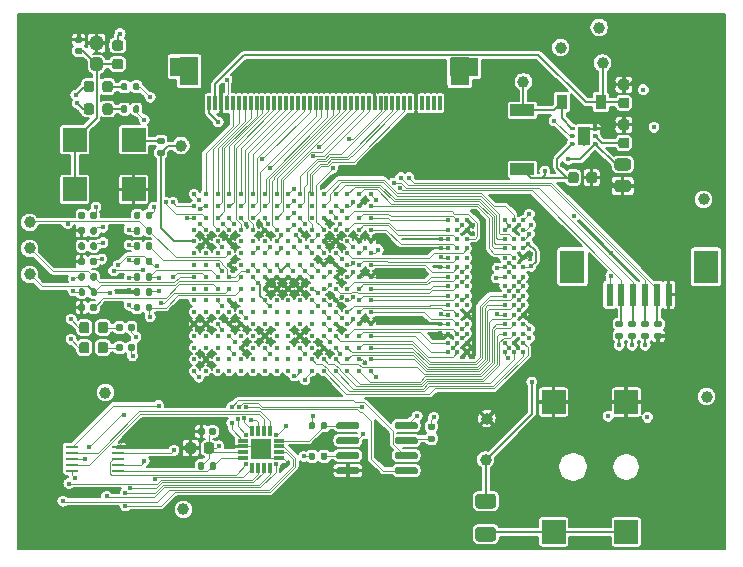
<source format=gbr>
%TF.GenerationSoftware,KiCad,Pcbnew,5.1.8-db9833491~88~ubuntu20.04.1*%
%TF.CreationDate,2021-01-09T17:29:30-05:00*%
%TF.ProjectId,julia_v2.1.0.0,6a756c69-615f-4763-922e-312e302e302e,rev?*%
%TF.SameCoordinates,Original*%
%TF.FileFunction,Copper,L1,Top*%
%TF.FilePolarity,Positive*%
%FSLAX46Y46*%
G04 Gerber Fmt 4.6, Leading zero omitted, Abs format (unit mm)*
G04 Created by KiCad (PCBNEW 5.1.8-db9833491~88~ubuntu20.04.1) date 2021-01-09 17:29:30*
%MOMM*%
%LPD*%
G01*
G04 APERTURE LIST*
%TA.AperFunction,SMDPad,CuDef*%
%ADD10C,0.400000*%
%TD*%
%TA.AperFunction,SMDPad,CuDef*%
%ADD11C,0.406400*%
%TD*%
%TA.AperFunction,SMDPad,CuDef*%
%ADD12R,2.000000X2.000000*%
%TD*%
%TA.AperFunction,SMDPad,CuDef*%
%ADD13R,1.000000X1.600000*%
%TD*%
%TA.AperFunction,ComponentPad*%
%ADD14C,0.500000*%
%TD*%
%TA.AperFunction,SMDPad,CuDef*%
%ADD15R,1.800000X1.800000*%
%TD*%
%TA.AperFunction,SMDPad,CuDef*%
%ADD16R,0.300000X0.900000*%
%TD*%
%TA.AperFunction,SMDPad,CuDef*%
%ADD17R,0.300000X0.300000*%
%TD*%
%TA.AperFunction,SMDPad,CuDef*%
%ADD18R,0.900000X0.300000*%
%TD*%
%TA.AperFunction,ComponentPad*%
%ADD19C,1.000000*%
%TD*%
%TA.AperFunction,SMDPad,CuDef*%
%ADD20R,2.000000X1.000000*%
%TD*%
%TA.AperFunction,SMDPad,CuDef*%
%ADD21R,2.100000X2.800000*%
%TD*%
%TA.AperFunction,SMDPad,CuDef*%
%ADD22R,0.600000X1.900000*%
%TD*%
%TA.AperFunction,SMDPad,CuDef*%
%ADD23R,2.400000X1.600000*%
%TD*%
%TA.AperFunction,SMDPad,CuDef*%
%ADD24R,1.600000X2.400000*%
%TD*%
%TA.AperFunction,SMDPad,CuDef*%
%ADD25R,0.300000X1.200000*%
%TD*%
%TA.AperFunction,SMDPad,CuDef*%
%ADD26R,1.000000X0.250000*%
%TD*%
%TA.AperFunction,SMDPad,CuDef*%
%ADD27R,0.900000X1.200000*%
%TD*%
%TA.AperFunction,ViaPad*%
%ADD28C,0.450000*%
%TD*%
%TA.AperFunction,Conductor*%
%ADD29C,0.101600*%
%TD*%
%TA.AperFunction,Conductor*%
%ADD30C,0.203200*%
%TD*%
%TA.AperFunction,Conductor*%
%ADD31C,0.127000*%
%TD*%
%TA.AperFunction,Conductor*%
%ADD32C,0.100000*%
%TD*%
G04 APERTURE END LIST*
D10*
%TO.P,U1,H16*%
%TO.N,GND*%
X108600000Y-109400000D03*
%TO.P,U1,J16*%
%TO.N,/JuliaFPGA/A7*%
X108600000Y-110400000D03*
%TO.P,U1,K16*%
%TO.N,/JuliaSDRAM/CKE*%
X108600000Y-111400000D03*
%TO.P,U1,L16*%
%TO.N,/JuliaFPGA/DQ10*%
X108600000Y-112400000D03*
%TO.P,U1,M16*%
%TO.N,GND*%
X108600000Y-113400000D03*
%TO.P,U1,N16*%
%TO.N,/JuliaFPGA/DQ13*%
X108600000Y-114400000D03*
%TO.P,U1,P16*%
%TO.N,/JuliaSDRAM/CS_N*%
X108600000Y-115400000D03*
%TO.P,U1,R16*%
%TO.N,/JuliaFPGA/DQ7*%
X108600000Y-116400000D03*
%TO.P,U1,T16*%
%TO.N,+3V3*%
X108600000Y-117400000D03*
%TO.P,U1,N12*%
%TO.N,/JuliaFPGA/DQ14*%
X104600000Y-114400000D03*
%TO.P,U1,M12*%
%TO.N,/JuliaFPGA/DQ9*%
X104600000Y-113400000D03*
%TO.P,U1,L12*%
%TO.N,/JuliaFPGA/DQM0*%
X104600000Y-112400000D03*
%TO.P,U1,K12*%
%TO.N,/JuliaFPGA/A9*%
X104600000Y-111400000D03*
%TO.P,U1,K11*%
%TO.N,/JuliaFPGA/A11*%
X103600000Y-111400000D03*
%TO.P,U1,L11*%
%TO.N,N/C*%
X103600000Y-112400000D03*
%TO.P,U1,M11*%
X103600000Y-113400000D03*
%TO.P,U1,N11*%
X103600000Y-114400000D03*
%TO.P,U1,T15*%
%TO.N,/JuliaFPGA/DQ5*%
X107600000Y-117400000D03*
%TO.P,U1,R15*%
%TO.N,GND*%
X107600000Y-116400000D03*
%TO.P,U1,P15*%
%TO.N,/JuliaFPGA/BA0*%
X107600000Y-115400000D03*
%TO.P,U1,N15*%
%TO.N,/JuliaFPGA/DQ11*%
X107600000Y-114400000D03*
%TO.P,U1,M15*%
%TO.N,GND*%
X107600000Y-113400000D03*
%TO.P,U1,L15*%
%TO.N,/JuliaFPGA/DQ8*%
X107600000Y-112400000D03*
%TO.P,U1,K15*%
%TO.N,/JuliaSDRAM/CLK*%
X107600000Y-111400000D03*
%TO.P,U1,J15*%
%TO.N,/JuliaFPGA/A5*%
X107600000Y-110400000D03*
%TO.P,U1,H15*%
%TO.N,GND*%
X107600000Y-109400000D03*
%TO.P,U1,H14*%
%TO.N,/JuliaConfig/CONF_DONE*%
X106600000Y-109400000D03*
%TO.P,U1,J14*%
%TO.N,/JuliaFPGA/A4*%
X106600000Y-110400000D03*
%TO.P,U1,K14*%
%TO.N,+3V3*%
X106600000Y-111400000D03*
%TO.P,U1,L14*%
%TO.N,/JuliaFPGA/DQM1*%
X106600000Y-112400000D03*
%TO.P,U1,M14*%
%TO.N,+3V3*%
X106600000Y-113400000D03*
%TO.P,U1,N14*%
%TO.N,/JuliaFPGA/DQ12*%
X106600000Y-114400000D03*
%TO.P,U1,P14*%
%TO.N,/JuliaFPGA/CAS_N*%
X106600000Y-115400000D03*
%TO.P,U1,R14*%
%TO.N,/JuliaFPGA/SDRAM_WE_N*%
X106600000Y-116400000D03*
%TO.P,U1,T14*%
%TO.N,/JuliaFPGA/DQ1*%
X106600000Y-117400000D03*
%TO.P,U1,N10*%
%TO.N,GND*%
X102600000Y-114400000D03*
%TO.P,U1,M10*%
%TO.N,N/C*%
X102600000Y-113400000D03*
%TO.P,U1,L10*%
X102600000Y-112400000D03*
%TO.P,U1,K10*%
X102600000Y-111400000D03*
%TO.P,U1,K9*%
X101600000Y-111400000D03*
%TO.P,U1,L9*%
X101600000Y-112400000D03*
%TO.P,U1,M9*%
X101600000Y-113400000D03*
%TO.P,U1,N9*%
X101600000Y-114400000D03*
%TO.P,U1,T13*%
%TO.N,/JuliaFPGA/DQ0*%
X105600000Y-117400000D03*
%TO.P,U1,R13*%
%TO.N,/JuliaFPGA/DQ6*%
X105600000Y-116400000D03*
%TO.P,U1,P13*%
%TO.N,+3V3*%
X105600000Y-115400000D03*
%TO.P,U1,N13*%
%TO.N,/JuliaFPGA/DQ15*%
X105600000Y-114400000D03*
%TO.P,U1,M13*%
%TO.N,GND*%
X105600000Y-113400000D03*
%TO.P,U1,L13*%
%TO.N,/JuliaFPGA/RAS_N*%
X105600000Y-112400000D03*
%TO.P,U1,K13*%
%TO.N,GND*%
X105600000Y-111400000D03*
%TO.P,U1,J13*%
%TO.N,/JuliaFPGA/A8*%
X105600000Y-110400000D03*
%TO.P,U1,H13*%
%TO.N,GND*%
X105600000Y-109400000D03*
%TO.P,U1,J12*%
%TO.N,/JuliaFPGA/A1*%
X104600000Y-110400000D03*
%TO.P,U1,J11*%
%TO.N,/JuliaFPGA/BA1*%
X103600000Y-110400000D03*
%TO.P,U1,J10*%
%TO.N,GND*%
X102600000Y-110400000D03*
%TO.P,U1,H12*%
%TO.N,Net-(R18-Pad2)*%
X104600000Y-109400000D03*
%TO.P,U1,H11*%
%TO.N,+3V3*%
X103600000Y-109400000D03*
%TO.P,U1,H10*%
%TO.N,GND*%
X102600000Y-109400000D03*
%TO.P,U1,H9*%
X101600000Y-109400000D03*
%TO.P,U1,T12*%
%TO.N,/JuliaFPGA/DQ4*%
X104600000Y-117400000D03*
%TO.P,U1,R12*%
%TO.N,/JuliaFPGA/DQ3*%
X104600000Y-116400000D03*
%TO.P,U1,G9*%
%TO.N,+3V3*%
X101600000Y-108400000D03*
%TO.P,U1,G10*%
X102600000Y-108400000D03*
%TO.P,U1,G11*%
%TO.N,/JuliaFPGA/A6*%
X103600000Y-108400000D03*
%TO.P,U1,G12*%
%TO.N,GND*%
X104600000Y-108400000D03*
%TO.P,U1,J9*%
X101600000Y-110400000D03*
%TO.P,U1,F12*%
%TO.N,+2V5*%
X104600000Y-107400000D03*
%TO.P,U1,F11*%
%TO.N,/JuliaFPGA/A10*%
X103600000Y-107400000D03*
%TO.P,U1,F10*%
%TO.N,/JuliaFPGA/A0*%
X102600000Y-107400000D03*
%TO.P,U1,F9*%
%TO.N,N/C*%
X101600000Y-107400000D03*
%TO.P,U1,P12*%
%TO.N,GND*%
X104600000Y-115400000D03*
%TO.P,U1,E12*%
X104600000Y-106400000D03*
%TO.P,U1,E11*%
%TO.N,/JuliaFPGA/A2*%
X103600000Y-106400000D03*
%TO.P,U1,E10*%
%TO.N,/JuliaFPGA/DQM2*%
X102600000Y-106400000D03*
%TO.P,U1,E9*%
%TO.N,N/C*%
X101600000Y-106400000D03*
%TO.P,U1,N8*%
X100600000Y-114400000D03*
%TO.P,U1,T11*%
%TO.N,/JuliaConfig/UART1_RX*%
X103600000Y-117400000D03*
%TO.P,U1,T10*%
%TO.N,/JuliaConfig/UART1_TX*%
X102600000Y-117400000D03*
%TO.P,U1,T9*%
%TO.N,N/C*%
X101600000Y-117400000D03*
%TO.P,U1,T8*%
X100600000Y-117400000D03*
%TO.P,U1,T7*%
X99600000Y-117400000D03*
%TO.P,U1,R11*%
%TO.N,/JuliaFPGA/DQ2*%
X103600000Y-116400000D03*
%TO.P,U1,R10*%
%TO.N,N/C*%
X102600000Y-116400000D03*
%TO.P,U1,R9*%
X101600000Y-116400000D03*
%TO.P,U1,R8*%
X100600000Y-116400000D03*
%TO.P,U1,R7*%
X99600000Y-116400000D03*
%TO.P,U1,P7*%
%TO.N,+3V3*%
X99600000Y-115400000D03*
%TO.P,U1,P8*%
%TO.N,N/C*%
X100600000Y-115400000D03*
%TO.P,U1,P9*%
X101600000Y-115400000D03*
%TO.P,U1,P10*%
%TO.N,+3V3*%
X102600000Y-115400000D03*
%TO.P,U1,P11*%
%TO.N,N/C*%
X103600000Y-115400000D03*
%TO.P,U1,N7*%
%TO.N,GND*%
X99600000Y-114400000D03*
%TO.P,U1,N6*%
%TO.N,N/C*%
X98600000Y-114400000D03*
%TO.P,U1,N5*%
X97600000Y-114400000D03*
%TO.P,U1,M8*%
X100600000Y-113400000D03*
%TO.P,U1,T6*%
X98600000Y-117400000D03*
%TO.P,U1,T5*%
X97600000Y-117400000D03*
%TO.P,U1,R6*%
X98600000Y-116400000D03*
%TO.P,U1,R5*%
X97600000Y-116400000D03*
%TO.P,U1,P6*%
X98600000Y-115400000D03*
%TO.P,U1,P5*%
%TO.N,GND*%
X97600000Y-115400000D03*
%TO.P,U1,M7*%
%TO.N,N/C*%
X99600000Y-113400000D03*
%TO.P,U1,M6*%
X98600000Y-113400000D03*
%TO.P,U1,M5*%
%TO.N,GND*%
X97600000Y-113400000D03*
%TO.P,U1,L8*%
%TO.N,N/C*%
X100600000Y-112400000D03*
%TO.P,U1,L7*%
X99600000Y-112400000D03*
%TO.P,U1,L6*%
X98600000Y-112400000D03*
%TO.P,U1,L5*%
%TO.N,+2V5*%
X97600000Y-112400000D03*
%TO.P,U1,K8*%
%TO.N,N/C*%
X100600000Y-111400000D03*
%TO.P,U1,K7*%
%TO.N,+3V3*%
X99600000Y-111400000D03*
%TO.P,U1,K6*%
%TO.N,N/C*%
X98600000Y-111400000D03*
%TO.P,U1,K5*%
X97600000Y-111400000D03*
%TO.P,U1,J8*%
%TO.N,GND*%
X100600000Y-110400000D03*
%TO.P,U1,J7*%
X99600000Y-110400000D03*
%TO.P,U1,J6*%
%TO.N,N/C*%
X98600000Y-110400000D03*
%TO.P,U1,J5*%
%TO.N,/JuliaFPGA/TMS*%
X97600000Y-110400000D03*
%TO.P,U1,H8*%
%TO.N,GND*%
X100600000Y-109400000D03*
%TO.P,U1,H7*%
X99600000Y-109400000D03*
%TO.P,U1,H6*%
%TO.N,+3V3*%
X98600000Y-109400000D03*
%TO.P,U1,H5*%
%TO.N,/JuliaConfig/nCONFIG*%
X97600000Y-109400000D03*
%TO.P,U1,G8*%
%TO.N,+3V3*%
X100600000Y-108400000D03*
%TO.P,U1,G7*%
X99600000Y-108400000D03*
%TO.P,U1,G6*%
X98600000Y-108400000D03*
%TO.P,U1,G5*%
%TO.N,N/C*%
X97600000Y-108400000D03*
%TO.P,U1,F8*%
%TO.N,/JuliaFPGA/RGB23*%
X100600000Y-107400000D03*
%TO.P,U1,F7*%
%TO.N,/JuliaFPGA/RGB15*%
X99600000Y-107400000D03*
%TO.P,U1,F6*%
%TO.N,/JuliaFPGA/RGB13*%
X98600000Y-107400000D03*
%TO.P,U1,F5*%
%TO.N,N/C*%
X97600000Y-107400000D03*
%TO.P,U1,E5*%
X97600000Y-106400000D03*
%TO.P,U1,E6*%
X98600000Y-106400000D03*
%TO.P,U1,E7*%
X99600000Y-106400000D03*
%TO.P,U1,E8*%
%TO.N,/JuliaFPGA/RGB21*%
X100600000Y-106400000D03*
%TO.P,U1,T4*%
%TO.N,N/C*%
X96600000Y-117400000D03*
%TO.P,U1,T3*%
X95600000Y-117400000D03*
%TO.P,U1,T2*%
X94600000Y-117400000D03*
%TO.P,U1,T1*%
%TO.N,+3V3*%
X93600000Y-117400000D03*
%TO.P,U1,R1*%
%TO.N,N/C*%
X93600000Y-116400000D03*
%TO.P,U1,P1*%
X93600000Y-115400000D03*
%TO.P,U1,N1*%
X93600000Y-114400000D03*
%TO.P,U1,R2*%
%TO.N,GND*%
X94600000Y-116400000D03*
%TO.P,U1,P2*%
%TO.N,N/C*%
X94600000Y-115400000D03*
%TO.P,U1,N2*%
X94600000Y-114400000D03*
%TO.P,U1,N3*%
X95600000Y-114400000D03*
%TO.P,U1,P3*%
X95600000Y-115400000D03*
%TO.P,U1,R3*%
X95600000Y-116400000D03*
%TO.P,U1,R4*%
X96600000Y-116400000D03*
%TO.P,U1,P4*%
%TO.N,+3V3*%
X96600000Y-115400000D03*
%TO.P,U1,N4*%
%TO.N,+1V2*%
X96600000Y-114400000D03*
%TO.P,U1,M4*%
%TO.N,GND*%
X96600000Y-113400000D03*
%TO.P,U1,M3*%
%TO.N,+3V3*%
X95600000Y-113400000D03*
%TO.P,U1,M2*%
%TO.N,GND*%
X94600000Y-113400000D03*
%TO.P,U1,M1*%
X93600000Y-113400000D03*
%TO.P,U1,L1*%
%TO.N,N/C*%
X93600000Y-112400000D03*
%TO.P,U1,L2*%
X94600000Y-112400000D03*
%TO.P,U1,L3*%
X95600000Y-112400000D03*
%TO.P,U1,L4*%
X96600000Y-112400000D03*
%TO.P,U1,K4*%
%TO.N,GND*%
X96600000Y-111400000D03*
%TO.P,U1,K3*%
%TO.N,+3V3*%
X95600000Y-111400000D03*
%TO.P,U1,K2*%
%TO.N,N/C*%
X94600000Y-111400000D03*
%TO.P,U1,K1*%
X93600000Y-111400000D03*
%TO.P,U1,J2*%
X94600000Y-110400000D03*
%TO.P,U1,J3*%
%TO.N,Net-(R23-Pad1)*%
X95600000Y-110400000D03*
%TO.P,U1,J4*%
%TO.N,/JuliaFPGA/TDO*%
X96600000Y-110400000D03*
%TO.P,U1,H4*%
%TO.N,/JuliaFPGA/TDI*%
X96600000Y-109400000D03*
%TO.P,U1,H3*%
%TO.N,Net-(R26-Pad1)*%
X95600000Y-109400000D03*
%TO.P,U1,H2*%
%TO.N,/JuliaConfig/DATA0*%
X94600000Y-109400000D03*
%TO.P,U1,G2*%
%TO.N,N/C*%
X94600000Y-108400000D03*
%TO.P,U1,G3*%
%TO.N,+3V3*%
X95600000Y-108400000D03*
%TO.P,U1,G4*%
%TO.N,GND*%
X96600000Y-108400000D03*
%TO.P,U1,F4*%
%TO.N,/JuliaConfig/nSTATUS*%
X96600000Y-107400000D03*
%TO.P,U1,F3*%
%TO.N,N/C*%
X95600000Y-107400000D03*
%TO.P,U1,F2*%
X94600000Y-107400000D03*
%TO.P,U1,E16*%
%TO.N,GND*%
X108600000Y-106400000D03*
%TO.P,U1,F16*%
%TO.N,Net-(R24-Pad1)*%
X108600000Y-107400000D03*
%TO.P,U1,G16*%
%TO.N,/JuliaFPGA/DQM3*%
X108600000Y-108400000D03*
%TO.P,U1,G15*%
%TO.N,/JuliaFPGA/DQ31*%
X107600000Y-108400000D03*
%TO.P,U1,F15*%
%TO.N,Net-(R25-Pad1)*%
X107600000Y-107400000D03*
%TO.P,U1,E15*%
%TO.N,GND*%
X107600000Y-106400000D03*
%TO.P,U1,E14*%
%TO.N,+3V3*%
X106600000Y-106400000D03*
%TO.P,U1,F14*%
%TO.N,/JuliaFPGA/DQ30*%
X106600000Y-107400000D03*
%TO.P,U1,G14*%
%TO.N,+3V3*%
X106600000Y-108400000D03*
%TO.P,U1,G13*%
%TO.N,GND*%
X105600000Y-108400000D03*
%TO.P,U1,F13*%
%TO.N,/JuliaFPGA/A3*%
X105600000Y-107400000D03*
%TO.P,U1,E13*%
%TO.N,GND*%
X105600000Y-106400000D03*
%TO.P,U1,C16*%
%TO.N,/JuliaFPGA/DQ26*%
X108600000Y-104400000D03*
%TO.P,U1,D16*%
%TO.N,/JuliaFPGA/DQ29*%
X108600000Y-105400000D03*
%TO.P,U1,D15*%
%TO.N,/JuliaFPGA/DQ27*%
X107600000Y-105400000D03*
%TO.P,U1,C15*%
%TO.N,/JuliaFPGA/DQ24*%
X107600000Y-104400000D03*
%TO.P,U1,D13*%
%TO.N,+1V2*%
X105600000Y-105400000D03*
%TO.P,U1,D14*%
%TO.N,/JuliaFPGA/DQ28*%
X106600000Y-105400000D03*
%TO.P,U1,C14*%
%TO.N,/JuliaFPGA/DQ25*%
X106600000Y-104400000D03*
%TO.P,U1,C13*%
%TO.N,+3V3*%
X105600000Y-104400000D03*
%TO.P,U1,C12*%
%TO.N,GND*%
X104600000Y-104400000D03*
%TO.P,U1,D12*%
%TO.N,/JuliaFPGA/LCDCLK*%
X104600000Y-105400000D03*
%TO.P,U1,D11*%
%TO.N,/JuliaFPGA/VSD*%
X103600000Y-105400000D03*
%TO.P,U1,C11*%
%TO.N,N/C*%
X103600000Y-104400000D03*
%TO.P,U1,D10*%
%TO.N,GND*%
X102600000Y-105400000D03*
%TO.P,U1,C10*%
%TO.N,+3V3*%
X102600000Y-104400000D03*
%TO.P,U1,E4*%
%TO.N,GND*%
X96600000Y-106400000D03*
%TO.P,U1,E3*%
%TO.N,+3V3*%
X95600000Y-106400000D03*
%TO.P,U1,E2*%
%TO.N,GND*%
X94600000Y-106400000D03*
%TO.P,U1,D9*%
%TO.N,/JuliaFPGA/SCL*%
X101600000Y-105400000D03*
%TO.P,U1,D8*%
%TO.N,/JuliaFPGA/RGB18*%
X100600000Y-105400000D03*
%TO.P,U1,D7*%
%TO.N,GND*%
X99600000Y-105400000D03*
%TO.P,U1,D6*%
%TO.N,/JuliaFPGA/RGB10*%
X98600000Y-105400000D03*
%TO.P,U1,D5*%
%TO.N,/JuliaFPGA/RGB7*%
X97600000Y-105400000D03*
%TO.P,U1,D4*%
%TO.N,/JuliaFPGA/LIGHT*%
X96600000Y-105400000D03*
%TO.P,U1,D3*%
%TO.N,/JuliaFPGA/RGB1*%
X95600000Y-105400000D03*
%TO.P,U1,D2*%
%TO.N,Net-(R21-Pad2)*%
X94600000Y-105400000D03*
%TO.P,U1,C9*%
%TO.N,/JuliaFPGA/SDA*%
X101600000Y-104400000D03*
%TO.P,U1,C8*%
%TO.N,/JuliaFPGA/RGB22*%
X100600000Y-104400000D03*
%TO.P,U1,C7*%
%TO.N,+3V3*%
X99600000Y-104400000D03*
%TO.P,U1,C6*%
%TO.N,/JuliaFPGA/RGB14*%
X98600000Y-104400000D03*
%TO.P,U1,C5*%
%TO.N,GND*%
X97600000Y-104400000D03*
%TO.P,U1,C4*%
%TO.N,+3V3*%
X96600000Y-104400000D03*
%TO.P,U1,C3*%
%TO.N,/JuliaFPGA/RGB4*%
X95600000Y-104400000D03*
%TO.P,U1,C2*%
%TO.N,/JuliaFPGA/FPGA_LED2*%
X94600000Y-104400000D03*
%TO.P,U1,B4*%
%TO.N,/JuliaFPGA/RGB6*%
X96600000Y-103400000D03*
%TO.P,U1,B3*%
%TO.N,/JuliaFPGA/RGB3*%
X95600000Y-103400000D03*
%TO.P,U1,B2*%
%TO.N,GND*%
X94600000Y-103400000D03*
%TO.P,U1,B5*%
%TO.N,/JuliaFPGA/RGB9*%
X97600000Y-103400000D03*
%TO.P,U1,B6*%
%TO.N,/JuliaFPGA/RGB12*%
X98600000Y-103400000D03*
%TO.P,U1,B7*%
%TO.N,/JuliaFPGA/RGB17*%
X99600000Y-103400000D03*
%TO.P,U1,B8*%
%TO.N,/JuliaFPGA/RGB20*%
X100600000Y-103400000D03*
%TO.P,U1,B9*%
%TO.N,/JuliaFPGA/TOUCH_INTN*%
X101600000Y-103400000D03*
%TO.P,U1,B10*%
%TO.N,/JuliaFPGA/HSD*%
X102600000Y-103400000D03*
%TO.P,U1,B11*%
%TO.N,N/C*%
X103600000Y-103400000D03*
%TO.P,U1,B12*%
%TO.N,/JuliaFPGA/DQ20*%
X104600000Y-103400000D03*
%TO.P,U1,B13*%
%TO.N,/JuliaFPGA/DQ19*%
X105600000Y-103400000D03*
%TO.P,U1,B14*%
%TO.N,/JuliaFPGA/DQ21*%
X106600000Y-103400000D03*
%TO.P,U1,B15*%
%TO.N,GND*%
X107600000Y-103400000D03*
%TO.P,U1,B16*%
%TO.N,/JuliaFPGA/DQ16*%
X108600000Y-103400000D03*
%TO.P,U1,J1*%
%TO.N,N/C*%
X93600000Y-110400000D03*
%TO.P,U1,H1*%
%TO.N,Net-(R16-Pad1)*%
X93600000Y-109400000D03*
%TO.P,U1,G1*%
%TO.N,N/C*%
X93600000Y-108400000D03*
%TO.P,U1,F1*%
X93600000Y-107400000D03*
%TO.P,U1,E1*%
%TO.N,/JuliaFPGA/GCLK*%
X93600000Y-106400000D03*
%TO.P,U1,D1*%
%TO.N,N/C*%
X93600000Y-105400000D03*
%TO.P,U1,C1*%
%TO.N,Net-(R20-Pad2)*%
X93600000Y-104400000D03*
%TO.P,U1,B1*%
%TO.N,/JuliaFPGA/FPGA_LED1*%
X93600000Y-103400000D03*
%TO.P,U1,A16*%
%TO.N,+3V3*%
X108600000Y-102400000D03*
%TO.P,U1,A15*%
%TO.N,/JuliaFPGA/DQ17*%
X107600000Y-102400000D03*
%TO.P,U1,A14*%
%TO.N,/JuliaFPGA/DQ18*%
X106600000Y-102400000D03*
%TO.P,U1,A13*%
%TO.N,/JuliaFPGA/DQ22*%
X105600000Y-102400000D03*
%TO.P,U1,A12*%
%TO.N,/JuliaFPGA/DQ23*%
X104600000Y-102400000D03*
%TO.P,U1,A11*%
%TO.N,/JuliaFPGA/DEN*%
X103600000Y-102400000D03*
%TO.P,U1,A10*%
%TO.N,/JuliaFPGA/STBYB*%
X102600000Y-102400000D03*
%TO.P,U1,A9*%
%TO.N,/JuliaFPGA/TOUCH_RSTN*%
X101600000Y-102400000D03*
%TO.P,U1,A8*%
%TO.N,/JuliaFPGA/RGB19*%
X100600000Y-102400000D03*
%TO.P,U1,A7*%
%TO.N,/JuliaFPGA/RGB16*%
X99600000Y-102400000D03*
%TO.P,U1,A6*%
%TO.N,/JuliaFPGA/RGB11*%
X98600000Y-102400000D03*
%TO.P,U1,A5*%
%TO.N,/JuliaFPGA/RGB8*%
X97600000Y-102400000D03*
%TO.P,U1,A4*%
%TO.N,/JuliaFPGA/RGB5*%
X96600000Y-102400000D03*
%TO.P,U1,A3*%
%TO.N,/JuliaFPGA/RGB2*%
X95600000Y-102400000D03*
%TO.P,U1,A2*%
%TO.N,/JuliaFPGA/RGB0*%
X94600000Y-102400000D03*
%TO.P,U1,A1*%
%TO.N,+3V3*%
X93600000Y-102400000D03*
%TD*%
D11*
%TO.P,U8,R9*%
%TO.N,/JuliaFPGA/DQ2*%
X121500000Y-115799999D03*
%TO.P,U8,R8*%
%TO.N,/JuliaFPGA/DQ0*%
X120700000Y-115799999D03*
%TO.P,U8,R7*%
%TO.N,+3V3*%
X119900000Y-115799999D03*
%TO.P,U8,R3*%
%TO.N,GND*%
X116700000Y-115799999D03*
%TO.P,U8,R2*%
%TO.N,/JuliaFPGA/DQ15*%
X115900000Y-115799999D03*
%TO.P,U8,R1*%
%TO.N,/JuliaFPGA/DQ13*%
X115100000Y-115799999D03*
%TO.P,U8,P9*%
%TO.N,/JuliaFPGA/DQ4*%
X121500000Y-114999999D03*
%TO.P,U8,P8*%
%TO.N,GND*%
X120700000Y-114999999D03*
%TO.P,U8,P7*%
%TO.N,+3V3*%
X119900000Y-114999999D03*
%TO.P,U8,P3*%
%TO.N,GND*%
X116700000Y-114999999D03*
%TO.P,U8,P2*%
%TO.N,+3V3*%
X115900000Y-114999999D03*
%TO.P,U8,P1*%
%TO.N,/JuliaFPGA/DQ11*%
X115100000Y-114999999D03*
%TO.P,U8,N9*%
%TO.N,+3V3*%
X121500000Y-114200000D03*
%TO.P,U8,N8*%
%TO.N,/JuliaFPGA/DQ3*%
X120700000Y-114200000D03*
%TO.P,U8,N7*%
%TO.N,/JuliaFPGA/DQ1*%
X119900000Y-114200000D03*
%TO.P,U8,N3*%
%TO.N,/JuliaFPGA/DQ14*%
X116700000Y-114200000D03*
%TO.P,U8,N2*%
%TO.N,/JuliaFPGA/DQ12*%
X115900000Y-114200000D03*
%TO.P,U8,N1*%
%TO.N,GND*%
X115100000Y-114200000D03*
%TO.P,U8,M9*%
%TO.N,+3V3*%
X121500000Y-113400000D03*
%TO.P,U8,M8*%
%TO.N,/JuliaFPGA/DQ5*%
X120700000Y-113400000D03*
%TO.P,U8,M7*%
%TO.N,/JuliaFPGA/DQ6*%
X119900000Y-113400000D03*
%TO.P,U8,M3*%
%TO.N,/JuliaFPGA/DQ9*%
X116700000Y-113400000D03*
%TO.P,U8,M2*%
%TO.N,/JuliaFPGA/DQ10*%
X115900000Y-113400000D03*
%TO.P,U8,M1*%
%TO.N,GND*%
X115100000Y-113400000D03*
%TO.P,U8,L9*%
X121500000Y-112600000D03*
%TO.P,U8,L8*%
%TO.N,/JuliaFPGA/DQ7*%
X120700000Y-112600000D03*
%TO.P,U8,L7*%
%TO.N,+3V3*%
X119900000Y-112600000D03*
%TO.P,U8,L3*%
%TO.N,GND*%
X116700000Y-112600000D03*
%TO.P,U8,L2*%
%TO.N,/JuliaFPGA/DQ8*%
X115900000Y-112600000D03*
%TO.P,U8,L1*%
%TO.N,+3V3*%
X115100000Y-112600000D03*
%TO.P,U8,K9*%
%TO.N,/JuliaFPGA/DQM0*%
X121500000Y-111800000D03*
%TO.P,U8,K8*%
%TO.N,/JuliaFPGA/SDRAM_WE_N*%
X120700000Y-111800000D03*
%TO.P,U8,K7*%
%TO.N,/JuliaFPGA/CAS_N*%
X119900000Y-111800000D03*
%TO.P,U8,K3*%
%TO.N,N/C*%
X116700000Y-111800000D03*
%TO.P,U8,K2*%
X115900000Y-111800000D03*
%TO.P,U8,K1*%
%TO.N,/JuliaFPGA/DQM1*%
X115100000Y-111800000D03*
%TO.P,U8,J9*%
%TO.N,/JuliaFPGA/RAS_N*%
X121500000Y-111000000D03*
%TO.P,U8,J8*%
%TO.N,/JuliaSDRAM/CS_N*%
X120700000Y-111000000D03*
%TO.P,U8,J7*%
%TO.N,/JuliaFPGA/BA0*%
X119900000Y-111000000D03*
%TO.P,U8,J3*%
%TO.N,/JuliaFPGA/A9*%
X116700000Y-111000000D03*
%TO.P,U8,J2*%
%TO.N,/JuliaSDRAM/CKE*%
X115900000Y-111000000D03*
%TO.P,U8,J1*%
%TO.N,/JuliaSDRAM/CLK*%
X115100000Y-111000000D03*
%TO.P,U8,H9*%
%TO.N,/JuliaFPGA/A11*%
X121500000Y-110200000D03*
%TO.P,U8,H8*%
%TO.N,/JuliaFPGA/BA1*%
X120700000Y-110200000D03*
%TO.P,U8,H7*%
%TO.N,N/C*%
X119900000Y-110200000D03*
%TO.P,U8,H3*%
X116700000Y-110200000D03*
%TO.P,U8,H2*%
%TO.N,/JuliaFPGA/A8*%
X115900000Y-110200000D03*
%TO.P,U8,H1*%
%TO.N,/JuliaFPGA/A7*%
X115100000Y-110200000D03*
%TO.P,U8,G9*%
%TO.N,/JuliaFPGA/A1*%
X121500000Y-109400000D03*
%TO.P,U8,G8*%
%TO.N,/JuliaFPGA/A0*%
X120700000Y-109400000D03*
%TO.P,U8,G7*%
%TO.N,/JuliaFPGA/A10*%
X119900000Y-109400000D03*
%TO.P,U8,G3*%
%TO.N,/JuliaFPGA/A6*%
X116700000Y-109400000D03*
%TO.P,U8,G2*%
%TO.N,/JuliaFPGA/A5*%
X115900000Y-109400000D03*
%TO.P,U8,G1*%
%TO.N,/JuliaFPGA/A4*%
X115100000Y-109400000D03*
%TO.P,U8,F9*%
%TO.N,+3V3*%
X121500000Y-108600000D03*
%TO.P,U8,F8*%
%TO.N,/JuliaFPGA/DQM2*%
X120700000Y-108600000D03*
%TO.P,U8,F7*%
%TO.N,/JuliaFPGA/A2*%
X119900000Y-108600000D03*
%TO.P,U8,F3*%
%TO.N,/JuliaFPGA/A3*%
X116700000Y-108600000D03*
%TO.P,U8,F2*%
%TO.N,/JuliaFPGA/DQM3*%
X115900000Y-108600000D03*
%TO.P,U8,F1*%
%TO.N,GND*%
X115100000Y-108600000D03*
%TO.P,U8,E9*%
X121500000Y-107800000D03*
%TO.P,U8,E8*%
%TO.N,/JuliaFPGA/DQ16*%
X120700000Y-107800000D03*
%TO.P,U8,E7*%
%TO.N,N/C*%
X119900000Y-107800000D03*
%TO.P,U8,E3*%
X116700000Y-107800000D03*
%TO.P,U8,E2*%
%TO.N,/JuliaFPGA/DQ31*%
X115900000Y-107800000D03*
%TO.P,U8,E1*%
%TO.N,+3V3*%
X115100000Y-107800000D03*
%TO.P,U8,D9*%
X121500000Y-107000000D03*
%TO.P,U8,D8*%
%TO.N,/JuliaFPGA/DQ18*%
X120700000Y-107000000D03*
%TO.P,U8,D7*%
%TO.N,/JuliaFPGA/DQ17*%
X119900000Y-107000000D03*
%TO.P,U8,D3*%
%TO.N,/JuliaFPGA/DQ30*%
X116700000Y-107000000D03*
%TO.P,U8,D2*%
%TO.N,/JuliaFPGA/DQ29*%
X115900000Y-107000000D03*
%TO.P,U8,D1*%
%TO.N,GND*%
X115100000Y-107000000D03*
%TO.P,U8,C9*%
%TO.N,+3V3*%
X121500000Y-106200000D03*
%TO.P,U8,C8*%
%TO.N,/JuliaFPGA/DQ20*%
X120700000Y-106200000D03*
%TO.P,U8,C7*%
%TO.N,/JuliaFPGA/DQ22*%
X119900000Y-106200000D03*
%TO.P,U8,C3*%
%TO.N,/JuliaFPGA/DQ25*%
X116700000Y-106200000D03*
%TO.P,U8,C2*%
%TO.N,/JuliaFPGA/DQ27*%
X115900000Y-106200000D03*
%TO.P,U8,C1*%
%TO.N,GND*%
X115100000Y-106200000D03*
%TO.P,U8,B9*%
%TO.N,/JuliaFPGA/DQ19*%
X121500000Y-105400001D03*
%TO.P,U8,B8*%
%TO.N,GND*%
X120700000Y-105400001D03*
%TO.P,U8,B7*%
%TO.N,+3V3*%
X119900000Y-105400001D03*
%TO.P,U8,B3*%
%TO.N,GND*%
X116700000Y-105400001D03*
%TO.P,U8,B2*%
%TO.N,+3V3*%
X115900000Y-105400001D03*
%TO.P,U8,B1*%
%TO.N,/JuliaFPGA/DQ28*%
X115100000Y-105400001D03*
%TO.P,U8,A9*%
%TO.N,/JuliaFPGA/DQ21*%
X121500000Y-104600001D03*
%TO.P,U8,A8*%
%TO.N,/JuliaFPGA/DQ23*%
X120700000Y-104600001D03*
%TO.P,U8,A7*%
%TO.N,+3V3*%
X119900000Y-104600001D03*
%TO.P,U8,A3*%
%TO.N,GND*%
X116700000Y-104600001D03*
%TO.P,U8,A2*%
%TO.N,/JuliaFPGA/DQ24*%
X115900000Y-104600001D03*
%TO.P,U8,A1*%
%TO.N,/JuliaFPGA/DQ26*%
X115100000Y-104600001D03*
%TD*%
D12*
%TO.P,X1,4*%
%TO.N,Net-(C46-Pad1)*%
X83500000Y-97800000D03*
%TO.P,X1,3*%
%TO.N,Net-(R15-Pad2)*%
X88500000Y-97800000D03*
%TO.P,X1,2*%
%TO.N,GND*%
X88500000Y-102000000D03*
%TO.P,X1,1*%
%TO.N,Net-(C46-Pad1)*%
X83500000Y-102000000D03*
%TD*%
%TO.P,U7,1*%
%TO.N,/JuliaLCD/LED-*%
%TA.AperFunction,SMDPad,CuDef*%
G36*
G01*
X127800000Y-98075000D02*
X127800000Y-98225000D01*
G75*
G02*
X127725000Y-98300000I-75000J0D01*
G01*
X127425000Y-98300000D01*
G75*
G02*
X127350000Y-98225000I0J75000D01*
G01*
X127350000Y-98075000D01*
G75*
G02*
X127425000Y-98000000I75000J0D01*
G01*
X127725000Y-98000000D01*
G75*
G02*
X127800000Y-98075000I0J-75000D01*
G01*
G37*
%TD.AperFunction*%
%TO.P,U7,2*%
%TO.N,Net-(C44-Pad1)*%
%TA.AperFunction,SMDPad,CuDef*%
G36*
G01*
X127800000Y-97425000D02*
X127800000Y-97575000D01*
G75*
G02*
X127725000Y-97650000I-75000J0D01*
G01*
X127425000Y-97650000D01*
G75*
G02*
X127350000Y-97575000I0J75000D01*
G01*
X127350000Y-97425000D01*
G75*
G02*
X127425000Y-97350000I75000J0D01*
G01*
X127725000Y-97350000D01*
G75*
G02*
X127800000Y-97425000I0J-75000D01*
G01*
G37*
%TD.AperFunction*%
%TO.P,U7,3*%
%TO.N,GND*%
%TA.AperFunction,SMDPad,CuDef*%
G36*
G01*
X127800000Y-96775000D02*
X127800000Y-96925000D01*
G75*
G02*
X127725000Y-97000000I-75000J0D01*
G01*
X127425000Y-97000000D01*
G75*
G02*
X127350000Y-96925000I0J75000D01*
G01*
X127350000Y-96775000D01*
G75*
G02*
X127425000Y-96700000I75000J0D01*
G01*
X127725000Y-96700000D01*
G75*
G02*
X127800000Y-96775000I0J-75000D01*
G01*
G37*
%TD.AperFunction*%
%TO.P,U7,4*%
%TO.N,Net-(D5-Pad2)*%
%TA.AperFunction,SMDPad,CuDef*%
G36*
G01*
X125850000Y-96775000D02*
X125850000Y-96925000D01*
G75*
G02*
X125775000Y-97000000I-75000J0D01*
G01*
X125475000Y-97000000D01*
G75*
G02*
X125400000Y-96925000I0J75000D01*
G01*
X125400000Y-96775000D01*
G75*
G02*
X125475000Y-96700000I75000J0D01*
G01*
X125775000Y-96700000D01*
G75*
G02*
X125850000Y-96775000I0J-75000D01*
G01*
G37*
%TD.AperFunction*%
%TO.P,U7,5*%
%TO.N,/JuliaFPGA/LIGHT*%
%TA.AperFunction,SMDPad,CuDef*%
G36*
G01*
X125850000Y-97425000D02*
X125850000Y-97575000D01*
G75*
G02*
X125775000Y-97650000I-75000J0D01*
G01*
X125475000Y-97650000D01*
G75*
G02*
X125400000Y-97575000I0J75000D01*
G01*
X125400000Y-97425000D01*
G75*
G02*
X125475000Y-97350000I75000J0D01*
G01*
X125775000Y-97350000D01*
G75*
G02*
X125850000Y-97425000I0J-75000D01*
G01*
G37*
%TD.AperFunction*%
%TO.P,U7,6*%
%TO.N,+5V*%
%TA.AperFunction,SMDPad,CuDef*%
G36*
G01*
X125850000Y-98075000D02*
X125850000Y-98225000D01*
G75*
G02*
X125775000Y-98300000I-75000J0D01*
G01*
X125475000Y-98300000D01*
G75*
G02*
X125400000Y-98225000I0J75000D01*
G01*
X125400000Y-98075000D01*
G75*
G02*
X125475000Y-98000000I75000J0D01*
G01*
X125775000Y-98000000D01*
G75*
G02*
X125850000Y-98075000I0J-75000D01*
G01*
G37*
%TD.AperFunction*%
D13*
%TO.P,U7,7*%
%TO.N,GND*%
X126600000Y-97500000D03*
D14*
X126600000Y-98050000D03*
X126600000Y-96950000D03*
%TD*%
D15*
%TO.P,U6,21*%
%TO.N,GND*%
X99290000Y-124010000D03*
D16*
%TO.P,U6,20*%
%TO.N,/JuliaConfig/SPI_MOSI*%
X98540000Y-122460000D03*
%TO.P,U6,19*%
%TO.N,/JuliaConfig/UART1_TX*%
X99040000Y-122460000D03*
%TO.P,U6,18*%
%TO.N,/JuliaConfig/UART0_TX*%
X99540000Y-122460000D03*
%TO.P,U6,17*%
%TO.N,/JuliaConfig/UART0_RX*%
X100040000Y-122460000D03*
D17*
%TO.P,U6,16*%
%TO.N,/JuliaConfig/UART1_RX*%
X100540000Y-122760000D03*
D18*
%TO.P,U6,15*%
%TO.N,/JuliaConfig/SPI_CS_N*%
X100840000Y-123260000D03*
%TO.P,U6,14*%
%TO.N,/JuliaConfig/CONF_DONE*%
X100840000Y-123760000D03*
%TO.P,U6,13*%
%TO.N,/JuliaConfig/nSTATUS*%
X100840000Y-124260000D03*
%TO.P,U6,12*%
%TO.N,GND*%
X100840000Y-124760000D03*
D17*
%TO.P,U6,11*%
%TO.N,/JuliaConfig/nCONFIG*%
X100540000Y-125260000D03*
D16*
%TO.P,U6,10*%
%TO.N,/JuliaConfig/MCU_LED1*%
X100040000Y-125560000D03*
%TO.P,U6,9*%
%TO.N,/JuliaConfig/MCU_LED2*%
X99540000Y-125560000D03*
%TO.P,U6,8*%
%TO.N,/JuliaConfig/DCLK*%
X99040000Y-125560000D03*
%TO.P,U6,7*%
%TO.N,/JuliaConfig/DATA0*%
X98540000Y-125560000D03*
D17*
%TO.P,U6,6*%
%TO.N,/JuliaConfig/C2D*%
X98040000Y-125260000D03*
D18*
%TO.P,U6,5*%
%TO.N,/JuliaConfig/C2CK*%
X97740000Y-124760000D03*
%TO.P,U6,4*%
%TO.N,+3V3*%
X97740000Y-124260000D03*
%TO.P,U6,3*%
%TO.N,GND*%
X97740000Y-123760000D03*
%TO.P,U6,2*%
%TO.N,/JuliaConfig/SPI_SCK*%
X97740000Y-123260000D03*
D17*
%TO.P,U6,1*%
%TO.N,/JuliaConfig/SPI_MISO*%
X98040000Y-122760000D03*
%TD*%
%TO.P,U5,8*%
%TO.N,+3V3*%
%TA.AperFunction,SMDPad,CuDef*%
G36*
G01*
X110600000Y-122145000D02*
X110600000Y-121845000D01*
G75*
G02*
X110750000Y-121695000I150000J0D01*
G01*
X112400000Y-121695000D01*
G75*
G02*
X112550000Y-121845000I0J-150000D01*
G01*
X112550000Y-122145000D01*
G75*
G02*
X112400000Y-122295000I-150000J0D01*
G01*
X110750000Y-122295000D01*
G75*
G02*
X110600000Y-122145000I0J150000D01*
G01*
G37*
%TD.AperFunction*%
%TO.P,U5,7*%
%TO.N,/JuliaConfig/HOLD_N*%
%TA.AperFunction,SMDPad,CuDef*%
G36*
G01*
X110600000Y-123415000D02*
X110600000Y-123115000D01*
G75*
G02*
X110750000Y-122965000I150000J0D01*
G01*
X112400000Y-122965000D01*
G75*
G02*
X112550000Y-123115000I0J-150000D01*
G01*
X112550000Y-123415000D01*
G75*
G02*
X112400000Y-123565000I-150000J0D01*
G01*
X110750000Y-123565000D01*
G75*
G02*
X110600000Y-123415000I0J150000D01*
G01*
G37*
%TD.AperFunction*%
%TO.P,U5,6*%
%TO.N,/JuliaConfig/SPI_SCK*%
%TA.AperFunction,SMDPad,CuDef*%
G36*
G01*
X110600000Y-124685000D02*
X110600000Y-124385000D01*
G75*
G02*
X110750000Y-124235000I150000J0D01*
G01*
X112400000Y-124235000D01*
G75*
G02*
X112550000Y-124385000I0J-150000D01*
G01*
X112550000Y-124685000D01*
G75*
G02*
X112400000Y-124835000I-150000J0D01*
G01*
X110750000Y-124835000D01*
G75*
G02*
X110600000Y-124685000I0J150000D01*
G01*
G37*
%TD.AperFunction*%
%TO.P,U5,5*%
%TO.N,/JuliaConfig/SPI_MOSI*%
%TA.AperFunction,SMDPad,CuDef*%
G36*
G01*
X110600000Y-125955000D02*
X110600000Y-125655000D01*
G75*
G02*
X110750000Y-125505000I150000J0D01*
G01*
X112400000Y-125505000D01*
G75*
G02*
X112550000Y-125655000I0J-150000D01*
G01*
X112550000Y-125955000D01*
G75*
G02*
X112400000Y-126105000I-150000J0D01*
G01*
X110750000Y-126105000D01*
G75*
G02*
X110600000Y-125955000I0J150000D01*
G01*
G37*
%TD.AperFunction*%
%TO.P,U5,4*%
%TO.N,GND*%
%TA.AperFunction,SMDPad,CuDef*%
G36*
G01*
X105650000Y-125955000D02*
X105650000Y-125655000D01*
G75*
G02*
X105800000Y-125505000I150000J0D01*
G01*
X107450000Y-125505000D01*
G75*
G02*
X107600000Y-125655000I0J-150000D01*
G01*
X107600000Y-125955000D01*
G75*
G02*
X107450000Y-126105000I-150000J0D01*
G01*
X105800000Y-126105000D01*
G75*
G02*
X105650000Y-125955000I0J150000D01*
G01*
G37*
%TD.AperFunction*%
%TO.P,U5,3*%
%TO.N,/JuliaConfig/WP_N*%
%TA.AperFunction,SMDPad,CuDef*%
G36*
G01*
X105650000Y-124685000D02*
X105650000Y-124385000D01*
G75*
G02*
X105800000Y-124235000I150000J0D01*
G01*
X107450000Y-124235000D01*
G75*
G02*
X107600000Y-124385000I0J-150000D01*
G01*
X107600000Y-124685000D01*
G75*
G02*
X107450000Y-124835000I-150000J0D01*
G01*
X105800000Y-124835000D01*
G75*
G02*
X105650000Y-124685000I0J150000D01*
G01*
G37*
%TD.AperFunction*%
%TO.P,U5,2*%
%TO.N,/JuliaConfig/SPI_MISO*%
%TA.AperFunction,SMDPad,CuDef*%
G36*
G01*
X105650000Y-123415000D02*
X105650000Y-123115000D01*
G75*
G02*
X105800000Y-122965000I150000J0D01*
G01*
X107450000Y-122965000D01*
G75*
G02*
X107600000Y-123115000I0J-150000D01*
G01*
X107600000Y-123415000D01*
G75*
G02*
X107450000Y-123565000I-150000J0D01*
G01*
X105800000Y-123565000D01*
G75*
G02*
X105650000Y-123415000I0J150000D01*
G01*
G37*
%TD.AperFunction*%
%TO.P,U5,1*%
%TO.N,/JuliaConfig/SPI_CS_N*%
%TA.AperFunction,SMDPad,CuDef*%
G36*
G01*
X105650000Y-122145000D02*
X105650000Y-121845000D01*
G75*
G02*
X105800000Y-121695000I150000J0D01*
G01*
X107450000Y-121695000D01*
G75*
G02*
X107600000Y-121845000I0J-150000D01*
G01*
X107600000Y-122145000D01*
G75*
G02*
X107450000Y-122295000I-150000J0D01*
G01*
X105800000Y-122295000D01*
G75*
G02*
X105650000Y-122145000I0J150000D01*
G01*
G37*
%TD.AperFunction*%
%TD*%
D19*
%TO.P,TP14,1*%
%TO.N,/JuliaLCD/LED-*%
X124650000Y-90000000D03*
%TD*%
%TO.P,TP13,1*%
%TO.N,/JuliaLCD/LED+*%
X128200000Y-91300000D03*
%TD*%
%TO.P,TP12,1*%
%TO.N,Net-(D5-Pad2)*%
X121500000Y-92900000D03*
%TD*%
%TO.P,TP11,1*%
%TO.N,/JuliaConfig/CONF_DONE*%
X86100000Y-119200000D03*
%TD*%
%TO.P,TP10,1*%
%TO.N,/JuliaConfig/nSTATUS*%
X79700000Y-104800000D03*
%TD*%
%TO.P,TP9,1*%
%TO.N,/JuliaConfig/nCONFIG*%
X79700000Y-109200000D03*
%TD*%
%TO.P,TP8,1*%
%TO.N,/JuliaConfig/DATA0*%
X92700000Y-129100000D03*
%TD*%
%TO.P,TP7,1*%
%TO.N,Net-(R16-Pad1)*%
X79700000Y-107000000D03*
%TD*%
%TO.P,TP6,1*%
%TO.N,/JuliaFPGA/GCLK*%
X92500000Y-98300000D03*
%TD*%
%TO.P,TP5,1*%
%TO.N,GND*%
X118400000Y-121400000D03*
%TD*%
%TO.P,TP4,1*%
%TO.N,+1V2*%
X127900000Y-88300000D03*
%TD*%
%TO.P,TP3,1*%
%TO.N,+2V5*%
X136750000Y-102850000D03*
%TD*%
%TO.P,TP2,1*%
%TO.N,+3V3*%
X137000000Y-119550000D03*
%TD*%
%TO.P,TP1,1*%
%TO.N,+5V*%
X118300000Y-124900000D03*
%TD*%
%TO.P,R31,2*%
%TO.N,/JuliaFPGA/TMS*%
%TA.AperFunction,SMDPad,CuDef*%
G36*
G01*
X89530000Y-112185000D02*
X89530000Y-111815000D01*
G75*
G02*
X89665000Y-111680000I135000J0D01*
G01*
X89935000Y-111680000D01*
G75*
G02*
X90070000Y-111815000I0J-135000D01*
G01*
X90070000Y-112185000D01*
G75*
G02*
X89935000Y-112320000I-135000J0D01*
G01*
X89665000Y-112320000D01*
G75*
G02*
X89530000Y-112185000I0J135000D01*
G01*
G37*
%TD.AperFunction*%
%TO.P,R31,1*%
%TO.N,+3V3*%
%TA.AperFunction,SMDPad,CuDef*%
G36*
G01*
X88510000Y-112185000D02*
X88510000Y-111815000D01*
G75*
G02*
X88645000Y-111680000I135000J0D01*
G01*
X88915000Y-111680000D01*
G75*
G02*
X89050000Y-111815000I0J-135000D01*
G01*
X89050000Y-112185000D01*
G75*
G02*
X88915000Y-112320000I-135000J0D01*
G01*
X88645000Y-112320000D01*
G75*
G02*
X88510000Y-112185000I0J135000D01*
G01*
G37*
%TD.AperFunction*%
%TD*%
%TO.P,R30,2*%
%TO.N,/JuliaFPGA/TDI*%
%TA.AperFunction,SMDPad,CuDef*%
G36*
G01*
X89540000Y-106985000D02*
X89540000Y-106615000D01*
G75*
G02*
X89675000Y-106480000I135000J0D01*
G01*
X89945000Y-106480000D01*
G75*
G02*
X90080000Y-106615000I0J-135000D01*
G01*
X90080000Y-106985000D01*
G75*
G02*
X89945000Y-107120000I-135000J0D01*
G01*
X89675000Y-107120000D01*
G75*
G02*
X89540000Y-106985000I0J135000D01*
G01*
G37*
%TD.AperFunction*%
%TO.P,R30,1*%
%TO.N,+3V3*%
%TA.AperFunction,SMDPad,CuDef*%
G36*
G01*
X88520000Y-106985000D02*
X88520000Y-106615000D01*
G75*
G02*
X88655000Y-106480000I135000J0D01*
G01*
X88925000Y-106480000D01*
G75*
G02*
X89060000Y-106615000I0J-135000D01*
G01*
X89060000Y-106985000D01*
G75*
G02*
X88925000Y-107120000I-135000J0D01*
G01*
X88655000Y-107120000D01*
G75*
G02*
X88520000Y-106985000I0J135000D01*
G01*
G37*
%TD.AperFunction*%
%TD*%
%TO.P,R29,2*%
%TO.N,Net-(R26-Pad1)*%
%TA.AperFunction,SMDPad,CuDef*%
G36*
G01*
X89540000Y-109585000D02*
X89540000Y-109215000D01*
G75*
G02*
X89675000Y-109080000I135000J0D01*
G01*
X89945000Y-109080000D01*
G75*
G02*
X90080000Y-109215000I0J-135000D01*
G01*
X90080000Y-109585000D01*
G75*
G02*
X89945000Y-109720000I-135000J0D01*
G01*
X89675000Y-109720000D01*
G75*
G02*
X89540000Y-109585000I0J135000D01*
G01*
G37*
%TD.AperFunction*%
%TO.P,R29,1*%
%TO.N,/JuliaFPGA/TCK*%
%TA.AperFunction,SMDPad,CuDef*%
G36*
G01*
X88520000Y-109585000D02*
X88520000Y-109215000D01*
G75*
G02*
X88655000Y-109080000I135000J0D01*
G01*
X88925000Y-109080000D01*
G75*
G02*
X89060000Y-109215000I0J-135000D01*
G01*
X89060000Y-109585000D01*
G75*
G02*
X88925000Y-109720000I-135000J0D01*
G01*
X88655000Y-109720000D01*
G75*
G02*
X88520000Y-109585000I0J135000D01*
G01*
G37*
%TD.AperFunction*%
%TD*%
%TO.P,R28,2*%
%TO.N,/JuliaConfig/CONF_DONE*%
%TA.AperFunction,SMDPad,CuDef*%
G36*
G01*
X89540000Y-108285000D02*
X89540000Y-107915000D01*
G75*
G02*
X89675000Y-107780000I135000J0D01*
G01*
X89945000Y-107780000D01*
G75*
G02*
X90080000Y-107915000I0J-135000D01*
G01*
X90080000Y-108285000D01*
G75*
G02*
X89945000Y-108420000I-135000J0D01*
G01*
X89675000Y-108420000D01*
G75*
G02*
X89540000Y-108285000I0J135000D01*
G01*
G37*
%TD.AperFunction*%
%TO.P,R28,1*%
%TO.N,+3V3*%
%TA.AperFunction,SMDPad,CuDef*%
G36*
G01*
X88520000Y-108285000D02*
X88520000Y-107915000D01*
G75*
G02*
X88655000Y-107780000I135000J0D01*
G01*
X88925000Y-107780000D01*
G75*
G02*
X89060000Y-107915000I0J-135000D01*
G01*
X89060000Y-108285000D01*
G75*
G02*
X88925000Y-108420000I-135000J0D01*
G01*
X88655000Y-108420000D01*
G75*
G02*
X88520000Y-108285000I0J135000D01*
G01*
G37*
%TD.AperFunction*%
%TD*%
%TO.P,R27,2*%
%TO.N,/JuliaConfig/nSTATUS*%
%TA.AperFunction,SMDPad,CuDef*%
G36*
G01*
X89540000Y-105685000D02*
X89540000Y-105315000D01*
G75*
G02*
X89675000Y-105180000I135000J0D01*
G01*
X89945000Y-105180000D01*
G75*
G02*
X90080000Y-105315000I0J-135000D01*
G01*
X90080000Y-105685000D01*
G75*
G02*
X89945000Y-105820000I-135000J0D01*
G01*
X89675000Y-105820000D01*
G75*
G02*
X89540000Y-105685000I0J135000D01*
G01*
G37*
%TD.AperFunction*%
%TO.P,R27,1*%
%TO.N,+3V3*%
%TA.AperFunction,SMDPad,CuDef*%
G36*
G01*
X88520000Y-105685000D02*
X88520000Y-105315000D01*
G75*
G02*
X88655000Y-105180000I135000J0D01*
G01*
X88925000Y-105180000D01*
G75*
G02*
X89060000Y-105315000I0J-135000D01*
G01*
X89060000Y-105685000D01*
G75*
G02*
X88925000Y-105820000I-135000J0D01*
G01*
X88655000Y-105820000D01*
G75*
G02*
X88520000Y-105685000I0J135000D01*
G01*
G37*
%TD.AperFunction*%
%TD*%
%TO.P,R26,2*%
%TO.N,GND*%
%TA.AperFunction,SMDPad,CuDef*%
G36*
G01*
X89060000Y-110515000D02*
X89060000Y-110885000D01*
G75*
G02*
X88925000Y-111020000I-135000J0D01*
G01*
X88655000Y-111020000D01*
G75*
G02*
X88520000Y-110885000I0J135000D01*
G01*
X88520000Y-110515000D01*
G75*
G02*
X88655000Y-110380000I135000J0D01*
G01*
X88925000Y-110380000D01*
G75*
G02*
X89060000Y-110515000I0J-135000D01*
G01*
G37*
%TD.AperFunction*%
%TO.P,R26,1*%
%TO.N,Net-(R26-Pad1)*%
%TA.AperFunction,SMDPad,CuDef*%
G36*
G01*
X90080000Y-110515000D02*
X90080000Y-110885000D01*
G75*
G02*
X89945000Y-111020000I-135000J0D01*
G01*
X89675000Y-111020000D01*
G75*
G02*
X89540000Y-110885000I0J135000D01*
G01*
X89540000Y-110515000D01*
G75*
G02*
X89675000Y-110380000I135000J0D01*
G01*
X89945000Y-110380000D01*
G75*
G02*
X90080000Y-110515000I0J-135000D01*
G01*
G37*
%TD.AperFunction*%
%TD*%
%TO.P,R25,2*%
%TO.N,GND*%
%TA.AperFunction,SMDPad,CuDef*%
G36*
G01*
X84360000Y-105315000D02*
X84360000Y-105685000D01*
G75*
G02*
X84225000Y-105820000I-135000J0D01*
G01*
X83955000Y-105820000D01*
G75*
G02*
X83820000Y-105685000I0J135000D01*
G01*
X83820000Y-105315000D01*
G75*
G02*
X83955000Y-105180000I135000J0D01*
G01*
X84225000Y-105180000D01*
G75*
G02*
X84360000Y-105315000I0J-135000D01*
G01*
G37*
%TD.AperFunction*%
%TO.P,R25,1*%
%TO.N,Net-(R25-Pad1)*%
%TA.AperFunction,SMDPad,CuDef*%
G36*
G01*
X85380000Y-105315000D02*
X85380000Y-105685000D01*
G75*
G02*
X85245000Y-105820000I-135000J0D01*
G01*
X84975000Y-105820000D01*
G75*
G02*
X84840000Y-105685000I0J135000D01*
G01*
X84840000Y-105315000D01*
G75*
G02*
X84975000Y-105180000I135000J0D01*
G01*
X85245000Y-105180000D01*
G75*
G02*
X85380000Y-105315000I0J-135000D01*
G01*
G37*
%TD.AperFunction*%
%TD*%
%TO.P,R24,2*%
%TO.N,N/C*%
%TA.AperFunction,SMDPad,CuDef*%
G36*
G01*
X84360000Y-106615000D02*
X84360000Y-106985000D01*
G75*
G02*
X84225000Y-107120000I-135000J0D01*
G01*
X83955000Y-107120000D01*
G75*
G02*
X83820000Y-106985000I0J135000D01*
G01*
X83820000Y-106615000D01*
G75*
G02*
X83955000Y-106480000I135000J0D01*
G01*
X84225000Y-106480000D01*
G75*
G02*
X84360000Y-106615000I0J-135000D01*
G01*
G37*
%TD.AperFunction*%
%TO.P,R24,1*%
%TO.N,Net-(R24-Pad1)*%
%TA.AperFunction,SMDPad,CuDef*%
G36*
G01*
X85380000Y-106615000D02*
X85380000Y-106985000D01*
G75*
G02*
X85245000Y-107120000I-135000J0D01*
G01*
X84975000Y-107120000D01*
G75*
G02*
X84840000Y-106985000I0J135000D01*
G01*
X84840000Y-106615000D01*
G75*
G02*
X84975000Y-106480000I135000J0D01*
G01*
X85245000Y-106480000D01*
G75*
G02*
X85380000Y-106615000I0J-135000D01*
G01*
G37*
%TD.AperFunction*%
%TD*%
%TO.P,R23,2*%
%TO.N,GND*%
%TA.AperFunction,SMDPad,CuDef*%
G36*
G01*
X84360000Y-111815000D02*
X84360000Y-112185000D01*
G75*
G02*
X84225000Y-112320000I-135000J0D01*
G01*
X83955000Y-112320000D01*
G75*
G02*
X83820000Y-112185000I0J135000D01*
G01*
X83820000Y-111815000D01*
G75*
G02*
X83955000Y-111680000I135000J0D01*
G01*
X84225000Y-111680000D01*
G75*
G02*
X84360000Y-111815000I0J-135000D01*
G01*
G37*
%TD.AperFunction*%
%TO.P,R23,1*%
%TO.N,Net-(R23-Pad1)*%
%TA.AperFunction,SMDPad,CuDef*%
G36*
G01*
X85380000Y-111815000D02*
X85380000Y-112185000D01*
G75*
G02*
X85245000Y-112320000I-135000J0D01*
G01*
X84975000Y-112320000D01*
G75*
G02*
X84840000Y-112185000I0J135000D01*
G01*
X84840000Y-111815000D01*
G75*
G02*
X84975000Y-111680000I135000J0D01*
G01*
X85245000Y-111680000D01*
G75*
G02*
X85380000Y-111815000I0J-135000D01*
G01*
G37*
%TD.AperFunction*%
%TD*%
%TO.P,R22,2*%
%TO.N,/JuliaConfig/nCONFIG*%
%TA.AperFunction,SMDPad,CuDef*%
G36*
G01*
X84850000Y-110885000D02*
X84850000Y-110515000D01*
G75*
G02*
X84985000Y-110380000I135000J0D01*
G01*
X85255000Y-110380000D01*
G75*
G02*
X85390000Y-110515000I0J-135000D01*
G01*
X85390000Y-110885000D01*
G75*
G02*
X85255000Y-111020000I-135000J0D01*
G01*
X84985000Y-111020000D01*
G75*
G02*
X84850000Y-110885000I0J135000D01*
G01*
G37*
%TD.AperFunction*%
%TO.P,R22,1*%
%TO.N,+3V3*%
%TA.AperFunction,SMDPad,CuDef*%
G36*
G01*
X83830000Y-110885000D02*
X83830000Y-110515000D01*
G75*
G02*
X83965000Y-110380000I135000J0D01*
G01*
X84235000Y-110380000D01*
G75*
G02*
X84370000Y-110515000I0J-135000D01*
G01*
X84370000Y-110885000D01*
G75*
G02*
X84235000Y-111020000I-135000J0D01*
G01*
X83965000Y-111020000D01*
G75*
G02*
X83830000Y-110885000I0J135000D01*
G01*
G37*
%TD.AperFunction*%
%TD*%
%TO.P,R21,2*%
%TO.N,Net-(R21-Pad2)*%
%TA.AperFunction,SMDPad,CuDef*%
G36*
G01*
X84840000Y-104385000D02*
X84840000Y-104015000D01*
G75*
G02*
X84975000Y-103880000I135000J0D01*
G01*
X85245000Y-103880000D01*
G75*
G02*
X85380000Y-104015000I0J-135000D01*
G01*
X85380000Y-104385000D01*
G75*
G02*
X85245000Y-104520000I-135000J0D01*
G01*
X84975000Y-104520000D01*
G75*
G02*
X84840000Y-104385000I0J135000D01*
G01*
G37*
%TD.AperFunction*%
%TO.P,R21,1*%
%TO.N,N/C*%
%TA.AperFunction,SMDPad,CuDef*%
G36*
G01*
X83820000Y-104385000D02*
X83820000Y-104015000D01*
G75*
G02*
X83955000Y-103880000I135000J0D01*
G01*
X84225000Y-103880000D01*
G75*
G02*
X84360000Y-104015000I0J-135000D01*
G01*
X84360000Y-104385000D01*
G75*
G02*
X84225000Y-104520000I-135000J0D01*
G01*
X83955000Y-104520000D01*
G75*
G02*
X83820000Y-104385000I0J135000D01*
G01*
G37*
%TD.AperFunction*%
%TD*%
%TO.P,R20,2*%
%TO.N,Net-(R20-Pad2)*%
%TA.AperFunction,SMDPad,CuDef*%
G36*
G01*
X89540000Y-104385000D02*
X89540000Y-104015000D01*
G75*
G02*
X89675000Y-103880000I135000J0D01*
G01*
X89945000Y-103880000D01*
G75*
G02*
X90080000Y-104015000I0J-135000D01*
G01*
X90080000Y-104385000D01*
G75*
G02*
X89945000Y-104520000I-135000J0D01*
G01*
X89675000Y-104520000D01*
G75*
G02*
X89540000Y-104385000I0J135000D01*
G01*
G37*
%TD.AperFunction*%
%TO.P,R20,1*%
%TO.N,N/C*%
%TA.AperFunction,SMDPad,CuDef*%
G36*
G01*
X88520000Y-104385000D02*
X88520000Y-104015000D01*
G75*
G02*
X88655000Y-103880000I135000J0D01*
G01*
X88925000Y-103880000D01*
G75*
G02*
X89060000Y-104015000I0J-135000D01*
G01*
X89060000Y-104385000D01*
G75*
G02*
X88925000Y-104520000I-135000J0D01*
G01*
X88655000Y-104520000D01*
G75*
G02*
X88520000Y-104385000I0J135000D01*
G01*
G37*
%TD.AperFunction*%
%TD*%
%TO.P,R18,2*%
%TO.N,Net-(R18-Pad2)*%
%TA.AperFunction,SMDPad,CuDef*%
G36*
G01*
X84840000Y-108285000D02*
X84840000Y-107915000D01*
G75*
G02*
X84975000Y-107780000I135000J0D01*
G01*
X85245000Y-107780000D01*
G75*
G02*
X85380000Y-107915000I0J-135000D01*
G01*
X85380000Y-108285000D01*
G75*
G02*
X85245000Y-108420000I-135000J0D01*
G01*
X84975000Y-108420000D01*
G75*
G02*
X84840000Y-108285000I0J135000D01*
G01*
G37*
%TD.AperFunction*%
%TO.P,R18,1*%
%TO.N,GND*%
%TA.AperFunction,SMDPad,CuDef*%
G36*
G01*
X83820000Y-108285000D02*
X83820000Y-107915000D01*
G75*
G02*
X83955000Y-107780000I135000J0D01*
G01*
X84225000Y-107780000D01*
G75*
G02*
X84360000Y-107915000I0J-135000D01*
G01*
X84360000Y-108285000D01*
G75*
G02*
X84225000Y-108420000I-135000J0D01*
G01*
X83955000Y-108420000D01*
G75*
G02*
X83820000Y-108285000I0J135000D01*
G01*
G37*
%TD.AperFunction*%
%TD*%
%TO.P,R16,2*%
%TO.N,/JuliaConfig/DCLK*%
%TA.AperFunction,SMDPad,CuDef*%
G36*
G01*
X84360000Y-109215000D02*
X84360000Y-109585000D01*
G75*
G02*
X84225000Y-109720000I-135000J0D01*
G01*
X83955000Y-109720000D01*
G75*
G02*
X83820000Y-109585000I0J135000D01*
G01*
X83820000Y-109215000D01*
G75*
G02*
X83955000Y-109080000I135000J0D01*
G01*
X84225000Y-109080000D01*
G75*
G02*
X84360000Y-109215000I0J-135000D01*
G01*
G37*
%TD.AperFunction*%
%TO.P,R16,1*%
%TO.N,Net-(R16-Pad1)*%
%TA.AperFunction,SMDPad,CuDef*%
G36*
G01*
X85380000Y-109215000D02*
X85380000Y-109585000D01*
G75*
G02*
X85245000Y-109720000I-135000J0D01*
G01*
X84975000Y-109720000D01*
G75*
G02*
X84840000Y-109585000I0J135000D01*
G01*
X84840000Y-109215000D01*
G75*
G02*
X84975000Y-109080000I135000J0D01*
G01*
X85245000Y-109080000D01*
G75*
G02*
X85380000Y-109215000I0J-135000D01*
G01*
G37*
%TD.AperFunction*%
%TD*%
%TO.P,R15,2*%
%TO.N,Net-(R15-Pad2)*%
%TA.AperFunction,SMDPad,CuDef*%
G36*
G01*
X90985000Y-98160000D02*
X90615000Y-98160000D01*
G75*
G02*
X90480000Y-98025000I0J135000D01*
G01*
X90480000Y-97755000D01*
G75*
G02*
X90615000Y-97620000I135000J0D01*
G01*
X90985000Y-97620000D01*
G75*
G02*
X91120000Y-97755000I0J-135000D01*
G01*
X91120000Y-98025000D01*
G75*
G02*
X90985000Y-98160000I-135000J0D01*
G01*
G37*
%TD.AperFunction*%
%TO.P,R15,1*%
%TO.N,/JuliaFPGA/GCLK*%
%TA.AperFunction,SMDPad,CuDef*%
G36*
G01*
X90985000Y-99180000D02*
X90615000Y-99180000D01*
G75*
G02*
X90480000Y-99045000I0J135000D01*
G01*
X90480000Y-98775000D01*
G75*
G02*
X90615000Y-98640000I135000J0D01*
G01*
X90985000Y-98640000D01*
G75*
G02*
X91120000Y-98775000I0J-135000D01*
G01*
X91120000Y-99045000D01*
G75*
G02*
X90985000Y-99180000I-135000J0D01*
G01*
G37*
%TD.AperFunction*%
%TD*%
%TO.P,R14,2*%
%TO.N,/JuliaFPGA/TOUCH_INTN*%
%TA.AperFunction,SMDPad,CuDef*%
G36*
G01*
X131985000Y-113660000D02*
X131615000Y-113660000D01*
G75*
G02*
X131480000Y-113525000I0J135000D01*
G01*
X131480000Y-113255000D01*
G75*
G02*
X131615000Y-113120000I135000J0D01*
G01*
X131985000Y-113120000D01*
G75*
G02*
X132120000Y-113255000I0J-135000D01*
G01*
X132120000Y-113525000D01*
G75*
G02*
X131985000Y-113660000I-135000J0D01*
G01*
G37*
%TD.AperFunction*%
%TO.P,R14,1*%
%TO.N,+3V3*%
%TA.AperFunction,SMDPad,CuDef*%
G36*
G01*
X131985000Y-114680000D02*
X131615000Y-114680000D01*
G75*
G02*
X131480000Y-114545000I0J135000D01*
G01*
X131480000Y-114275000D01*
G75*
G02*
X131615000Y-114140000I135000J0D01*
G01*
X131985000Y-114140000D01*
G75*
G02*
X132120000Y-114275000I0J-135000D01*
G01*
X132120000Y-114545000D01*
G75*
G02*
X131985000Y-114680000I-135000J0D01*
G01*
G37*
%TD.AperFunction*%
%TD*%
%TO.P,R13,2*%
%TO.N,GND*%
%TA.AperFunction,SMDPad,CuDef*%
G36*
G01*
X132715000Y-114140000D02*
X133085000Y-114140000D01*
G75*
G02*
X133220000Y-114275000I0J-135000D01*
G01*
X133220000Y-114545000D01*
G75*
G02*
X133085000Y-114680000I-135000J0D01*
G01*
X132715000Y-114680000D01*
G75*
G02*
X132580000Y-114545000I0J135000D01*
G01*
X132580000Y-114275000D01*
G75*
G02*
X132715000Y-114140000I135000J0D01*
G01*
G37*
%TD.AperFunction*%
%TO.P,R13,1*%
%TO.N,/JuliaFPGA/TOUCH_RSTN*%
%TA.AperFunction,SMDPad,CuDef*%
G36*
G01*
X132715000Y-113120000D02*
X133085000Y-113120000D01*
G75*
G02*
X133220000Y-113255000I0J-135000D01*
G01*
X133220000Y-113525000D01*
G75*
G02*
X133085000Y-113660000I-135000J0D01*
G01*
X132715000Y-113660000D01*
G75*
G02*
X132580000Y-113525000I0J135000D01*
G01*
X132580000Y-113255000D01*
G75*
G02*
X132715000Y-113120000I135000J0D01*
G01*
G37*
%TD.AperFunction*%
%TD*%
%TO.P,R12,2*%
%TO.N,/JuliaFPGA/SDA*%
%TA.AperFunction,SMDPad,CuDef*%
G36*
G01*
X130885000Y-113660000D02*
X130515000Y-113660000D01*
G75*
G02*
X130380000Y-113525000I0J135000D01*
G01*
X130380000Y-113255000D01*
G75*
G02*
X130515000Y-113120000I135000J0D01*
G01*
X130885000Y-113120000D01*
G75*
G02*
X131020000Y-113255000I0J-135000D01*
G01*
X131020000Y-113525000D01*
G75*
G02*
X130885000Y-113660000I-135000J0D01*
G01*
G37*
%TD.AperFunction*%
%TO.P,R12,1*%
%TO.N,+3V3*%
%TA.AperFunction,SMDPad,CuDef*%
G36*
G01*
X130885000Y-114680000D02*
X130515000Y-114680000D01*
G75*
G02*
X130380000Y-114545000I0J135000D01*
G01*
X130380000Y-114275000D01*
G75*
G02*
X130515000Y-114140000I135000J0D01*
G01*
X130885000Y-114140000D01*
G75*
G02*
X131020000Y-114275000I0J-135000D01*
G01*
X131020000Y-114545000D01*
G75*
G02*
X130885000Y-114680000I-135000J0D01*
G01*
G37*
%TD.AperFunction*%
%TD*%
%TO.P,R11,2*%
%TO.N,/JuliaFPGA/SCL*%
%TA.AperFunction,SMDPad,CuDef*%
G36*
G01*
X129785000Y-113660000D02*
X129415000Y-113660000D01*
G75*
G02*
X129280000Y-113525000I0J135000D01*
G01*
X129280000Y-113255000D01*
G75*
G02*
X129415000Y-113120000I135000J0D01*
G01*
X129785000Y-113120000D01*
G75*
G02*
X129920000Y-113255000I0J-135000D01*
G01*
X129920000Y-113525000D01*
G75*
G02*
X129785000Y-113660000I-135000J0D01*
G01*
G37*
%TD.AperFunction*%
%TO.P,R11,1*%
%TO.N,+3V3*%
%TA.AperFunction,SMDPad,CuDef*%
G36*
G01*
X129785000Y-114680000D02*
X129415000Y-114680000D01*
G75*
G02*
X129280000Y-114545000I0J135000D01*
G01*
X129280000Y-114275000D01*
G75*
G02*
X129415000Y-114140000I135000J0D01*
G01*
X129785000Y-114140000D01*
G75*
G02*
X129920000Y-114275000I0J-135000D01*
G01*
X129920000Y-114545000D01*
G75*
G02*
X129785000Y-114680000I-135000J0D01*
G01*
G37*
%TD.AperFunction*%
%TD*%
%TO.P,R10,2*%
%TO.N,GND*%
%TA.AperFunction,SMDPad,CuDef*%
G36*
G01*
X129449999Y-101200000D02*
X130350001Y-101200000D01*
G75*
G02*
X130600000Y-101449999I0J-249999D01*
G01*
X130600000Y-101975001D01*
G75*
G02*
X130350001Y-102225000I-249999J0D01*
G01*
X129449999Y-102225000D01*
G75*
G02*
X129200000Y-101975001I0J249999D01*
G01*
X129200000Y-101449999D01*
G75*
G02*
X129449999Y-101200000I249999J0D01*
G01*
G37*
%TD.AperFunction*%
%TO.P,R10,1*%
%TO.N,/JuliaLCD/LED-*%
%TA.AperFunction,SMDPad,CuDef*%
G36*
G01*
X129449999Y-99375000D02*
X130350001Y-99375000D01*
G75*
G02*
X130600000Y-99624999I0J-249999D01*
G01*
X130600000Y-100150001D01*
G75*
G02*
X130350001Y-100400000I-249999J0D01*
G01*
X129449999Y-100400000D01*
G75*
G02*
X129200000Y-100150001I0J249999D01*
G01*
X129200000Y-99624999D01*
G75*
G02*
X129449999Y-99375000I249999J0D01*
G01*
G37*
%TD.AperFunction*%
%TD*%
%TO.P,R8,2*%
%TO.N,/JuliaConfig/HOLD_N*%
%TA.AperFunction,SMDPad,CuDef*%
G36*
G01*
X113515000Y-122840000D02*
X113885000Y-122840000D01*
G75*
G02*
X114020000Y-122975000I0J-135000D01*
G01*
X114020000Y-123245000D01*
G75*
G02*
X113885000Y-123380000I-135000J0D01*
G01*
X113515000Y-123380000D01*
G75*
G02*
X113380000Y-123245000I0J135000D01*
G01*
X113380000Y-122975000D01*
G75*
G02*
X113515000Y-122840000I135000J0D01*
G01*
G37*
%TD.AperFunction*%
%TO.P,R8,1*%
%TO.N,+3V3*%
%TA.AperFunction,SMDPad,CuDef*%
G36*
G01*
X113515000Y-121820000D02*
X113885000Y-121820000D01*
G75*
G02*
X114020000Y-121955000I0J-135000D01*
G01*
X114020000Y-122225000D01*
G75*
G02*
X113885000Y-122360000I-135000J0D01*
G01*
X113515000Y-122360000D01*
G75*
G02*
X113380000Y-122225000I0J135000D01*
G01*
X113380000Y-121955000D01*
G75*
G02*
X113515000Y-121820000I135000J0D01*
G01*
G37*
%TD.AperFunction*%
%TD*%
%TO.P,R7,2*%
%TO.N,/JuliaConfig/WP_N*%
%TA.AperFunction,SMDPad,CuDef*%
G36*
G01*
X104340000Y-124785000D02*
X104340000Y-124415000D01*
G75*
G02*
X104475000Y-124280000I135000J0D01*
G01*
X104745000Y-124280000D01*
G75*
G02*
X104880000Y-124415000I0J-135000D01*
G01*
X104880000Y-124785000D01*
G75*
G02*
X104745000Y-124920000I-135000J0D01*
G01*
X104475000Y-124920000D01*
G75*
G02*
X104340000Y-124785000I0J135000D01*
G01*
G37*
%TD.AperFunction*%
%TO.P,R7,1*%
%TO.N,+3V3*%
%TA.AperFunction,SMDPad,CuDef*%
G36*
G01*
X103320000Y-124785000D02*
X103320000Y-124415000D01*
G75*
G02*
X103455000Y-124280000I135000J0D01*
G01*
X103725000Y-124280000D01*
G75*
G02*
X103860000Y-124415000I0J-135000D01*
G01*
X103860000Y-124785000D01*
G75*
G02*
X103725000Y-124920000I-135000J0D01*
G01*
X103455000Y-124920000D01*
G75*
G02*
X103320000Y-124785000I0J135000D01*
G01*
G37*
%TD.AperFunction*%
%TD*%
%TO.P,R6,2*%
%TO.N,/JuliaConfig/SPI_CS_N*%
%TA.AperFunction,SMDPad,CuDef*%
G36*
G01*
X104340000Y-122185000D02*
X104340000Y-121815000D01*
G75*
G02*
X104475000Y-121680000I135000J0D01*
G01*
X104745000Y-121680000D01*
G75*
G02*
X104880000Y-121815000I0J-135000D01*
G01*
X104880000Y-122185000D01*
G75*
G02*
X104745000Y-122320000I-135000J0D01*
G01*
X104475000Y-122320000D01*
G75*
G02*
X104340000Y-122185000I0J135000D01*
G01*
G37*
%TD.AperFunction*%
%TO.P,R6,1*%
%TO.N,+3V3*%
%TA.AperFunction,SMDPad,CuDef*%
G36*
G01*
X103320000Y-122185000D02*
X103320000Y-121815000D01*
G75*
G02*
X103455000Y-121680000I135000J0D01*
G01*
X103725000Y-121680000D01*
G75*
G02*
X103860000Y-121815000I0J-135000D01*
G01*
X103860000Y-122185000D01*
G75*
G02*
X103725000Y-122320000I-135000J0D01*
G01*
X103455000Y-122320000D01*
G75*
G02*
X103320000Y-122185000I0J135000D01*
G01*
G37*
%TD.AperFunction*%
%TD*%
%TO.P,R5,2*%
%TO.N,/JuliaConfig/C2CK*%
%TA.AperFunction,SMDPad,CuDef*%
G36*
G01*
X94940000Y-125585000D02*
X94940000Y-125215000D01*
G75*
G02*
X95075000Y-125080000I135000J0D01*
G01*
X95345000Y-125080000D01*
G75*
G02*
X95480000Y-125215000I0J-135000D01*
G01*
X95480000Y-125585000D01*
G75*
G02*
X95345000Y-125720000I-135000J0D01*
G01*
X95075000Y-125720000D01*
G75*
G02*
X94940000Y-125585000I0J135000D01*
G01*
G37*
%TD.AperFunction*%
%TO.P,R5,1*%
%TO.N,+3V3*%
%TA.AperFunction,SMDPad,CuDef*%
G36*
G01*
X93920000Y-125585000D02*
X93920000Y-125215000D01*
G75*
G02*
X94055000Y-125080000I135000J0D01*
G01*
X94325000Y-125080000D01*
G75*
G02*
X94460000Y-125215000I0J-135000D01*
G01*
X94460000Y-125585000D01*
G75*
G02*
X94325000Y-125720000I-135000J0D01*
G01*
X94055000Y-125720000D01*
G75*
G02*
X93920000Y-125585000I0J135000D01*
G01*
G37*
%TD.AperFunction*%
%TD*%
%TO.P,R4,2*%
%TO.N,/JuliaFPGA/FPGA_LED2*%
%TA.AperFunction,SMDPad,CuDef*%
G36*
G01*
X88450000Y-95385000D02*
X88450000Y-95015000D01*
G75*
G02*
X88585000Y-94880000I135000J0D01*
G01*
X88855000Y-94880000D01*
G75*
G02*
X88990000Y-95015000I0J-135000D01*
G01*
X88990000Y-95385000D01*
G75*
G02*
X88855000Y-95520000I-135000J0D01*
G01*
X88585000Y-95520000D01*
G75*
G02*
X88450000Y-95385000I0J135000D01*
G01*
G37*
%TD.AperFunction*%
%TO.P,R4,1*%
%TO.N,Net-(D4-Pad1)*%
%TA.AperFunction,SMDPad,CuDef*%
G36*
G01*
X87430000Y-95385000D02*
X87430000Y-95015000D01*
G75*
G02*
X87565000Y-94880000I135000J0D01*
G01*
X87835000Y-94880000D01*
G75*
G02*
X87970000Y-95015000I0J-135000D01*
G01*
X87970000Y-95385000D01*
G75*
G02*
X87835000Y-95520000I-135000J0D01*
G01*
X87565000Y-95520000D01*
G75*
G02*
X87430000Y-95385000I0J135000D01*
G01*
G37*
%TD.AperFunction*%
%TD*%
%TO.P,R3,2*%
%TO.N,/JuliaFPGA/FPGA_LED1*%
%TA.AperFunction,SMDPad,CuDef*%
G36*
G01*
X88440000Y-93485000D02*
X88440000Y-93115000D01*
G75*
G02*
X88575000Y-92980000I135000J0D01*
G01*
X88845000Y-92980000D01*
G75*
G02*
X88980000Y-93115000I0J-135000D01*
G01*
X88980000Y-93485000D01*
G75*
G02*
X88845000Y-93620000I-135000J0D01*
G01*
X88575000Y-93620000D01*
G75*
G02*
X88440000Y-93485000I0J135000D01*
G01*
G37*
%TD.AperFunction*%
%TO.P,R3,1*%
%TO.N,Net-(D3-Pad1)*%
%TA.AperFunction,SMDPad,CuDef*%
G36*
G01*
X87420000Y-93485000D02*
X87420000Y-93115000D01*
G75*
G02*
X87555000Y-92980000I135000J0D01*
G01*
X87825000Y-92980000D01*
G75*
G02*
X87960000Y-93115000I0J-135000D01*
G01*
X87960000Y-93485000D01*
G75*
G02*
X87825000Y-93620000I-135000J0D01*
G01*
X87555000Y-93620000D01*
G75*
G02*
X87420000Y-93485000I0J135000D01*
G01*
G37*
%TD.AperFunction*%
%TD*%
%TO.P,R2,2*%
%TO.N,/JuliaConfig/MCU_LED2*%
%TA.AperFunction,SMDPad,CuDef*%
G36*
G01*
X88040000Y-113885000D02*
X88040000Y-113515000D01*
G75*
G02*
X88175000Y-113380000I135000J0D01*
G01*
X88445000Y-113380000D01*
G75*
G02*
X88580000Y-113515000I0J-135000D01*
G01*
X88580000Y-113885000D01*
G75*
G02*
X88445000Y-114020000I-135000J0D01*
G01*
X88175000Y-114020000D01*
G75*
G02*
X88040000Y-113885000I0J135000D01*
G01*
G37*
%TD.AperFunction*%
%TO.P,R2,1*%
%TO.N,Net-(D2-Pad1)*%
%TA.AperFunction,SMDPad,CuDef*%
G36*
G01*
X87020000Y-113885000D02*
X87020000Y-113515000D01*
G75*
G02*
X87155000Y-113380000I135000J0D01*
G01*
X87425000Y-113380000D01*
G75*
G02*
X87560000Y-113515000I0J-135000D01*
G01*
X87560000Y-113885000D01*
G75*
G02*
X87425000Y-114020000I-135000J0D01*
G01*
X87155000Y-114020000D01*
G75*
G02*
X87020000Y-113885000I0J135000D01*
G01*
G37*
%TD.AperFunction*%
%TD*%
%TO.P,R1,2*%
%TO.N,/JuliaConfig/MCU_LED1*%
%TA.AperFunction,SMDPad,CuDef*%
G36*
G01*
X88040000Y-115585000D02*
X88040000Y-115215000D01*
G75*
G02*
X88175000Y-115080000I135000J0D01*
G01*
X88445000Y-115080000D01*
G75*
G02*
X88580000Y-115215000I0J-135000D01*
G01*
X88580000Y-115585000D01*
G75*
G02*
X88445000Y-115720000I-135000J0D01*
G01*
X88175000Y-115720000D01*
G75*
G02*
X88040000Y-115585000I0J135000D01*
G01*
G37*
%TD.AperFunction*%
%TO.P,R1,1*%
%TO.N,Net-(D1-Pad1)*%
%TA.AperFunction,SMDPad,CuDef*%
G36*
G01*
X87020000Y-115585000D02*
X87020000Y-115215000D01*
G75*
G02*
X87155000Y-115080000I135000J0D01*
G01*
X87425000Y-115080000D01*
G75*
G02*
X87560000Y-115215000I0J-135000D01*
G01*
X87560000Y-115585000D01*
G75*
G02*
X87425000Y-115720000I-135000J0D01*
G01*
X87155000Y-115720000D01*
G75*
G02*
X87020000Y-115585000I0J135000D01*
G01*
G37*
%TD.AperFunction*%
%TD*%
D20*
%TO.P,L1,1*%
%TO.N,+5V*%
X121400000Y-100300000D03*
%TO.P,L1,2*%
%TO.N,Net-(D5-Pad2)*%
X121400000Y-95300000D03*
%TD*%
D21*
%TO.P,J5,MP*%
%TO.N,N/C*%
X136950000Y-108550000D03*
X125650000Y-108550000D03*
D22*
%TO.P,J5,6*%
%TO.N,GND*%
X133800000Y-110910000D03*
%TO.P,J5,5*%
%TO.N,/JuliaFPGA/TOUCH_RSTN*%
X132800000Y-110910000D03*
%TO.P,J5,4*%
%TO.N,/JuliaFPGA/TOUCH_INTN*%
X131800000Y-110910000D03*
%TO.P,J5,3*%
%TO.N,/JuliaFPGA/SDA*%
X130800000Y-110910000D03*
%TO.P,J5,2*%
%TO.N,/JuliaFPGA/SCL*%
X129800000Y-110910000D03*
%TO.P,J5,1*%
%TO.N,+3V3*%
X128800000Y-110910000D03*
%TD*%
D23*
%TO.P,J4,MP*%
%TO.N,N/C*%
X92800000Y-91600000D03*
X116500000Y-91600000D03*
D24*
X93200000Y-92000000D03*
X116100000Y-92000000D03*
D25*
%TO.P,J4,1*%
%TO.N,/JuliaLCD/LED-*%
X94900000Y-94700000D03*
%TO.P,J4,2*%
%TO.N,/JuliaLCD/LED+*%
X95400000Y-94700000D03*
%TO.P,J4,3*%
%TO.N,GND*%
X95900000Y-94700000D03*
%TO.P,J4,4*%
%TO.N,+3V3*%
X96400000Y-94700000D03*
%TO.P,J4,5*%
%TO.N,/JuliaFPGA/RGB0*%
X96900000Y-94700000D03*
%TO.P,J4,6*%
%TO.N,/JuliaFPGA/RGB1*%
X97400000Y-94700000D03*
%TO.P,J4,7*%
%TO.N,/JuliaFPGA/RGB2*%
X97900000Y-94700000D03*
%TO.P,J4,8*%
%TO.N,/JuliaFPGA/RGB3*%
X98400000Y-94700000D03*
%TO.P,J4,9*%
%TO.N,/JuliaFPGA/RGB4*%
X98900000Y-94700000D03*
%TO.P,J4,10*%
%TO.N,/JuliaFPGA/RGB5*%
X99400000Y-94700000D03*
%TO.P,J4,11*%
%TO.N,/JuliaFPGA/RGB6*%
X99900000Y-94700000D03*
%TO.P,J4,12*%
%TO.N,/JuliaFPGA/RGB7*%
X100400000Y-94700000D03*
%TO.P,J4,13*%
%TO.N,/JuliaFPGA/RGB8*%
X100900000Y-94700000D03*
%TO.P,J4,14*%
%TO.N,/JuliaFPGA/RGB9*%
X101400000Y-94700000D03*
%TO.P,J4,15*%
%TO.N,/JuliaFPGA/RGB10*%
X101900000Y-94700000D03*
%TO.P,J4,16*%
%TO.N,/JuliaFPGA/RGB11*%
X102400000Y-94700000D03*
%TO.P,J4,17*%
%TO.N,/JuliaFPGA/RGB12*%
X102900000Y-94700000D03*
%TO.P,J4,18*%
%TO.N,/JuliaFPGA/RGB13*%
X103400000Y-94700000D03*
%TO.P,J4,19*%
%TO.N,/JuliaFPGA/RGB14*%
X103900000Y-94700000D03*
%TO.P,J4,20*%
%TO.N,/JuliaFPGA/RGB15*%
X104400000Y-94700000D03*
%TO.P,J4,21*%
%TO.N,/JuliaFPGA/RGB16*%
X104900000Y-94700000D03*
%TO.P,J4,22*%
%TO.N,/JuliaFPGA/RGB17*%
X105400000Y-94700000D03*
%TO.P,J4,23*%
%TO.N,/JuliaFPGA/RGB18*%
X105900000Y-94700000D03*
%TO.P,J4,24*%
%TO.N,/JuliaFPGA/RGB19*%
X106400000Y-94700000D03*
%TO.P,J4,25*%
%TO.N,/JuliaFPGA/RGB20*%
X106900000Y-94700000D03*
%TO.P,J4,26*%
%TO.N,/JuliaFPGA/RGB21*%
X107400000Y-94700000D03*
%TO.P,J4,27*%
%TO.N,/JuliaFPGA/RGB22*%
X107900000Y-94700000D03*
%TO.P,J4,28*%
%TO.N,/JuliaFPGA/RGB23*%
X108400000Y-94700000D03*
%TO.P,J4,29*%
%TO.N,GND*%
X108900000Y-94700000D03*
%TO.P,J4,30*%
%TO.N,/JuliaFPGA/LCDCLK*%
X109400000Y-94700000D03*
%TO.P,J4,31*%
%TO.N,/JuliaFPGA/STBYB*%
X109900000Y-94700000D03*
%TO.P,J4,32*%
%TO.N,/JuliaFPGA/HSD*%
X110400000Y-94700000D03*
%TO.P,J4,33*%
%TO.N,/JuliaFPGA/VSD*%
X110900000Y-94700000D03*
%TO.P,J4,34*%
%TO.N,/JuliaFPGA/DEN*%
X111400000Y-94700000D03*
%TO.P,J4,35*%
%TO.N,N/C*%
X111900000Y-94700000D03*
%TO.P,J4,36*%
%TO.N,GND*%
X112400000Y-94700000D03*
%TO.P,J4,37*%
%TO.N,N/C*%
X112900000Y-94700000D03*
%TO.P,J4,38*%
X113400000Y-94700000D03*
%TO.P,J4,39*%
X113900000Y-94700000D03*
%TO.P,J4,40*%
X114400000Y-94700000D03*
%TD*%
D26*
%TO.P,J2,10*%
%TO.N,GND*%
X87150000Y-123800000D03*
%TO.P,J2,9*%
%TO.N,/JuliaFPGA/TDI*%
X87150000Y-124300000D03*
%TO.P,J2,8*%
%TO.N,/JuliaConfig/C2D*%
X87150000Y-124800000D03*
%TO.P,J2,7*%
%TO.N,/JuliaFPGA/TMS*%
X87150000Y-125300000D03*
%TO.P,J2,6*%
%TO.N,/JuliaConfig/C2CK*%
X87150000Y-125800000D03*
%TO.P,J2,5*%
%TO.N,/JuliaFPGA/TDO*%
X83250000Y-123800000D03*
%TO.P,J2,4*%
%TO.N,/JuliaConfig/UART0_RX*%
X83250000Y-124300000D03*
%TO.P,J2,3*%
%TO.N,/JuliaFPGA/TCK*%
X83250000Y-124800000D03*
%TO.P,J2,2*%
%TO.N,/JuliaConfig/UART0_TX*%
X83250000Y-125300000D03*
%TO.P,J2,1*%
%TO.N,+3V3*%
X83250000Y-125800000D03*
%TD*%
D12*
%TO.P,J1,1*%
%TO.N,Net-(F1-Pad1)*%
X130200000Y-131000000D03*
X124050000Y-131000000D03*
%TO.P,J1,2*%
%TO.N,GND*%
X130200000Y-120000000D03*
%TO.P,J1,3*%
X124050000Y-120000000D03*
%TD*%
%TO.P,FB1,2*%
%TO.N,Net-(C46-Pad1)*%
%TA.AperFunction,SMDPad,CuDef*%
G36*
G01*
X86893750Y-90950000D02*
X87406250Y-90950000D01*
G75*
G02*
X87625000Y-91168750I0J-218750D01*
G01*
X87625000Y-91606250D01*
G75*
G02*
X87406250Y-91825000I-218750J0D01*
G01*
X86893750Y-91825000D01*
G75*
G02*
X86675000Y-91606250I0J218750D01*
G01*
X86675000Y-91168750D01*
G75*
G02*
X86893750Y-90950000I218750J0D01*
G01*
G37*
%TD.AperFunction*%
%TO.P,FB1,1*%
%TO.N,+3V3*%
%TA.AperFunction,SMDPad,CuDef*%
G36*
G01*
X86893750Y-89375000D02*
X87406250Y-89375000D01*
G75*
G02*
X87625000Y-89593750I0J-218750D01*
G01*
X87625000Y-90031250D01*
G75*
G02*
X87406250Y-90250000I-218750J0D01*
G01*
X86893750Y-90250000D01*
G75*
G02*
X86675000Y-90031250I0J218750D01*
G01*
X86675000Y-89593750D01*
G75*
G02*
X86893750Y-89375000I218750J0D01*
G01*
G37*
%TD.AperFunction*%
%TD*%
%TO.P,F1,2*%
%TO.N,+5V*%
%TA.AperFunction,SMDPad,CuDef*%
G36*
G01*
X118925000Y-129025000D02*
X117675000Y-129025000D01*
G75*
G02*
X117425000Y-128775000I0J250000D01*
G01*
X117425000Y-128025000D01*
G75*
G02*
X117675000Y-127775000I250000J0D01*
G01*
X118925000Y-127775000D01*
G75*
G02*
X119175000Y-128025000I0J-250000D01*
G01*
X119175000Y-128775000D01*
G75*
G02*
X118925000Y-129025000I-250000J0D01*
G01*
G37*
%TD.AperFunction*%
%TO.P,F1,1*%
%TO.N,Net-(F1-Pad1)*%
%TA.AperFunction,SMDPad,CuDef*%
G36*
G01*
X118925000Y-131825000D02*
X117675000Y-131825000D01*
G75*
G02*
X117425000Y-131575000I0J250000D01*
G01*
X117425000Y-130825000D01*
G75*
G02*
X117675000Y-130575000I250000J0D01*
G01*
X118925000Y-130575000D01*
G75*
G02*
X119175000Y-130825000I0J-250000D01*
G01*
X119175000Y-131575000D01*
G75*
G02*
X118925000Y-131825000I-250000J0D01*
G01*
G37*
%TD.AperFunction*%
%TD*%
D27*
%TO.P,D5,2*%
%TO.N,Net-(D5-Pad2)*%
X124750000Y-94600000D03*
%TO.P,D5,1*%
%TO.N,/JuliaLCD/LED+*%
X128050000Y-94600000D03*
%TD*%
%TO.P,D4,2*%
%TO.N,+3V3*%
%TA.AperFunction,SMDPad,CuDef*%
G36*
G01*
X85150000Y-94943750D02*
X85150000Y-95456250D01*
G75*
G02*
X84931250Y-95675000I-218750J0D01*
G01*
X84493750Y-95675000D01*
G75*
G02*
X84275000Y-95456250I0J218750D01*
G01*
X84275000Y-94943750D01*
G75*
G02*
X84493750Y-94725000I218750J0D01*
G01*
X84931250Y-94725000D01*
G75*
G02*
X85150000Y-94943750I0J-218750D01*
G01*
G37*
%TD.AperFunction*%
%TO.P,D4,1*%
%TO.N,Net-(D4-Pad1)*%
%TA.AperFunction,SMDPad,CuDef*%
G36*
G01*
X86725000Y-94943750D02*
X86725000Y-95456250D01*
G75*
G02*
X86506250Y-95675000I-218750J0D01*
G01*
X86068750Y-95675000D01*
G75*
G02*
X85850000Y-95456250I0J218750D01*
G01*
X85850000Y-94943750D01*
G75*
G02*
X86068750Y-94725000I218750J0D01*
G01*
X86506250Y-94725000D01*
G75*
G02*
X86725000Y-94943750I0J-218750D01*
G01*
G37*
%TD.AperFunction*%
%TD*%
%TO.P,D3,2*%
%TO.N,+3V3*%
%TA.AperFunction,SMDPad,CuDef*%
G36*
G01*
X85150000Y-93043750D02*
X85150000Y-93556250D01*
G75*
G02*
X84931250Y-93775000I-218750J0D01*
G01*
X84493750Y-93775000D01*
G75*
G02*
X84275000Y-93556250I0J218750D01*
G01*
X84275000Y-93043750D01*
G75*
G02*
X84493750Y-92825000I218750J0D01*
G01*
X84931250Y-92825000D01*
G75*
G02*
X85150000Y-93043750I0J-218750D01*
G01*
G37*
%TD.AperFunction*%
%TO.P,D3,1*%
%TO.N,Net-(D3-Pad1)*%
%TA.AperFunction,SMDPad,CuDef*%
G36*
G01*
X86725000Y-93043750D02*
X86725000Y-93556250D01*
G75*
G02*
X86506250Y-93775000I-218750J0D01*
G01*
X86068750Y-93775000D01*
G75*
G02*
X85850000Y-93556250I0J218750D01*
G01*
X85850000Y-93043750D01*
G75*
G02*
X86068750Y-92825000I218750J0D01*
G01*
X86506250Y-92825000D01*
G75*
G02*
X86725000Y-93043750I0J-218750D01*
G01*
G37*
%TD.AperFunction*%
%TD*%
%TO.P,D2,2*%
%TO.N,+3V3*%
%TA.AperFunction,SMDPad,CuDef*%
G36*
G01*
X84750000Y-113443750D02*
X84750000Y-113956250D01*
G75*
G02*
X84531250Y-114175000I-218750J0D01*
G01*
X84093750Y-114175000D01*
G75*
G02*
X83875000Y-113956250I0J218750D01*
G01*
X83875000Y-113443750D01*
G75*
G02*
X84093750Y-113225000I218750J0D01*
G01*
X84531250Y-113225000D01*
G75*
G02*
X84750000Y-113443750I0J-218750D01*
G01*
G37*
%TD.AperFunction*%
%TO.P,D2,1*%
%TO.N,Net-(D2-Pad1)*%
%TA.AperFunction,SMDPad,CuDef*%
G36*
G01*
X86325000Y-113443750D02*
X86325000Y-113956250D01*
G75*
G02*
X86106250Y-114175000I-218750J0D01*
G01*
X85668750Y-114175000D01*
G75*
G02*
X85450000Y-113956250I0J218750D01*
G01*
X85450000Y-113443750D01*
G75*
G02*
X85668750Y-113225000I218750J0D01*
G01*
X86106250Y-113225000D01*
G75*
G02*
X86325000Y-113443750I0J-218750D01*
G01*
G37*
%TD.AperFunction*%
%TD*%
%TO.P,D1,2*%
%TO.N,+3V3*%
%TA.AperFunction,SMDPad,CuDef*%
G36*
G01*
X84750000Y-115143750D02*
X84750000Y-115656250D01*
G75*
G02*
X84531250Y-115875000I-218750J0D01*
G01*
X84093750Y-115875000D01*
G75*
G02*
X83875000Y-115656250I0J218750D01*
G01*
X83875000Y-115143750D01*
G75*
G02*
X84093750Y-114925000I218750J0D01*
G01*
X84531250Y-114925000D01*
G75*
G02*
X84750000Y-115143750I0J-218750D01*
G01*
G37*
%TD.AperFunction*%
%TO.P,D1,1*%
%TO.N,Net-(D1-Pad1)*%
%TA.AperFunction,SMDPad,CuDef*%
G36*
G01*
X86325000Y-115143750D02*
X86325000Y-115656250D01*
G75*
G02*
X86106250Y-115875000I-218750J0D01*
G01*
X85668750Y-115875000D01*
G75*
G02*
X85450000Y-115656250I0J218750D01*
G01*
X85450000Y-115143750D01*
G75*
G02*
X85668750Y-114925000I218750J0D01*
G01*
X86106250Y-114925000D01*
G75*
G02*
X86325000Y-115143750I0J-218750D01*
G01*
G37*
%TD.AperFunction*%
%TD*%
%TO.P,C47,2*%
%TO.N,GND*%
%TA.AperFunction,SMDPad,CuDef*%
G36*
G01*
X84020000Y-89600000D02*
X83680000Y-89600000D01*
G75*
G02*
X83540000Y-89460000I0J140000D01*
G01*
X83540000Y-89180000D01*
G75*
G02*
X83680000Y-89040000I140000J0D01*
G01*
X84020000Y-89040000D01*
G75*
G02*
X84160000Y-89180000I0J-140000D01*
G01*
X84160000Y-89460000D01*
G75*
G02*
X84020000Y-89600000I-140000J0D01*
G01*
G37*
%TD.AperFunction*%
%TO.P,C47,1*%
%TO.N,Net-(C46-Pad1)*%
%TA.AperFunction,SMDPad,CuDef*%
G36*
G01*
X84020000Y-90560000D02*
X83680000Y-90560000D01*
G75*
G02*
X83540000Y-90420000I0J140000D01*
G01*
X83540000Y-90140000D01*
G75*
G02*
X83680000Y-90000000I140000J0D01*
G01*
X84020000Y-90000000D01*
G75*
G02*
X84160000Y-90140000I0J-140000D01*
G01*
X84160000Y-90420000D01*
G75*
G02*
X84020000Y-90560000I-140000J0D01*
G01*
G37*
%TD.AperFunction*%
%TD*%
%TO.P,C46,2*%
%TO.N,GND*%
%TA.AperFunction,SMDPad,CuDef*%
G36*
G01*
X85625001Y-90175000D02*
X85074999Y-90175000D01*
G75*
G02*
X84825000Y-89925001I0J249999D01*
G01*
X84825000Y-89299999D01*
G75*
G02*
X85074999Y-89050000I249999J0D01*
G01*
X85625001Y-89050000D01*
G75*
G02*
X85875000Y-89299999I0J-249999D01*
G01*
X85875000Y-89925001D01*
G75*
G02*
X85625001Y-90175000I-249999J0D01*
G01*
G37*
%TD.AperFunction*%
%TO.P,C46,1*%
%TO.N,Net-(C46-Pad1)*%
%TA.AperFunction,SMDPad,CuDef*%
G36*
G01*
X85625001Y-91950000D02*
X85074999Y-91950000D01*
G75*
G02*
X84825000Y-91700001I0J249999D01*
G01*
X84825000Y-91074999D01*
G75*
G02*
X85074999Y-90825000I249999J0D01*
G01*
X85625001Y-90825000D01*
G75*
G02*
X85875000Y-91074999I0J-249999D01*
G01*
X85875000Y-91700001D01*
G75*
G02*
X85625001Y-91950000I-249999J0D01*
G01*
G37*
%TD.AperFunction*%
%TD*%
%TO.P,C45,2*%
%TO.N,GND*%
%TA.AperFunction,SMDPad,CuDef*%
G36*
G01*
X130250000Y-93575000D02*
X129750000Y-93575000D01*
G75*
G02*
X129525000Y-93350000I0J225000D01*
G01*
X129525000Y-92900000D01*
G75*
G02*
X129750000Y-92675000I225000J0D01*
G01*
X130250000Y-92675000D01*
G75*
G02*
X130475000Y-92900000I0J-225000D01*
G01*
X130475000Y-93350000D01*
G75*
G02*
X130250000Y-93575000I-225000J0D01*
G01*
G37*
%TD.AperFunction*%
%TO.P,C45,1*%
%TO.N,/JuliaLCD/LED+*%
%TA.AperFunction,SMDPad,CuDef*%
G36*
G01*
X130250000Y-95125000D02*
X129750000Y-95125000D01*
G75*
G02*
X129525000Y-94900000I0J225000D01*
G01*
X129525000Y-94450000D01*
G75*
G02*
X129750000Y-94225000I225000J0D01*
G01*
X130250000Y-94225000D01*
G75*
G02*
X130475000Y-94450000I0J-225000D01*
G01*
X130475000Y-94900000D01*
G75*
G02*
X130250000Y-95125000I-225000J0D01*
G01*
G37*
%TD.AperFunction*%
%TD*%
%TO.P,C44,2*%
%TO.N,GND*%
%TA.AperFunction,SMDPad,CuDef*%
G36*
G01*
X130250000Y-96975000D02*
X129750000Y-96975000D01*
G75*
G02*
X129525000Y-96750000I0J225000D01*
G01*
X129525000Y-96300000D01*
G75*
G02*
X129750000Y-96075000I225000J0D01*
G01*
X130250000Y-96075000D01*
G75*
G02*
X130475000Y-96300000I0J-225000D01*
G01*
X130475000Y-96750000D01*
G75*
G02*
X130250000Y-96975000I-225000J0D01*
G01*
G37*
%TD.AperFunction*%
%TO.P,C44,1*%
%TO.N,Net-(C44-Pad1)*%
%TA.AperFunction,SMDPad,CuDef*%
G36*
G01*
X130250000Y-98525000D02*
X129750000Y-98525000D01*
G75*
G02*
X129525000Y-98300000I0J225000D01*
G01*
X129525000Y-97850000D01*
G75*
G02*
X129750000Y-97625000I225000J0D01*
G01*
X130250000Y-97625000D01*
G75*
G02*
X130475000Y-97850000I0J-225000D01*
G01*
X130475000Y-98300000D01*
G75*
G02*
X130250000Y-98525000I-225000J0D01*
G01*
G37*
%TD.AperFunction*%
%TD*%
%TO.P,C43,2*%
%TO.N,GND*%
%TA.AperFunction,SMDPad,CuDef*%
G36*
G01*
X126825000Y-101250000D02*
X126825000Y-100750000D01*
G75*
G02*
X127050000Y-100525000I225000J0D01*
G01*
X127500000Y-100525000D01*
G75*
G02*
X127725000Y-100750000I0J-225000D01*
G01*
X127725000Y-101250000D01*
G75*
G02*
X127500000Y-101475000I-225000J0D01*
G01*
X127050000Y-101475000D01*
G75*
G02*
X126825000Y-101250000I0J225000D01*
G01*
G37*
%TD.AperFunction*%
%TO.P,C43,1*%
%TO.N,+5V*%
%TA.AperFunction,SMDPad,CuDef*%
G36*
G01*
X125275000Y-101250000D02*
X125275000Y-100750000D01*
G75*
G02*
X125500000Y-100525000I225000J0D01*
G01*
X125950000Y-100525000D01*
G75*
G02*
X126175000Y-100750000I0J-225000D01*
G01*
X126175000Y-101250000D01*
G75*
G02*
X125950000Y-101475000I-225000J0D01*
G01*
X125500000Y-101475000D01*
G75*
G02*
X125275000Y-101250000I0J225000D01*
G01*
G37*
%TD.AperFunction*%
%TD*%
%TO.P,C42,2*%
%TO.N,GND*%
%TA.AperFunction,SMDPad,CuDef*%
G36*
G01*
X94500000Y-122330000D02*
X94500000Y-122670000D01*
G75*
G02*
X94360000Y-122810000I-140000J0D01*
G01*
X94080000Y-122810000D01*
G75*
G02*
X93940000Y-122670000I0J140000D01*
G01*
X93940000Y-122330000D01*
G75*
G02*
X94080000Y-122190000I140000J0D01*
G01*
X94360000Y-122190000D01*
G75*
G02*
X94500000Y-122330000I0J-140000D01*
G01*
G37*
%TD.AperFunction*%
%TO.P,C42,1*%
%TO.N,+3V3*%
%TA.AperFunction,SMDPad,CuDef*%
G36*
G01*
X95460000Y-122330000D02*
X95460000Y-122670000D01*
G75*
G02*
X95320000Y-122810000I-140000J0D01*
G01*
X95040000Y-122810000D01*
G75*
G02*
X94900000Y-122670000I0J140000D01*
G01*
X94900000Y-122330000D01*
G75*
G02*
X95040000Y-122190000I140000J0D01*
G01*
X95320000Y-122190000D01*
G75*
G02*
X95460000Y-122330000I0J-140000D01*
G01*
G37*
%TD.AperFunction*%
%TD*%
%TO.P,C41,2*%
%TO.N,GND*%
%TA.AperFunction,SMDPad,CuDef*%
G36*
G01*
X93775000Y-123650000D02*
X93775000Y-124150000D01*
G75*
G02*
X93550000Y-124375000I-225000J0D01*
G01*
X93100000Y-124375000D01*
G75*
G02*
X92875000Y-124150000I0J225000D01*
G01*
X92875000Y-123650000D01*
G75*
G02*
X93100000Y-123425000I225000J0D01*
G01*
X93550000Y-123425000D01*
G75*
G02*
X93775000Y-123650000I0J-225000D01*
G01*
G37*
%TD.AperFunction*%
%TO.P,C41,1*%
%TO.N,+3V3*%
%TA.AperFunction,SMDPad,CuDef*%
G36*
G01*
X95325000Y-123650000D02*
X95325000Y-124150000D01*
G75*
G02*
X95100000Y-124375000I-225000J0D01*
G01*
X94650000Y-124375000D01*
G75*
G02*
X94425000Y-124150000I0J225000D01*
G01*
X94425000Y-123650000D01*
G75*
G02*
X94650000Y-123425000I225000J0D01*
G01*
X95100000Y-123425000D01*
G75*
G02*
X95325000Y-123650000I0J-225000D01*
G01*
G37*
%TD.AperFunction*%
%TD*%
D28*
%TO.N,GND*%
X94900000Y-106900000D03*
X96900000Y-106900000D03*
X96900000Y-108900000D03*
X96900000Y-111900000D03*
X96900000Y-113900000D03*
X97900000Y-113900000D03*
X94900000Y-113900000D03*
X93900000Y-113900000D03*
X94900000Y-116900000D03*
X97900000Y-115900000D03*
X99900000Y-114900000D03*
X100000000Y-109900000D03*
X100000000Y-110900000D03*
X101000000Y-109900000D03*
X101000000Y-110900000D03*
X102000000Y-109900000D03*
X102000000Y-110900000D03*
X103000000Y-109900000D03*
X103000000Y-110900000D03*
X108100000Y-109129801D03*
X109200000Y-109129801D03*
X108100000Y-105900000D03*
X109100000Y-106000000D03*
X105000000Y-104900000D03*
X98000000Y-104900000D03*
X100000000Y-105900000D03*
X103000000Y-114900000D03*
X105000000Y-115900000D03*
X106000000Y-113900000D03*
X109100000Y-113000000D03*
X108100000Y-112900000D03*
X103000000Y-105900000D03*
X96100000Y-93200000D03*
X108900000Y-93400000D03*
X112400000Y-93400000D03*
X133900000Y-109200000D03*
X117200000Y-105800000D03*
X117200000Y-105000000D03*
X117200000Y-115400000D03*
X117200000Y-116200000D03*
X114400000Y-113378201D03*
X114400000Y-114178201D03*
X114500000Y-106221799D03*
X114500000Y-106978201D03*
X122100000Y-107500000D03*
X106100000Y-111129801D03*
X94100000Y-103670199D03*
X114400000Y-108578201D03*
X121100000Y-105000000D03*
X122000000Y-113000000D03*
X121074627Y-115425373D03*
X117300000Y-112533000D03*
%TO.N,+3V3*%
X94000000Y-102900000D03*
X97000000Y-104900000D03*
X96000000Y-106900000D03*
X96000000Y-108900000D03*
X96000000Y-111900000D03*
X96000000Y-113900000D03*
X97000000Y-115900000D03*
X94000000Y-117900000D03*
X100000000Y-115900000D03*
X103000000Y-115900000D03*
X106000000Y-115900000D03*
X109000000Y-117900000D03*
X107100000Y-113000000D03*
X103000000Y-104900000D03*
X99000000Y-108900000D03*
X99000000Y-109900000D03*
X100000000Y-108900000D03*
X101000000Y-108900000D03*
X102000000Y-108900000D03*
X103000000Y-108900000D03*
X100000000Y-111900000D03*
X96400000Y-92700000D03*
X128900000Y-109300000D03*
X122000000Y-114600000D03*
X122000000Y-113800000D03*
X114500000Y-107733001D03*
X115500000Y-115400000D03*
X114500000Y-112578201D03*
X122000000Y-105800000D03*
X121896282Y-106596282D03*
X122142234Y-108506360D03*
X107100000Y-111100000D03*
X107100000Y-108200000D03*
X99870199Y-104900000D03*
X120276159Y-105082119D03*
X119300000Y-112533001D03*
X120300000Y-115400000D03*
X120200000Y-116300000D03*
%TO.N,+1V2*%
X97100000Y-114900000D03*
%TO.N,+2V5*%
X104200000Y-106900000D03*
X98000000Y-112900000D03*
%TO.N,/JuliaFPGA/RGB21*%
X101000000Y-105900000D03*
%TO.N,/JuliaFPGA/RGB23*%
X101000000Y-107000000D03*
%TO.N,/JuliaFPGA/RGB13*%
X99000000Y-107000000D03*
%TO.N,/JuliaFPGA/RGB15*%
X100000000Y-106900000D03*
%TO.N,/JuliaFPGA/DQ14*%
X105100000Y-114900000D03*
%TO.N,/JuliaFPGA/BA1*%
X120300000Y-110600000D03*
%TO.N,/JuliaFPGA/DQ9*%
X105100000Y-113900000D03*
%TO.N,/JuliaFPGA/DQM0*%
X105000000Y-112900000D03*
%TO.N,/JuliaFPGA/A9*%
X105100000Y-111800000D03*
%TO.N,/JuliaFPGA/A11*%
X104100000Y-111900000D03*
%TO.N,/JuliaFPGA/DQ9*%
X116300000Y-113800000D03*
%TO.N,/JuliaFPGA/DQ14*%
X116300000Y-114600000D03*
%TO.N,/JuliaFPGA/DQM0*%
X121100000Y-112200000D03*
%TO.N,/JuliaFPGA/A9*%
X116300000Y-111400000D03*
%TO.N,/JuliaFPGA/A6*%
X116300000Y-109800000D03*
%TO.N,/JuliaFPGA/RAS_N*%
X106100000Y-112900000D03*
%TO.N,/JuliaFPGA/A1*%
X105100000Y-110100000D03*
%TO.N,/JuliaFPGA/BA1*%
X104100000Y-110800000D03*
%TO.N,/JuliaFPGA/A1*%
X121100000Y-109800000D03*
%TO.N,/JuliaFPGA/A6*%
X104100000Y-108900000D03*
%TO.N,/JuliaFPGA/A3*%
X116300000Y-109000000D03*
%TO.N,/JuliaFPGA/A11*%
X121047403Y-110599999D03*
%TO.N,/JuliaFPGA/RAS_N*%
X121100000Y-111400000D03*
%TO.N,/JuliaFPGA/LIGHT*%
X96100000Y-104900000D03*
%TO.N,/JuliaFPGA/A2*%
X104100000Y-105900000D03*
%TO.N,/JuliaFPGA/A10*%
X103200000Y-106900000D03*
%TO.N,/JuliaFPGA/A0*%
X102100000Y-106900000D03*
%TO.N,/JuliaFPGA/DQM2*%
X102200000Y-105900000D03*
%TO.N,/JuliaFPGA/A0*%
X120300000Y-109000000D03*
%TO.N,GND*%
X108100000Y-103000000D03*
X106100000Y-109900000D03*
X105100000Y-108000000D03*
%TO.N,+3V3*%
X109000000Y-102900000D03*
%TO.N,Net-(R18-Pad2)*%
X105100000Y-109000000D03*
%TO.N,/JuliaFPGA/DQ19*%
X106100000Y-103800000D03*
%TO.N,/JuliaFPGA/DQ21*%
X107100000Y-103100000D03*
%TO.N,GND*%
X106100000Y-108900000D03*
X108100000Y-116700000D03*
X128500000Y-120300000D03*
X125700000Y-120300000D03*
X86900000Y-102100000D03*
X132900000Y-115200000D03*
X88100000Y-110500000D03*
X83400000Y-111800000D03*
X83400000Y-105400000D03*
X83400000Y-108000000D03*
X85450000Y-88500000D03*
X84150000Y-88600000D03*
X108200000Y-126000000D03*
X101600000Y-125200000D03*
X94100000Y-121800000D03*
X93100000Y-124700000D03*
X87600000Y-123300000D03*
X106307894Y-106941984D03*
X109800000Y-107350000D03*
X125950000Y-116450000D03*
X125700000Y-122150000D03*
X128900000Y-107350000D03*
X124800000Y-99950000D03*
X127100000Y-100000000D03*
X128750000Y-101200000D03*
X128700000Y-96700000D03*
X129050000Y-96200000D03*
X130850000Y-92700000D03*
X136650000Y-97150000D03*
X113200000Y-96650000D03*
X116300000Y-97900000D03*
X118550000Y-95650000D03*
X93200000Y-120050000D03*
X95900000Y-118850000D03*
X116150000Y-119950000D03*
X116250000Y-122300000D03*
X120150000Y-119800000D03*
X123000000Y-110350000D03*
X126050000Y-113450000D03*
X135250000Y-114250000D03*
X135950000Y-100900000D03*
X126900000Y-90400000D03*
X93450000Y-100000000D03*
X93600000Y-96900000D03*
X91500000Y-95300000D03*
X81300000Y-102050000D03*
X81500000Y-97850000D03*
X81500000Y-92450000D03*
X80900000Y-115750000D03*
X81350000Y-121100000D03*
X80300000Y-128200000D03*
X84100000Y-130750000D03*
X95600000Y-130900000D03*
X102750000Y-129700000D03*
X110150000Y-130200000D03*
X115250000Y-127450000D03*
X107000000Y-128250000D03*
X99450000Y-129100000D03*
X134150000Y-128850000D03*
X136750000Y-124450000D03*
%TO.N,+3V3*%
X107100000Y-106900000D03*
X105200000Y-103900000D03*
X83600000Y-94000000D03*
X83700000Y-94700000D03*
X129600000Y-115200000D03*
X130700000Y-115200000D03*
X131800000Y-115200000D03*
X88100000Y-105400000D03*
X88100000Y-106700000D03*
X88100000Y-108000000D03*
X83400000Y-110600000D03*
X88100000Y-111800000D03*
X87350000Y-88800000D03*
X112500000Y-121200000D03*
X103700000Y-121200000D03*
X102900000Y-124600000D03*
X113900000Y-121300000D03*
X83200000Y-113000000D03*
X83200000Y-114700000D03*
X95700000Y-123700000D03*
X83500000Y-126400000D03*
X128650000Y-121200000D03*
X132000000Y-121300000D03*
X131650000Y-93550000D03*
X116300000Y-105000000D03*
%TO.N,+5V*%
X122200000Y-118300000D03*
X123300000Y-100450000D03*
%TO.N,+1V2*%
X106000000Y-104900000D03*
X132550000Y-96750000D03*
%TO.N,+2V5*%
X125750000Y-104250000D03*
%TO.N,/JuliaFPGA/TDI*%
X98157475Y-108899999D03*
X91900000Y-124100000D03*
%TO.N,/JuliaFPGA/TMS*%
X89900000Y-112800000D03*
X89400000Y-125000000D03*
%TO.N,/JuliaFPGA/TDO*%
X90800000Y-111600000D03*
X90600000Y-120300000D03*
%TO.N,/JuliaFPGA/TCK*%
X88100000Y-109495010D03*
X84400000Y-124800000D03*
X84700000Y-123800000D03*
X87700000Y-121100000D03*
%TO.N,/JuliaLCD/LED-*%
X125300000Y-99450000D03*
X95650000Y-96300000D03*
%TO.N,/JuliaFPGA/RGB13*%
X99382563Y-99452762D03*
%TO.N,/JuliaFPGA/RGB15*%
X100066863Y-100166863D03*
%TO.N,/JuliaFPGA/RGB21*%
X104150977Y-98450977D03*
%TO.N,/JuliaFPGA/RGB23*%
X103700000Y-99205778D03*
%TO.N,/JuliaFPGA/LCDCLK*%
X106700000Y-97750000D03*
X105350000Y-100200000D03*
%TO.N,/JuliaFPGA/TOUCH_RSTN*%
X111800000Y-101000000D03*
X102100000Y-102000000D03*
%TO.N,/JuliaFPGA/TOUCH_INTN*%
X111100000Y-101000000D03*
X102100000Y-103000000D03*
%TO.N,/JuliaFPGA/SDA*%
X110500000Y-101450000D03*
X102100000Y-104000000D03*
%TO.N,/JuliaFPGA/SCL*%
X111064926Y-101909760D03*
X102100000Y-105000000D03*
%TO.N,/JuliaConfig/MCU_LED1*%
X88400000Y-116100000D03*
X87800000Y-127672003D03*
%TO.N,/JuliaConfig/MCU_LED2*%
X88700000Y-114500000D03*
X88203921Y-127294603D03*
%TO.N,/JuliaFPGA/FPGA_LED1*%
X91800000Y-103100000D03*
X89900000Y-94200000D03*
%TO.N,/JuliaFPGA/FPGA_LED2*%
X91228200Y-103100000D03*
X89400000Y-96100000D03*
%TO.N,/JuliaConfig/DCLK*%
X83400000Y-109600000D03*
X83000000Y-126900000D03*
%TO.N,Net-(R18-Pad2)*%
X85800000Y-107900000D03*
X89300000Y-108800000D03*
X86800000Y-108900000D03*
%TO.N,Net-(R20-Pad2)*%
X93000000Y-104424999D03*
X90200000Y-103500000D03*
%TO.N,Net-(R21-Pad2)*%
X94100000Y-104900000D03*
X85300000Y-103500000D03*
%TO.N,/JuliaConfig/nCONFIG*%
X86500000Y-110795010D03*
X86200000Y-128000000D03*
%TO.N,Net-(R24-Pad1)*%
X109200000Y-107100000D03*
X85900000Y-106500000D03*
%TO.N,Net-(R25-Pad1)*%
X108100000Y-107000000D03*
X85900000Y-105200000D03*
%TO.N,Net-(R26-Pad1)*%
X90600000Y-109495010D03*
X90600000Y-110600000D03*
%TO.N,/JuliaConfig/nSTATUS*%
X82900000Y-104900000D03*
X82500000Y-128400000D03*
%TO.N,/JuliaConfig/CONF_DONE*%
X107100000Y-109000000D03*
X90500000Y-108466989D03*
X87164014Y-108422600D03*
X87800011Y-128804204D03*
%TO.N,/JuliaConfig/DATA0*%
X91800000Y-109400000D03*
X90300000Y-126539801D03*
%TO.N,/JuliaFPGA/DQ21*%
X122000000Y-104100000D03*
%TO.N,/JuliaFPGA/DQ19*%
X122100000Y-105000000D03*
%TO.N,/JuliaFPGA/DQM2*%
X120300000Y-108200000D03*
%TO.N,/JuliaFPGA/A2*%
X119300000Y-108666999D03*
%TO.N,/JuliaFPGA/A10*%
X119200000Y-109500000D03*
%TO.N,/JuliaFPGA/A3*%
X106100000Y-107900000D03*
%TO.N,/JuliaConfig/UART1_RX*%
X101400000Y-122000000D03*
X103000000Y-118100000D03*
%TO.N,/JuliaConfig/UART1_TX*%
X102100000Y-117800000D03*
X98400000Y-121500000D03*
%TO.N,/JuliaFPGA/LIGHT*%
X124100000Y-96200000D03*
%TO.N,/JuliaConfig/SPI_SCK*%
X96800000Y-120400000D03*
X96800000Y-121800000D03*
%TO.N,/JuliaConfig/SPI_MOSI*%
X98000000Y-120422600D03*
X97859109Y-121391822D03*
%TO.N,/JuliaConfig/SPI_MISO*%
X107800000Y-120400000D03*
X107900000Y-122700000D03*
X97400000Y-120400000D03*
X97300000Y-121400000D03*
%TD*%
D29*
%TO.N,GND*%
X94600000Y-106600000D02*
X94900000Y-106900000D01*
X94600000Y-106400000D02*
X94600000Y-106600000D01*
X96600000Y-106600000D02*
X96900000Y-106900000D01*
X96600000Y-106400000D02*
X96600000Y-106600000D01*
X96600000Y-108600000D02*
X96900000Y-108900000D01*
X96600000Y-108400000D02*
X96600000Y-108600000D01*
X96600000Y-111600000D02*
X96900000Y-111900000D01*
X96600000Y-111400000D02*
X96600000Y-111600000D01*
X96600000Y-113600000D02*
X96900000Y-113900000D01*
X96600000Y-113400000D02*
X96600000Y-113600000D01*
X97600000Y-113600000D02*
X97900000Y-113900000D01*
X97600000Y-113400000D02*
X97600000Y-113600000D01*
X94600000Y-113600000D02*
X94900000Y-113900000D01*
X94600000Y-113400000D02*
X94600000Y-113600000D01*
X93600000Y-113600000D02*
X93900000Y-113900000D01*
X93600000Y-113400000D02*
X93600000Y-113600000D01*
X94600000Y-116600000D02*
X94900000Y-116900000D01*
X94600000Y-116400000D02*
X94600000Y-116600000D01*
X97600000Y-115600000D02*
X97900000Y-115900000D01*
X97600000Y-115400000D02*
X97600000Y-115600000D01*
X99600000Y-114600000D02*
X99900000Y-114900000D01*
X99600000Y-114400000D02*
X99600000Y-114600000D01*
X99600000Y-109500000D02*
X100000000Y-109900000D01*
X99600000Y-109400000D02*
X99600000Y-109500000D01*
X99600000Y-110500000D02*
X100000000Y-110900000D01*
X99600000Y-110400000D02*
X99600000Y-110500000D01*
X100600000Y-109500000D02*
X101000000Y-109900000D01*
X100600000Y-109400000D02*
X100600000Y-109500000D01*
X100600000Y-110500000D02*
X101000000Y-110900000D01*
X100600000Y-110400000D02*
X100600000Y-110500000D01*
X101600000Y-109500000D02*
X102000000Y-109900000D01*
X101600000Y-109400000D02*
X101600000Y-109500000D01*
X101600000Y-110500000D02*
X102000000Y-110900000D01*
X101600000Y-110400000D02*
X101600000Y-110500000D01*
X102600000Y-109500000D02*
X103000000Y-109900000D01*
X102600000Y-109400000D02*
X102600000Y-109500000D01*
X102600000Y-110500000D02*
X103000000Y-110900000D01*
X102600000Y-110400000D02*
X102600000Y-110500000D01*
X107829801Y-109400000D02*
X108100000Y-109129801D01*
X107600000Y-109400000D02*
X107829801Y-109400000D01*
X108929801Y-109400000D02*
X109200000Y-109129801D01*
X108600000Y-109400000D02*
X108929801Y-109400000D01*
X107600000Y-106400000D02*
X108100000Y-105900000D01*
X108700000Y-106400000D02*
X109100000Y-106000000D01*
X108600000Y-106400000D02*
X108700000Y-106400000D01*
X104600000Y-104500000D02*
X105000000Y-104900000D01*
X104600000Y-104400000D02*
X104600000Y-104500000D01*
X97600000Y-104500000D02*
X98000000Y-104900000D01*
X97600000Y-104400000D02*
X97600000Y-104500000D01*
X99600000Y-105500000D02*
X100000000Y-105900000D01*
X99600000Y-105400000D02*
X99600000Y-105500000D01*
X102600000Y-114500000D02*
X103000000Y-114900000D01*
X102600000Y-114400000D02*
X102600000Y-114500000D01*
X104600000Y-115500000D02*
X105000000Y-115900000D01*
X104600000Y-115400000D02*
X104600000Y-115500000D01*
X105600000Y-113500000D02*
X106000000Y-113900000D01*
X105600000Y-113400000D02*
X105600000Y-113500000D01*
X108700000Y-113400000D02*
X109100000Y-113000000D01*
X108600000Y-113400000D02*
X108700000Y-113400000D01*
X107600000Y-113400000D02*
X108100000Y-112900000D01*
X102600000Y-105500000D02*
X103000000Y-105900000D01*
X102600000Y-105400000D02*
X102600000Y-105500000D01*
X95900000Y-93400000D02*
X96100000Y-93200000D01*
X95900000Y-94700000D02*
X95900000Y-93400000D01*
X108900000Y-94700000D02*
X108900000Y-93400000D01*
X112400000Y-94700000D02*
X112400000Y-93400000D01*
X133800000Y-109300000D02*
X133900000Y-109200000D01*
X133800000Y-110910000D02*
X133800000Y-109300000D01*
X116800001Y-105400001D02*
X117200000Y-105800000D01*
X116700000Y-105400001D02*
X116800001Y-105400001D01*
X116800001Y-104600001D02*
X117200000Y-105000000D01*
X116700000Y-104600001D02*
X116800001Y-104600001D01*
X116799999Y-114999999D02*
X117200000Y-115400000D01*
X116700000Y-114999999D02*
X116799999Y-114999999D01*
X116799999Y-115799999D02*
X117200000Y-116200000D01*
X116700000Y-115799999D02*
X116799999Y-115799999D01*
X114421799Y-113400000D02*
X114400000Y-113378201D01*
X115100000Y-113400000D02*
X114421799Y-113400000D01*
X114421799Y-114200000D02*
X114400000Y-114178201D01*
X115100000Y-114200000D02*
X114421799Y-114200000D01*
X114521799Y-106200000D02*
X114500000Y-106221799D01*
X115100000Y-106200000D02*
X114521799Y-106200000D01*
X114521799Y-107000000D02*
X114500000Y-106978201D01*
X115100000Y-107000000D02*
X114521799Y-107000000D01*
X121800000Y-107800000D02*
X122100000Y-107500000D01*
X121500000Y-107800000D02*
X121800000Y-107800000D01*
X105829801Y-111400000D02*
X106100000Y-111129801D01*
X105600000Y-111400000D02*
X105829801Y-111400000D01*
X94370199Y-103400000D02*
X94100000Y-103670199D01*
X94600000Y-103400000D02*
X94370199Y-103400000D01*
X114421799Y-108600000D02*
X114400000Y-108578201D01*
X115100000Y-108600000D02*
X114421799Y-108600000D01*
X120700000Y-105400000D02*
X121100000Y-105000000D01*
X120700000Y-105400001D02*
X120700000Y-105400000D01*
X121600000Y-112600000D02*
X122000000Y-113000000D01*
X121500000Y-112600000D02*
X121600000Y-112600000D01*
X120700000Y-115050746D02*
X121074627Y-115425373D01*
X120700000Y-114999999D02*
X120700000Y-115050746D01*
X117233000Y-112600000D02*
X117300000Y-112533000D01*
X116700000Y-112600000D02*
X117233000Y-112600000D01*
%TO.N,+3V3*%
X93600000Y-102500000D02*
X94000000Y-102900000D01*
X93600000Y-102400000D02*
X93600000Y-102500000D01*
X96600000Y-104500000D02*
X97000000Y-104900000D01*
X96600000Y-104400000D02*
X96600000Y-104500000D01*
X95600000Y-106500000D02*
X96000000Y-106900000D01*
X95600000Y-106400000D02*
X95600000Y-106500000D01*
X95600000Y-108500000D02*
X96000000Y-108900000D01*
X95600000Y-108400000D02*
X95600000Y-108500000D01*
X95600000Y-111500000D02*
X96000000Y-111900000D01*
X95600000Y-111400000D02*
X95600000Y-111500000D01*
X95600000Y-113500000D02*
X96000000Y-113900000D01*
X95600000Y-113400000D02*
X95600000Y-113500000D01*
X96600000Y-115500000D02*
X97000000Y-115900000D01*
X96600000Y-115400000D02*
X96600000Y-115500000D01*
X93600000Y-117500000D02*
X94000000Y-117900000D01*
X93600000Y-117400000D02*
X93600000Y-117500000D01*
X99600000Y-115500000D02*
X100000000Y-115900000D01*
X99600000Y-115400000D02*
X99600000Y-115500000D01*
X102600000Y-115500000D02*
X103000000Y-115900000D01*
X102600000Y-115400000D02*
X102600000Y-115500000D01*
X105600000Y-115500000D02*
X106000000Y-115900000D01*
X105600000Y-115400000D02*
X105600000Y-115500000D01*
X108600000Y-117500000D02*
X109000000Y-117900000D01*
X108600000Y-117400000D02*
X108600000Y-117500000D01*
X106700000Y-113400000D02*
X107100000Y-113000000D01*
X106600000Y-113400000D02*
X106700000Y-113400000D01*
X102600000Y-104500000D02*
X103000000Y-104900000D01*
X102600000Y-104400000D02*
X102600000Y-104500000D01*
X98600000Y-108500000D02*
X99000000Y-108900000D01*
X98600000Y-108400000D02*
X98600000Y-108500000D01*
X98600000Y-109500000D02*
X99000000Y-109900000D01*
X98600000Y-109400000D02*
X98600000Y-109500000D01*
X99600000Y-108500000D02*
X100000000Y-108900000D01*
X99600000Y-108400000D02*
X99600000Y-108500000D01*
X100600000Y-108500000D02*
X101000000Y-108900000D01*
X100600000Y-108400000D02*
X100600000Y-108500000D01*
X101600000Y-108500000D02*
X102000000Y-108900000D01*
X101600000Y-108400000D02*
X101600000Y-108500000D01*
X102600000Y-108500000D02*
X103000000Y-108900000D01*
X102600000Y-108400000D02*
X102600000Y-108500000D01*
X103600000Y-109400000D02*
X103600000Y-109500000D01*
X99600000Y-111500000D02*
X100000000Y-111900000D01*
X99600000Y-111400000D02*
X99600000Y-111500000D01*
X96477401Y-92777401D02*
X96400000Y-92700000D01*
X96400000Y-93998400D02*
X96477401Y-93920999D01*
X96477401Y-93920999D02*
X96477401Y-92777401D01*
X96400000Y-94700000D02*
X96400000Y-93998400D01*
X128800000Y-109400000D02*
X128900000Y-109300000D01*
X128800000Y-110910000D02*
X128800000Y-109400000D01*
X121600000Y-114200000D02*
X122000000Y-114600000D01*
X121500000Y-114200000D02*
X121600000Y-114200000D01*
X121600000Y-113400000D02*
X122000000Y-113800000D01*
X121500000Y-113400000D02*
X121600000Y-113400000D01*
X115900000Y-105400001D02*
X115900000Y-105400000D01*
X114566999Y-107800000D02*
X114500000Y-107733001D01*
X115100000Y-107800000D02*
X114566999Y-107800000D01*
X115900000Y-115000000D02*
X115500000Y-115400000D01*
X115900000Y-114999999D02*
X115900000Y-115000000D01*
X114521799Y-112600000D02*
X114500000Y-112578201D01*
X115100000Y-112600000D02*
X114521799Y-112600000D01*
X121600000Y-106200000D02*
X122000000Y-105800000D01*
X121500000Y-106200000D02*
X121600000Y-106200000D01*
X121500000Y-106992564D02*
X121896282Y-106596282D01*
X121500000Y-107000000D02*
X121500000Y-106992564D01*
X122048594Y-108600000D02*
X122142234Y-108506360D01*
X121500000Y-108600000D02*
X122048594Y-108600000D01*
X106800000Y-111400000D02*
X107100000Y-111100000D01*
X106600000Y-111400000D02*
X106800000Y-111400000D01*
X106900000Y-108400000D02*
X107100000Y-108200000D01*
X106600000Y-108400000D02*
X106900000Y-108400000D01*
X99600000Y-104629801D02*
X99870199Y-104900000D01*
X99600000Y-104400000D02*
X99600000Y-104629801D01*
X119958277Y-105400001D02*
X120276159Y-105082119D01*
X119900000Y-105400001D02*
X119958277Y-105400001D01*
X119366999Y-112600000D02*
X119300000Y-112533001D01*
X119900000Y-112600000D02*
X119366999Y-112600000D01*
X119900000Y-115000000D02*
X120300000Y-115400000D01*
X119900000Y-114999999D02*
X119900000Y-115000000D01*
X119900000Y-116000000D02*
X120200000Y-116300000D01*
X119900000Y-115799999D02*
X119900000Y-116000000D01*
%TO.N,+1V2*%
X96600000Y-114400000D02*
X97100000Y-114900000D01*
%TO.N,+2V5*%
X104600000Y-107300000D02*
X104200000Y-106900000D01*
X104600000Y-107400000D02*
X104600000Y-107300000D01*
X97600000Y-112500000D02*
X98000000Y-112900000D01*
X97600000Y-112400000D02*
X97600000Y-112500000D01*
%TO.N,/JuliaFPGA/TMS*%
X97044389Y-110955611D02*
X92244389Y-110955611D01*
X97600000Y-110400000D02*
X97044389Y-110955611D01*
%TO.N,/JuliaFPGA/TDO*%
X96247599Y-110752401D02*
X92252401Y-110752401D01*
X96600000Y-110400000D02*
X96247599Y-110752401D01*
%TO.N,/JuliaFPGA/RGB18*%
X100247599Y-105047599D02*
X100247599Y-101252401D01*
X100600000Y-105400000D02*
X100247599Y-105047599D01*
%TO.N,/JuliaFPGA/RGB21*%
X100600000Y-106300000D02*
X101000000Y-105900000D01*
X100600000Y-106400000D02*
X100600000Y-106300000D01*
%TO.N,/JuliaFPGA/RGB23*%
X100600000Y-107400000D02*
X101000000Y-107000000D01*
%TO.N,/JuliaFPGA/RGB17*%
X99600000Y-103400000D02*
X99952401Y-103047599D01*
%TO.N,/JuliaFPGA/RGB13*%
X98600000Y-107400000D02*
X99000000Y-107000000D01*
%TO.N,/JuliaFPGA/RGB15*%
X99600000Y-107300000D02*
X100000000Y-106900000D01*
X99600000Y-107400000D02*
X99600000Y-107300000D01*
%TO.N,/JuliaFPGA/FPGA_LED1*%
X93600000Y-103400000D02*
X92300000Y-103400000D01*
%TO.N,/JuliaFPGA/FPGA_LED2*%
X94247599Y-104047599D02*
X92247599Y-104047599D01*
X94600000Y-104400000D02*
X94247599Y-104047599D01*
%TO.N,Net-(R16-Pad1)*%
X93600000Y-109400000D02*
X92400000Y-109400000D01*
%TO.N,Net-(R23-Pad1)*%
X95247599Y-110047599D02*
X92352401Y-110047599D01*
X95600000Y-110400000D02*
X95247599Y-110047599D01*
%TO.N,/JuliaConfig/DATA0*%
X94247599Y-109047599D02*
X92352401Y-109047599D01*
X94600000Y-109400000D02*
X94247599Y-109047599D01*
%TO.N,/JuliaFPGA/DQ14*%
X104600000Y-114400000D02*
X105100000Y-114900000D01*
%TO.N,/JuliaFPGA/BA1*%
X120700000Y-110200000D02*
X120300000Y-110600000D01*
%TO.N,/JuliaFPGA/DQ9*%
X104600000Y-113400000D02*
X105100000Y-113900000D01*
%TO.N,/JuliaFPGA/DQM0*%
X104600000Y-112500000D02*
X105000000Y-112900000D01*
X104600000Y-112400000D02*
X104600000Y-112500000D01*
%TO.N,/JuliaFPGA/A9*%
X104700000Y-111400000D02*
X105100000Y-111800000D01*
X104600000Y-111400000D02*
X104700000Y-111400000D01*
%TO.N,/JuliaFPGA/A11*%
X103600000Y-111400000D02*
X104100000Y-111900000D01*
%TO.N,/JuliaFPGA/DQ9*%
X116700000Y-113400000D02*
X116300000Y-113800000D01*
%TO.N,/JuliaSDRAM/CLK*%
X107952401Y-111047599D02*
X115052401Y-111047599D01*
X115052401Y-111047599D02*
X115100000Y-111000000D01*
X107600000Y-111400000D02*
X107952401Y-111047599D01*
%TO.N,/JuliaFPGA/DQ14*%
X116700000Y-114200000D02*
X116300000Y-114600000D01*
%TO.N,/JuliaFPGA/DQM0*%
X121500000Y-111800000D02*
X121100000Y-112200000D01*
%TO.N,/JuliaFPGA/A9*%
X116700000Y-111000000D02*
X116300000Y-111400000D01*
%TO.N,/JuliaFPGA/A6*%
X116700000Y-109400000D02*
X116300000Y-109800000D01*
%TO.N,/JuliaFPGA/RAS_N*%
X105600000Y-112400000D02*
X106100000Y-112900000D01*
%TO.N,/JuliaFPGA/A1*%
X104800000Y-110400000D02*
X105100000Y-110100000D01*
X104600000Y-110400000D02*
X104800000Y-110400000D01*
%TO.N,/JuliaFPGA/DQ24*%
X115900000Y-104600001D02*
X115544399Y-104244400D01*
%TO.N,/JuliaFPGA/BA1*%
X103700000Y-110400000D02*
X104100000Y-110800000D01*
X103600000Y-110400000D02*
X103700000Y-110400000D01*
%TO.N,/JuliaFPGA/A1*%
X121500000Y-109400000D02*
X121100000Y-109800000D01*
%TO.N,/JuliaFPGA/A6*%
X103600000Y-108400000D02*
X104100000Y-108900000D01*
%TO.N,/JuliaFPGA/A3*%
X116700000Y-108600000D02*
X116300000Y-109000000D01*
%TO.N,/JuliaFPGA/A11*%
X121447402Y-110200000D02*
X121047403Y-110599999D01*
X121500000Y-110200000D02*
X121447402Y-110200000D01*
%TO.N,/JuliaFPGA/RAS_N*%
X121500000Y-111000000D02*
X121100000Y-111400000D01*
%TO.N,/JuliaFPGA/DQ24*%
X107952401Y-104047599D02*
X110047599Y-104047599D01*
X107600000Y-104400000D02*
X107952401Y-104047599D01*
%TO.N,/JuliaFPGA/LIGHT*%
X96600000Y-105400000D02*
X96100000Y-104900000D01*
%TO.N,/JuliaFPGA/A2*%
X103600000Y-106400000D02*
X104100000Y-105900000D01*
%TO.N,/JuliaFPGA/A10*%
X103600000Y-107300000D02*
X103200000Y-106900000D01*
X103600000Y-107400000D02*
X103600000Y-107300000D01*
%TO.N,/JuliaFPGA/A0*%
X102600000Y-107400000D02*
X102100000Y-106900000D01*
%TO.N,/JuliaFPGA/DQM2*%
X102600000Y-106300000D02*
X102200000Y-105900000D01*
X102600000Y-106400000D02*
X102600000Y-106300000D01*
%TO.N,/JuliaFPGA/A0*%
X120700000Y-109400000D02*
X120300000Y-109000000D01*
%TO.N,GND*%
X107700000Y-103400000D02*
X108100000Y-103000000D01*
X107600000Y-103400000D02*
X107700000Y-103400000D01*
X105600000Y-109400000D02*
X106100000Y-109900000D01*
X104700000Y-108400000D02*
X105100000Y-108000000D01*
X104600000Y-108400000D02*
X104700000Y-108400000D01*
%TO.N,+3V3*%
X108600000Y-102500000D02*
X109000000Y-102900000D01*
X108600000Y-102400000D02*
X108600000Y-102500000D01*
%TO.N,Net-(R18-Pad2)*%
X104700000Y-109400000D02*
X105100000Y-109000000D01*
X104600000Y-109400000D02*
X104700000Y-109400000D01*
%TO.N,/JuliaFPGA/DQ19*%
X105700000Y-103400000D02*
X106100000Y-103800000D01*
X105600000Y-103400000D02*
X105700000Y-103400000D01*
%TO.N,/JuliaFPGA/A8*%
X115544399Y-110555601D02*
X115900000Y-110200000D01*
X113511202Y-110800000D02*
X113755601Y-110555601D01*
X107478446Y-110800000D02*
X113511202Y-110800000D01*
X107378446Y-110700000D02*
X107478446Y-110800000D01*
X113755601Y-110555601D02*
X115544399Y-110555601D01*
X106889045Y-110752401D02*
X106941446Y-110700000D01*
X106941446Y-110700000D02*
X107378446Y-110700000D01*
X105952401Y-110752401D02*
X106889045Y-110752401D01*
X105600000Y-110400000D02*
X105952401Y-110752401D01*
%TO.N,/JuliaFPGA/A7*%
X113800000Y-110200000D02*
X115100000Y-110200000D01*
X113600000Y-110400000D02*
X113800000Y-110200000D01*
X108600000Y-110400000D02*
X113600000Y-110400000D01*
%TO.N,/JuliaFPGA/DQ21*%
X106800000Y-103400000D02*
X107100000Y-103100000D01*
X106600000Y-103400000D02*
X106800000Y-103400000D01*
%TO.N,/JuliaFPGA/A4*%
X107155611Y-109844389D02*
X106600000Y-110400000D01*
X113255611Y-109844389D02*
X107155611Y-109844389D01*
X113700000Y-109400000D02*
X113255611Y-109844389D01*
X115100000Y-109400000D02*
X113700000Y-109400000D01*
%TO.N,GND*%
X105600000Y-108400000D02*
X106100000Y-108900000D01*
X105600000Y-106400000D02*
X105600000Y-106500000D01*
X104600000Y-106400000D02*
X104600000Y-106500000D01*
X107800000Y-116400000D02*
X108100000Y-116700000D01*
X107600000Y-116400000D02*
X107800000Y-116400000D01*
D30*
X128800000Y-120000000D02*
X128500000Y-120300000D01*
X130200000Y-120000000D02*
X128800000Y-120000000D01*
X125400000Y-120000000D02*
X125700000Y-120300000D01*
X124050000Y-120000000D02*
X125400000Y-120000000D01*
X87000000Y-102000000D02*
X86900000Y-102100000D01*
X88500000Y-102000000D02*
X87000000Y-102000000D01*
X132900000Y-114410000D02*
X132900000Y-115200000D01*
D29*
X88300000Y-110700000D02*
X88100000Y-110500000D01*
X88790000Y-110700000D02*
X88300000Y-110700000D01*
X83600000Y-112000000D02*
X83400000Y-111800000D01*
X84090000Y-112000000D02*
X83600000Y-112000000D01*
X83500000Y-105500000D02*
X83400000Y-105400000D01*
X84090000Y-105500000D02*
X83500000Y-105500000D01*
X83500000Y-108100000D02*
X83400000Y-108000000D01*
X84090000Y-108100000D02*
X83500000Y-108100000D01*
D30*
X85350000Y-88600000D02*
X85450000Y-88500000D01*
X85350000Y-89612500D02*
X85350000Y-88600000D01*
X83850000Y-88900000D02*
X84150000Y-88600000D01*
X83850000Y-89320000D02*
X83850000Y-88900000D01*
D29*
X108005000Y-125805000D02*
X108200000Y-126000000D01*
X106625000Y-125805000D02*
X108005000Y-125805000D01*
X101160000Y-124760000D02*
X101600000Y-125200000D01*
X100840000Y-124760000D02*
X101160000Y-124760000D01*
X100040000Y-124760000D02*
X99290000Y-124010000D01*
X100840000Y-124760000D02*
X100040000Y-124760000D01*
X99040000Y-123760000D02*
X97740000Y-123760000D01*
X99290000Y-124010000D02*
X99040000Y-123760000D01*
X94220000Y-121920000D02*
X94100000Y-121800000D01*
X94220000Y-122500000D02*
X94220000Y-121920000D01*
X93325000Y-124475000D02*
X93100000Y-124700000D01*
X93325000Y-123900000D02*
X93325000Y-124475000D01*
X87150000Y-123750000D02*
X87600000Y-123300000D01*
X87150000Y-123800000D02*
X87150000Y-123750000D01*
X105765910Y-106400000D02*
X106307894Y-106941984D01*
X105600000Y-106400000D02*
X105765910Y-106400000D01*
X104600000Y-106400000D02*
X105600000Y-106400000D01*
D30*
X127275000Y-100175000D02*
X127100000Y-100000000D01*
X127275000Y-101000000D02*
X127275000Y-100175000D01*
X129262500Y-101712500D02*
X128750000Y-101200000D01*
X129900000Y-101712500D02*
X129262500Y-101712500D01*
X129375000Y-96525000D02*
X129050000Y-96200000D01*
X130000000Y-96525000D02*
X129375000Y-96525000D01*
X130425000Y-93125000D02*
X130850000Y-92700000D01*
X130000000Y-93125000D02*
X130425000Y-93125000D01*
X126700000Y-96850000D02*
X126600000Y-96950000D01*
X127575000Y-96850000D02*
X126700000Y-96850000D01*
D29*
%TO.N,+3V3*%
X106600000Y-106400000D02*
X107100000Y-106900000D01*
X105600000Y-104300000D02*
X105200000Y-103900000D01*
X105600000Y-104400000D02*
X105600000Y-104300000D01*
D30*
X84300000Y-93300000D02*
X83600000Y-94000000D01*
X84712500Y-93300000D02*
X84300000Y-93300000D01*
X84200000Y-95200000D02*
X83700000Y-94700000D01*
X84712500Y-95200000D02*
X84200000Y-95200000D01*
X129600000Y-114410000D02*
X129600000Y-115200000D01*
X130700000Y-114410000D02*
X130700000Y-115200000D01*
X131800000Y-114410000D02*
X131800000Y-115200000D01*
D29*
X88200000Y-105500000D02*
X88100000Y-105400000D01*
X88790000Y-105500000D02*
X88200000Y-105500000D01*
X88200000Y-106800000D02*
X88100000Y-106700000D01*
X88790000Y-106800000D02*
X88200000Y-106800000D01*
X88200000Y-108100000D02*
X88100000Y-108000000D01*
X88790000Y-108100000D02*
X88200000Y-108100000D01*
X83500000Y-110700000D02*
X83400000Y-110600000D01*
X84100000Y-110700000D02*
X83500000Y-110700000D01*
X88300000Y-112000000D02*
X88100000Y-111800000D01*
X88780000Y-112000000D02*
X88300000Y-112000000D01*
D30*
X87150000Y-89000000D02*
X87350000Y-88800000D01*
X87150000Y-89812500D02*
X87150000Y-89000000D01*
D29*
X112370000Y-121200000D02*
X112500000Y-121200000D01*
X111575000Y-121995000D02*
X112370000Y-121200000D01*
X95235000Y-124260000D02*
X94875000Y-123900000D01*
X97740000Y-124260000D02*
X95235000Y-124260000D01*
X94875000Y-122805000D02*
X95180000Y-122500000D01*
X94875000Y-123900000D02*
X94875000Y-122805000D01*
X94875000Y-124715000D02*
X94190000Y-125400000D01*
X94875000Y-123900000D02*
X94875000Y-124715000D01*
X103590000Y-121310000D02*
X103700000Y-121200000D01*
X103590000Y-122000000D02*
X103590000Y-121310000D01*
X103590000Y-124600000D02*
X102900000Y-124600000D01*
X113700000Y-121500000D02*
X113900000Y-121300000D01*
X113700000Y-122090000D02*
X113700000Y-121500000D01*
X83900000Y-113700000D02*
X83200000Y-113000000D01*
X84312500Y-113700000D02*
X83900000Y-113700000D01*
X83900000Y-115400000D02*
X83200000Y-114700000D01*
X84312500Y-115400000D02*
X83900000Y-115400000D01*
X95500000Y-123900000D02*
X95700000Y-123700000D01*
X94875000Y-123900000D02*
X95500000Y-123900000D01*
X83250000Y-126150000D02*
X83500000Y-126400000D01*
X83250000Y-125800000D02*
X83250000Y-126150000D01*
X119900000Y-104705960D02*
X120276159Y-105082119D01*
X119900000Y-104600001D02*
X119900000Y-104705960D01*
X115900000Y-105400000D02*
X116300000Y-105000000D01*
X103500000Y-109400000D02*
X103000000Y-108900000D01*
X103600000Y-109400000D02*
X103500000Y-109400000D01*
D30*
X122528201Y-107228201D02*
X122528201Y-108120393D01*
X122528201Y-108120393D02*
X122142234Y-108506360D01*
X121896282Y-106596282D02*
X122528201Y-107228201D01*
X99196799Y-110096799D02*
X99000000Y-109900000D01*
X99196799Y-110996799D02*
X99196799Y-110096799D01*
X99600000Y-111400000D02*
X99196799Y-110996799D01*
X101500000Y-108400000D02*
X101000000Y-108900000D01*
X101600000Y-108400000D02*
X101500000Y-108400000D01*
%TO.N,+5V*%
X121400000Y-100300000D02*
X122100000Y-101000000D01*
X124371799Y-99403201D02*
X125625000Y-98150000D01*
X124371799Y-100155537D02*
X124371799Y-99403201D01*
X125216262Y-101000000D02*
X124371799Y-100155537D01*
X125725000Y-101000000D02*
X125216262Y-101000000D01*
X118300000Y-128400000D02*
X118300000Y-124900000D01*
X122200000Y-121000000D02*
X122200000Y-118300000D01*
X118300000Y-124900000D02*
X122200000Y-121000000D01*
X123300000Y-100800000D02*
X123100000Y-101000000D01*
X123300000Y-100450000D02*
X123300000Y-100800000D01*
X123100000Y-101000000D02*
X125725000Y-101000000D01*
X122100000Y-101000000D02*
X123100000Y-101000000D01*
D29*
%TO.N,+1V2*%
X105600000Y-105300000D02*
X106000000Y-104900000D01*
X105600000Y-105400000D02*
X105600000Y-105300000D01*
D30*
%TO.N,Net-(C44-Pad1)*%
X128150000Y-98075000D02*
X127575000Y-97500000D01*
X130000000Y-98075000D02*
X128150000Y-98075000D01*
%TO.N,/JuliaLCD/LED+*%
X126759262Y-94600000D02*
X128050000Y-94600000D01*
X122756061Y-90596799D02*
X126759262Y-94600000D01*
X97869463Y-90596799D02*
X122756061Y-90596799D01*
X95400000Y-93066262D02*
X97869463Y-90596799D01*
X95400000Y-94700000D02*
X95400000Y-93066262D01*
X129925000Y-94600000D02*
X130000000Y-94675000D01*
X128050000Y-94600000D02*
X129925000Y-94600000D01*
X128200000Y-94450000D02*
X128050000Y-94600000D01*
X128200000Y-91300000D02*
X128200000Y-94450000D01*
%TO.N,Net-(C46-Pad1)*%
X84242500Y-90280000D02*
X85350000Y-91387500D01*
X83850000Y-90280000D02*
X84242500Y-90280000D01*
X87150000Y-91387500D02*
X85350000Y-91387500D01*
X83500000Y-97800000D02*
X83500000Y-102000000D01*
X83500000Y-102000000D02*
X83187500Y-102000000D01*
X85353210Y-95946790D02*
X83500000Y-97800000D01*
X85353210Y-91390710D02*
X85353210Y-95946790D01*
X85350000Y-91387500D02*
X85353210Y-91390710D01*
D29*
%TO.N,Net-(D1-Pad1)*%
X87290000Y-115400000D02*
X85887500Y-115400000D01*
%TO.N,Net-(D2-Pad1)*%
X87290000Y-113700000D02*
X85887500Y-113700000D01*
D30*
%TO.N,Net-(D3-Pad1)*%
X86287500Y-93300000D02*
X87690000Y-93300000D01*
%TO.N,Net-(D4-Pad1)*%
X86287500Y-95200000D02*
X87700000Y-95200000D01*
%TO.N,Net-(D5-Pad2)*%
X124750000Y-95975000D02*
X125625000Y-96850000D01*
X124750000Y-94600000D02*
X124750000Y-95975000D01*
X121500000Y-95200000D02*
X121400000Y-95300000D01*
X121500000Y-92900000D02*
X121500000Y-95200000D01*
X124050000Y-95300000D02*
X124750000Y-94600000D01*
X121400000Y-95300000D02*
X124050000Y-95300000D01*
%TO.N,Net-(F1-Pad1)*%
X130200000Y-131000000D02*
X124050000Y-131000000D01*
X118500000Y-131000000D02*
X118300000Y-131200000D01*
X124050000Y-131000000D02*
X118500000Y-131000000D01*
D29*
%TO.N,/JuliaFPGA/TDI*%
X91010000Y-108000000D02*
X89810000Y-106800000D01*
X95952401Y-108230847D02*
X95721554Y-108000000D01*
X95952401Y-108293847D02*
X95952401Y-108230847D01*
X96377401Y-108718847D02*
X95952401Y-108293847D01*
X96377401Y-109177401D02*
X96377401Y-108718847D01*
X95721554Y-108000000D02*
X91010000Y-108000000D01*
X96600000Y-109400000D02*
X96377401Y-109177401D01*
X97578447Y-108899999D02*
X98157475Y-108899999D01*
X97078446Y-109400000D02*
X97578447Y-108899999D01*
X96600000Y-109400000D02*
X97078446Y-109400000D01*
X91700000Y-124300000D02*
X91900000Y-124100000D01*
X87150000Y-124300000D02*
X91700000Y-124300000D01*
%TO.N,/JuliaConfig/C2D*%
X97137599Y-126162401D02*
X98040000Y-125260000D01*
X86613079Y-126162401D02*
X97137599Y-126162401D01*
X86497599Y-126046921D02*
X86613079Y-126162401D01*
X86497599Y-125053079D02*
X86497599Y-126046921D01*
X86750678Y-124800000D02*
X86497599Y-125053079D01*
X87150000Y-124800000D02*
X86750678Y-124800000D01*
%TO.N,/JuliaFPGA/TMS*%
X91200000Y-112000000D02*
X89800000Y-112000000D01*
X92244389Y-110955611D02*
X91200000Y-112000000D01*
X89800000Y-112700000D02*
X89900000Y-112800000D01*
X89800000Y-112000000D02*
X89800000Y-112700000D01*
X89100000Y-125300000D02*
X89400000Y-125000000D01*
X87150000Y-125300000D02*
X89100000Y-125300000D01*
%TO.N,/JuliaConfig/C2CK*%
X94737590Y-125872410D02*
X95210000Y-125400000D01*
X87222410Y-125872410D02*
X94737590Y-125872410D01*
X87150000Y-125800000D02*
X87222410Y-125872410D01*
X95850000Y-124760000D02*
X95210000Y-125400000D01*
X97740000Y-124760000D02*
X95850000Y-124760000D01*
%TO.N,/JuliaFPGA/TDO*%
X91087382Y-111600000D02*
X90800000Y-111600000D01*
X91934981Y-110752401D02*
X91087382Y-111600000D01*
X92252401Y-110752401D02*
X91934981Y-110752401D01*
X86750000Y-120300000D02*
X90600000Y-120300000D01*
X83250000Y-123800000D02*
X86750000Y-120300000D01*
%TO.N,/JuliaConfig/UART0_RX*%
X85463296Y-124300000D02*
X83250000Y-124300000D01*
X88963296Y-120800000D02*
X85463296Y-124300000D01*
X99200000Y-120800000D02*
X88963296Y-120800000D01*
X100040000Y-121640000D02*
X99200000Y-120800000D01*
X100040000Y-122460000D02*
X100040000Y-121640000D01*
%TO.N,/JuliaFPGA/TCK*%
X88195010Y-109400000D02*
X88100000Y-109495010D01*
X88790000Y-109400000D02*
X88195010Y-109400000D01*
X83250000Y-124800000D02*
X84100000Y-124800000D01*
X84100000Y-124800000D02*
X84400000Y-124800000D01*
X87400000Y-121100000D02*
X87700000Y-121100000D01*
X84700000Y-123800000D02*
X87400000Y-121100000D01*
%TO.N,/JuliaConfig/UART0_TX*%
X84750678Y-125300000D02*
X83250000Y-125300000D01*
X89047468Y-121003210D02*
X84750678Y-125300000D01*
X99103210Y-121003210D02*
X89047468Y-121003210D01*
X99540000Y-121440000D02*
X99103210Y-121003210D01*
X99540000Y-122460000D02*
X99540000Y-121440000D01*
D30*
%TO.N,/JuliaLCD/LED-*%
X129312500Y-99887500D02*
X127575000Y-98150000D01*
X129900000Y-99887500D02*
X129312500Y-99887500D01*
X126275000Y-99450000D02*
X125300000Y-99450000D01*
X127575000Y-98150000D02*
X126275000Y-99450000D01*
X94900000Y-95550000D02*
X94900000Y-94700000D01*
X95650000Y-96300000D02*
X94900000Y-95550000D01*
D29*
%TO.N,/JuliaFPGA/RGB0*%
X96900000Y-96600000D02*
X96900000Y-94700000D01*
X94600000Y-98900000D02*
X96900000Y-96600000D01*
X94600000Y-102400000D02*
X94600000Y-98900000D01*
%TO.N,/JuliaFPGA/RGB1*%
X97400000Y-96387382D02*
X97400000Y-94700000D01*
X95247599Y-98539783D02*
X97400000Y-96387382D01*
X95247599Y-105047599D02*
X95247599Y-98539783D01*
X95600000Y-105400000D02*
X95247599Y-105047599D01*
%TO.N,/JuliaFPGA/RGB2*%
X97900000Y-96174764D02*
X97900000Y-94700000D01*
X95600000Y-98474764D02*
X97900000Y-96174764D01*
X95600000Y-102400000D02*
X95600000Y-98474764D01*
%TO.N,/JuliaFPGA/RGB3*%
X98400000Y-95962146D02*
X98400000Y-94700000D01*
X95952401Y-98409745D02*
X98400000Y-95962146D01*
X95952401Y-103047599D02*
X95952401Y-98409745D01*
X95600000Y-103400000D02*
X95952401Y-103047599D01*
%TO.N,/JuliaFPGA/RGB4*%
X98900000Y-95749528D02*
X98900000Y-94700000D01*
X96155611Y-98493917D02*
X98900000Y-95749528D01*
X96155611Y-103844389D02*
X96155611Y-98493917D01*
X95600000Y-104400000D02*
X96155611Y-103844389D01*
%TO.N,/JuliaFPGA/RGB5*%
X99400000Y-95536910D02*
X99400000Y-94700000D01*
X96600000Y-98336910D02*
X99400000Y-95536910D01*
X96600000Y-102400000D02*
X96600000Y-98336910D01*
%TO.N,/JuliaFPGA/RGB6*%
X99900000Y-95324292D02*
X99900000Y-94700000D01*
X96952401Y-98271891D02*
X99900000Y-95324292D01*
X96952401Y-103047599D02*
X96952401Y-98271891D01*
X96600000Y-103400000D02*
X96952401Y-103047599D01*
%TO.N,/JuliaFPGA/RGB7*%
X97600000Y-104941446D02*
X97600000Y-105400000D01*
X97155611Y-104497057D02*
X97600000Y-104941446D01*
X97155611Y-98468711D02*
X97155611Y-104497057D01*
X100400000Y-95224322D02*
X97155611Y-98468711D01*
X100400000Y-94700000D02*
X100400000Y-95224322D01*
%TO.N,/JuliaFPGA/RGB8*%
X100900000Y-95224322D02*
X100900000Y-94700000D01*
X97600000Y-98524322D02*
X100900000Y-95224322D01*
X97600000Y-102400000D02*
X97600000Y-98524322D01*
%TO.N,/JuliaFPGA/RGB9*%
X97952401Y-103047599D02*
X97600000Y-103400000D01*
X97952401Y-98671921D02*
X97952401Y-103047599D01*
X101400000Y-95224322D02*
X97952401Y-98671921D01*
X101400000Y-94700000D02*
X101400000Y-95224322D01*
%TO.N,/JuliaFPGA/RGB10*%
X98600000Y-104941446D02*
X98600000Y-105400000D01*
X98200000Y-104541446D02*
X98600000Y-104941446D01*
X98200000Y-98924322D02*
X98200000Y-104541446D01*
X101900000Y-95224322D02*
X98200000Y-98924322D01*
X101900000Y-94700000D02*
X101900000Y-95224322D01*
%TO.N,/JuliaFPGA/RGB11*%
X98600000Y-101100000D02*
X98600000Y-102400000D01*
X98600000Y-99024322D02*
X98600000Y-101100000D01*
X102400000Y-95224322D02*
X98600000Y-99024322D01*
X102400000Y-94700000D02*
X102400000Y-95224322D01*
%TO.N,/JuliaFPGA/RGB12*%
X98952401Y-103047599D02*
X98600000Y-103400000D01*
X102900000Y-95401600D02*
X98952401Y-99349199D01*
X98952401Y-99349199D02*
X98952401Y-103047599D01*
X102900000Y-94700000D02*
X102900000Y-95401600D01*
%TO.N,/JuliaFPGA/RGB13*%
X103400000Y-95435325D02*
X103400000Y-94700000D01*
X99382563Y-99452762D02*
X103400000Y-95435325D01*
%TO.N,/JuliaFPGA/RGB14*%
X99155611Y-103844389D02*
X98600000Y-104400000D01*
X99155611Y-100544389D02*
X99155611Y-103844389D01*
X103900000Y-95800000D02*
X99155611Y-100544389D01*
X103900000Y-94700000D02*
X103900000Y-95800000D01*
%TO.N,/JuliaFPGA/RGB15*%
X104400000Y-95833726D02*
X100066863Y-100166863D01*
X104400000Y-94700000D02*
X104400000Y-95833726D01*
%TO.N,/JuliaFPGA/RGB16*%
X104900000Y-95892280D02*
X104900000Y-94700000D01*
X99692280Y-101100000D02*
X104900000Y-95892280D01*
X99692280Y-102307720D02*
X99600000Y-102400000D01*
X99692280Y-101100000D02*
X99692280Y-102307720D01*
%TO.N,/JuliaFPGA/RGB17*%
X105400000Y-95679662D02*
X105400000Y-94700000D01*
X99952401Y-101127261D02*
X105400000Y-95679662D01*
X99952401Y-103047599D02*
X99952401Y-101127261D01*
%TO.N,/JuliaFPGA/RGB18*%
X105900000Y-95467044D02*
X105900000Y-94700000D01*
X100396790Y-100970254D02*
X105900000Y-95467044D01*
X100396790Y-101103210D02*
X100396790Y-100970254D01*
X100247599Y-101252401D02*
X100396790Y-101103210D01*
%TO.N,/JuliaFPGA/RGB19*%
X106400000Y-95254426D02*
X106400000Y-94700000D01*
X100600000Y-101054426D02*
X106400000Y-95254426D01*
X100600000Y-102400000D02*
X100600000Y-101054426D01*
%TO.N,/JuliaFPGA/RGB20*%
X100952401Y-101115828D02*
X106900000Y-95168229D01*
X100952401Y-103047599D02*
X100952401Y-101115828D01*
X106900000Y-95168229D02*
X106900000Y-94700000D01*
X100600000Y-103400000D02*
X100952401Y-103047599D01*
%TO.N,/JuliaFPGA/RGB21*%
X107400000Y-95201954D02*
X107400000Y-94700000D01*
X104150977Y-98450977D02*
X107400000Y-95201954D01*
%TO.N,/JuliaFPGA/RGB22*%
X107900000Y-95401600D02*
X107900000Y-94700000D01*
X104473222Y-98828378D02*
X107900000Y-95401600D01*
X103527233Y-98828378D02*
X104473222Y-98828378D01*
X101155611Y-101200000D02*
X103527233Y-98828378D01*
X101155611Y-103844389D02*
X101155611Y-101200000D01*
X100600000Y-104400000D02*
X101155611Y-103844389D01*
%TO.N,/JuliaFPGA/RGB23*%
X108400000Y-95401600D02*
X108400000Y-94700000D01*
X104595822Y-99205778D02*
X108400000Y-95401600D01*
X103700000Y-99205778D02*
X104595822Y-99205778D01*
%TO.N,/JuliaFPGA/LCDCLK*%
X109400000Y-95401600D02*
X109400000Y-94700000D01*
X104600000Y-105400000D02*
X104247599Y-105047599D01*
X107051600Y-97750000D02*
X109400000Y-95401600D01*
X106700000Y-97750000D02*
X107051600Y-97750000D01*
X103952401Y-104752401D02*
X104247599Y-105047599D01*
X103952401Y-101597599D02*
X103952401Y-104752401D01*
X105350000Y-100200000D02*
X103952401Y-101597599D01*
%TO.N,/JuliaFPGA/STBYB*%
X109900000Y-95188982D02*
X109900000Y-94700000D01*
X106069491Y-99019491D02*
X109900000Y-95188982D01*
X105069491Y-99019491D02*
X106069491Y-99019491D01*
X104679994Y-99408988D02*
X105069491Y-99019491D01*
X104055344Y-99408988D02*
X104679994Y-99408988D01*
X102600000Y-100864332D02*
X104055344Y-99408988D01*
X102600000Y-102400000D02*
X102600000Y-100864332D01*
%TO.N,/JuliaFPGA/HSD*%
X110400000Y-95401600D02*
X110400000Y-94700000D01*
X105153663Y-99222701D02*
X106578899Y-99222701D01*
X104764167Y-99612197D02*
X105153663Y-99222701D01*
X103193580Y-101556420D02*
X103193580Y-100558134D01*
X103193580Y-100558134D02*
X104139516Y-99612198D01*
X102952401Y-101797599D02*
X103193580Y-101556420D01*
X106578899Y-99222701D02*
X110400000Y-95401600D01*
X104139516Y-99612198D02*
X104764167Y-99612197D01*
X102952401Y-103047599D02*
X102952401Y-101797599D01*
X102600000Y-103400000D02*
X102952401Y-103047599D01*
%TO.N,/JuliaFPGA/VSD*%
X103600000Y-104921554D02*
X103600000Y-105400000D01*
X103396790Y-102103210D02*
X103247599Y-102252401D01*
X103247599Y-104569153D02*
X103600000Y-104921554D01*
X103247599Y-102252401D02*
X103247599Y-104569153D01*
X103396790Y-100653210D02*
X103396790Y-102103210D01*
X104848338Y-99815406D02*
X104234594Y-99815406D01*
X105237835Y-99425911D02*
X104848338Y-99815406D01*
X106663071Y-99425911D02*
X105237835Y-99425911D01*
X106938982Y-99150000D02*
X106663071Y-99425911D01*
X106950000Y-99150000D02*
X106938982Y-99150000D01*
X104234594Y-99815406D02*
X103396790Y-100653210D01*
X110900000Y-95200000D02*
X106950000Y-99150000D01*
X110900000Y-94700000D02*
X110900000Y-95200000D01*
%TO.N,/JuliaFPGA/DEN*%
X111400000Y-95401600D02*
X111400000Y-94700000D01*
X107161477Y-99640123D02*
X111400000Y-95401600D01*
X104381384Y-100018616D02*
X104932510Y-100018616D01*
X104932510Y-100018616D02*
X105311004Y-99640123D01*
X103600000Y-100800000D02*
X104381384Y-100018616D01*
X105311004Y-99640123D02*
X107161477Y-99640123D01*
X103600000Y-102400000D02*
X103600000Y-100800000D01*
D30*
%TO.N,/JuliaFPGA/TOUCH_RSTN*%
X132800000Y-113290000D02*
X132900000Y-113390000D01*
X132800000Y-110910000D02*
X132800000Y-113290000D01*
D29*
X132800000Y-110404064D02*
X123842726Y-101446790D01*
X132800000Y-110910000D02*
X132800000Y-110404064D01*
X123842726Y-101446790D02*
X118000000Y-101446790D01*
X112246790Y-101446790D02*
X111800000Y-101000000D01*
X118000000Y-101446790D02*
X112246790Y-101446790D01*
X102000000Y-102000000D02*
X101600000Y-102400000D01*
X102100000Y-102000000D02*
X102000000Y-102000000D01*
D30*
%TO.N,/JuliaFPGA/TOUCH_INTN*%
X131800000Y-110910000D02*
X131800000Y-113390000D01*
D29*
X131800000Y-109691446D02*
X123758554Y-101650000D01*
X131800000Y-110910000D02*
X131800000Y-109691446D01*
X123758554Y-101650000D02*
X118000000Y-101650000D01*
X111750000Y-101650000D02*
X111100000Y-101000000D01*
X118000000Y-101650000D02*
X111750000Y-101650000D01*
X102000000Y-103000000D02*
X101600000Y-103400000D01*
X102100000Y-103000000D02*
X102000000Y-103000000D01*
D30*
%TO.N,/JuliaFPGA/SDA*%
X130800000Y-113290000D02*
X130700000Y-113390000D01*
X130800000Y-110910000D02*
X130800000Y-113290000D01*
D29*
X122822340Y-101880740D02*
X122326676Y-101880740D01*
X130800000Y-109858400D02*
X122822340Y-101880740D01*
X130800000Y-110910000D02*
X130800000Y-109858400D01*
X122326676Y-101880740D02*
X118000000Y-101880740D01*
X111163720Y-101450000D02*
X110500000Y-101450000D01*
X111594460Y-101880740D02*
X111163720Y-101450000D01*
X118000000Y-101880740D02*
X111594460Y-101880740D01*
X102000000Y-104000000D02*
X101600000Y-104400000D01*
X102100000Y-104000000D02*
X102000000Y-104000000D01*
D30*
%TO.N,/JuliaFPGA/SCL*%
X129800000Y-113190000D02*
X129600000Y-113390000D01*
X129800000Y-110910000D02*
X129800000Y-113190000D01*
D29*
X129800000Y-109641446D02*
X122242504Y-102083950D01*
X129800000Y-110910000D02*
X129800000Y-109641446D01*
X122242504Y-102083950D02*
X118003706Y-102083950D01*
X111239116Y-102083950D02*
X111064926Y-101909760D01*
X118003706Y-102083950D02*
X111239116Y-102083950D01*
X102000000Y-105000000D02*
X101600000Y-105400000D01*
X102100000Y-105000000D02*
X102000000Y-105000000D01*
%TO.N,/JuliaConfig/MCU_LED1*%
X88310000Y-116010000D02*
X88400000Y-116100000D01*
X88310000Y-115400000D02*
X88310000Y-116010000D01*
X87795438Y-127672003D02*
X87800000Y-127672003D01*
X90301116Y-127672003D02*
X87795438Y-127672003D01*
X99145180Y-127006420D02*
X90966699Y-127006420D01*
X100040000Y-126111600D02*
X99145180Y-127006420D01*
X90966699Y-127006420D02*
X90301116Y-127672003D01*
X100040000Y-125560000D02*
X100040000Y-126111600D01*
%TO.N,/JuliaConfig/MCU_LED2*%
X88310000Y-114110000D02*
X88700000Y-114500000D01*
X88310000Y-113700000D02*
X88310000Y-114110000D01*
X88203920Y-127294602D02*
X88203921Y-127294603D01*
X90391135Y-127294602D02*
X88203920Y-127294602D01*
X90882527Y-126803210D02*
X90391135Y-127294602D01*
X98635772Y-126803210D02*
X90882527Y-126803210D01*
X99540000Y-125898982D02*
X98635772Y-126803210D01*
X99540000Y-125560000D02*
X99540000Y-125898982D01*
%TO.N,/JuliaFPGA/FPGA_LED1*%
X92100000Y-103400000D02*
X91800000Y-103100000D01*
X92300000Y-103400000D02*
X92100000Y-103400000D01*
X89000000Y-93300000D02*
X88710000Y-93300000D01*
X89900000Y-94200000D02*
X89000000Y-93300000D01*
%TO.N,/JuliaFPGA/FPGA_LED2*%
X92247599Y-104047599D02*
X92047599Y-104047599D01*
X91228200Y-103228200D02*
X91228200Y-103100000D01*
X92047599Y-104047599D02*
X91228200Y-103228200D01*
X88720000Y-95420000D02*
X88720000Y-95200000D01*
X89400000Y-96100000D02*
X88720000Y-95420000D01*
%TO.N,/JuliaConfig/SPI_CS_N*%
X104615000Y-121995000D02*
X104610000Y-122000000D01*
X106625000Y-121995000D02*
X104615000Y-121995000D01*
X103350000Y-123260000D02*
X100840000Y-123260000D01*
X104610000Y-122000000D02*
X103350000Y-123260000D01*
%TO.N,/JuliaConfig/WP_N*%
X104675000Y-124535000D02*
X104610000Y-124600000D01*
X106625000Y-124535000D02*
X104675000Y-124535000D01*
%TO.N,/JuliaConfig/HOLD_N*%
X111730000Y-123110000D02*
X111575000Y-123265000D01*
X113700000Y-123110000D02*
X111730000Y-123110000D01*
D30*
%TO.N,Net-(R15-Pad2)*%
X88590000Y-97890000D02*
X88500000Y-97800000D01*
X90800000Y-97890000D02*
X88590000Y-97890000D01*
%TO.N,/JuliaFPGA/GCLK*%
X90800000Y-98910000D02*
X90800000Y-105300000D01*
X90800000Y-105300000D02*
X91900000Y-106400000D01*
X91900000Y-106400000D02*
X93600000Y-106400000D01*
X91410000Y-98300000D02*
X90800000Y-98910000D01*
X92500000Y-98300000D02*
X91410000Y-98300000D01*
D29*
%TO.N,/JuliaConfig/DCLK*%
X83600000Y-109400000D02*
X83400000Y-109600000D01*
X84090000Y-109400000D02*
X83600000Y-109400000D01*
X90481153Y-126917202D02*
X83017202Y-126917202D01*
X98551600Y-126600000D02*
X90798355Y-126600000D01*
X83017202Y-126917202D02*
X83000000Y-126900000D01*
X90798355Y-126600000D02*
X90481153Y-126917202D01*
X99040000Y-126111600D02*
X98551600Y-126600000D01*
X99040000Y-125560000D02*
X99040000Y-126111600D01*
%TO.N,Net-(R16-Pad1)*%
X85582410Y-109872410D02*
X85110000Y-109400000D01*
X91927590Y-109872410D02*
X85582410Y-109872410D01*
X92400000Y-109400000D02*
X91927590Y-109872410D01*
X81627590Y-108927590D02*
X79700000Y-107000000D01*
X84637590Y-108927590D02*
X81627590Y-108927590D01*
X85110000Y-109400000D02*
X84637590Y-108927590D01*
%TO.N,Net-(R18-Pad2)*%
X85310000Y-107900000D02*
X85110000Y-108100000D01*
X85800000Y-107900000D02*
X85310000Y-107900000D01*
X86900000Y-108800000D02*
X86800000Y-108900000D01*
X89300000Y-108800000D02*
X86900000Y-108800000D01*
%TO.N,Net-(R20-Pad2)*%
X93024999Y-104400000D02*
X93000000Y-104424999D01*
X93600000Y-104400000D02*
X93024999Y-104400000D01*
X90200000Y-103810000D02*
X89810000Y-104200000D01*
X90200000Y-103500000D02*
X90200000Y-103810000D01*
%TO.N,Net-(R21-Pad2)*%
X94600000Y-105400000D02*
X94100000Y-104900000D01*
X85300000Y-104010000D02*
X85110000Y-104200000D01*
X85300000Y-103500000D02*
X85300000Y-104010000D01*
%TO.N,/JuliaConfig/nCONFIG*%
X91964783Y-110122599D02*
X85697401Y-110122599D01*
X85697401Y-110122599D02*
X85120000Y-110700000D01*
X92334981Y-109752401D02*
X91964783Y-110122599D01*
X97247599Y-109752401D02*
X92334981Y-109752401D01*
X97600000Y-109400000D02*
X97247599Y-109752401D01*
D31*
X85120000Y-110700000D02*
X84629899Y-110209899D01*
D29*
X80709899Y-110209899D02*
X79700000Y-109200000D01*
X84629899Y-110209899D02*
X80709899Y-110209899D01*
X100540000Y-125260000D02*
X100660000Y-125260000D01*
X86404990Y-110700000D02*
X86500000Y-110795010D01*
X85120000Y-110700000D02*
X86404990Y-110700000D01*
X86249403Y-128049403D02*
X86200000Y-128000000D01*
X90211098Y-128049403D02*
X86249403Y-128049403D01*
X91050869Y-127209632D02*
X90211098Y-128049403D01*
X93900000Y-127209630D02*
X91050869Y-127209632D01*
X99229352Y-127209630D02*
X93900000Y-127209630D01*
X100540000Y-125898982D02*
X99229352Y-127209630D01*
X100540000Y-125260000D02*
X100540000Y-125898982D01*
%TO.N,Net-(R23-Pad1)*%
X91227590Y-111172410D02*
X85937590Y-111172410D01*
X85937590Y-111172410D02*
X85110000Y-112000000D01*
X92352401Y-110047599D02*
X91227590Y-111172410D01*
%TO.N,Net-(R24-Pad1)*%
X108900000Y-107400000D02*
X109200000Y-107100000D01*
X108600000Y-107400000D02*
X108900000Y-107400000D01*
X85410000Y-106500000D02*
X85110000Y-106800000D01*
X85900000Y-106500000D02*
X85410000Y-106500000D01*
%TO.N,Net-(R25-Pad1)*%
X107700000Y-107400000D02*
X108100000Y-107000000D01*
X107600000Y-107400000D02*
X107700000Y-107400000D01*
X85410000Y-105200000D02*
X85110000Y-105500000D01*
X85900000Y-105200000D02*
X85410000Y-105200000D01*
%TO.N,Net-(R26-Pad1)*%
X90365611Y-108844389D02*
X89810000Y-109400000D01*
X95044389Y-108844389D02*
X90365611Y-108844389D01*
X95600000Y-109400000D02*
X95044389Y-108844389D01*
X90504990Y-109400000D02*
X90600000Y-109495010D01*
X89810000Y-109400000D02*
X90504990Y-109400000D01*
X89910000Y-110600000D02*
X89810000Y-110700000D01*
X90600000Y-110600000D02*
X89910000Y-110600000D01*
%TO.N,/JuliaConfig/nSTATUS*%
X92062401Y-107752401D02*
X89810000Y-105500000D01*
X96247599Y-107752401D02*
X92062401Y-107752401D01*
X96600000Y-107400000D02*
X96247599Y-107752401D01*
X79827590Y-104672410D02*
X79700000Y-104800000D01*
X89810000Y-105500000D02*
X88982410Y-104672410D01*
X101977401Y-125381153D02*
X99945714Y-127412840D01*
X101977401Y-124845801D02*
X101977401Y-125381153D01*
X101391600Y-124260000D02*
X101977401Y-124845801D01*
X100840000Y-124260000D02*
X101391600Y-124260000D01*
X99945714Y-127412840D02*
X98888288Y-127412840D01*
X98888288Y-127412840D02*
X93900000Y-127412840D01*
X93900000Y-127412840D02*
X91487160Y-127412840D01*
X83127590Y-104672410D02*
X82900000Y-104900000D01*
X83227590Y-104672410D02*
X83127590Y-104672410D01*
X88982410Y-104672410D02*
X83227590Y-104672410D01*
X83227590Y-104672410D02*
X79827590Y-104672410D01*
X90473196Y-128426804D02*
X87799002Y-128426804D01*
X91487160Y-127412840D02*
X90473196Y-128426804D01*
X82526804Y-128426804D02*
X82500000Y-128400000D01*
X87799002Y-128426804D02*
X82526804Y-128426804D01*
%TO.N,/JuliaConfig/CONF_DONE*%
X106700000Y-109400000D02*
X107100000Y-109000000D01*
X106600000Y-109400000D02*
X106700000Y-109400000D01*
X90176989Y-108466989D02*
X89810000Y-108100000D01*
X90500000Y-108466989D02*
X90176989Y-108466989D01*
X102180610Y-125465326D02*
X100029886Y-127616050D01*
X102180611Y-124761629D02*
X102180610Y-125465326D01*
X101178982Y-123760000D02*
X102180611Y-124761629D01*
X100840000Y-123760000D02*
X101178982Y-123760000D01*
X100029886Y-127616050D02*
X98972460Y-127616050D01*
X98972460Y-127616050D02*
X93900000Y-127616050D01*
X93900000Y-127616050D02*
X91983950Y-127616050D01*
X87164014Y-108377432D02*
X87164014Y-108422600D01*
X87918847Y-107622599D02*
X87164014Y-108377432D01*
X89332599Y-107622599D02*
X87918847Y-107622599D01*
X89810000Y-108100000D02*
X89332599Y-107622599D01*
X90795796Y-128804204D02*
X88200000Y-128804204D01*
X91983950Y-127616050D02*
X90795796Y-128804204D01*
X88200000Y-128804204D02*
X87800011Y-128804204D01*
%TO.N,/JuliaConfig/DATA0*%
X98540000Y-125560000D02*
X97734389Y-126365611D01*
X92152401Y-109047599D02*
X91800000Y-109400000D01*
X92352401Y-109047599D02*
X92152401Y-109047599D01*
X90474190Y-126365611D02*
X90300000Y-126539801D01*
X97734389Y-126365611D02*
X90474190Y-126365611D01*
%TO.N,/JuliaFPGA/DQ23*%
X105812837Y-101187163D02*
X104600000Y-102400000D01*
X110774542Y-102287160D02*
X109674545Y-101187163D01*
X109674545Y-101187163D02*
X105812837Y-101187163D01*
X117919534Y-102287160D02*
X110774542Y-102287160D01*
X119032374Y-103400000D02*
X117919534Y-102287160D01*
X119958554Y-103400000D02*
X119032374Y-103400000D01*
X120700000Y-104141446D02*
X119958554Y-103400000D01*
X120700000Y-104600001D02*
X120700000Y-104141446D01*
%TO.N,/JuliaFPGA/DQ16*%
X110000000Y-103400000D02*
X108600000Y-103400000D01*
X117595464Y-103400000D02*
X110000000Y-103400000D01*
X118593448Y-104397984D02*
X117595464Y-103400000D01*
X120700000Y-107800000D02*
X120344399Y-107444399D01*
%TO.N,/JuliaFPGA/DQ30*%
X116344399Y-107355601D02*
X116700000Y-107000000D01*
X113944399Y-107355601D02*
X116344399Y-107355601D01*
X113500000Y-107800000D02*
X113944399Y-107355601D01*
X107000000Y-107800000D02*
X113500000Y-107800000D01*
X106600000Y-107400000D02*
X107000000Y-107800000D01*
%TO.N,/JuliaFPGA/DQ29*%
X109900000Y-105400000D02*
X108600000Y-105400000D01*
X115900000Y-107000000D02*
X115500000Y-106600000D01*
X111100000Y-106600000D02*
X109900000Y-105400000D01*
X115500000Y-106600000D02*
X111100000Y-106600000D01*
%TO.N,/JuliaFPGA/DQ12*%
X106600000Y-114400000D02*
X107155611Y-113844389D01*
X115500800Y-113800800D02*
X107199200Y-113800800D01*
X107199200Y-113800800D02*
X107155611Y-113844389D01*
X115900000Y-114200000D02*
X115500800Y-113800800D01*
%TO.N,/JuliaFPGA/DQ16*%
X120344399Y-107444399D02*
X119044399Y-107444399D01*
X119044399Y-107444399D02*
X118600000Y-107000000D01*
X118593448Y-106884173D02*
X118593448Y-104397984D01*
X118600000Y-106890725D02*
X118593448Y-106884173D01*
X118600000Y-107000000D02*
X118600000Y-106890725D01*
%TO.N,/JuliaFPGA/DQ22*%
X106406419Y-101593581D02*
X105600000Y-102400000D01*
X109393581Y-101593581D02*
X106406419Y-101593581D01*
X110590371Y-102790371D02*
X109393581Y-101593581D01*
X117847981Y-102790371D02*
X110590371Y-102790371D01*
X119203075Y-104145465D02*
X117847981Y-102790371D01*
X119203076Y-106100000D02*
X119203075Y-104145465D01*
X119303076Y-106200000D02*
X119203076Y-106100000D01*
X119900000Y-106200000D02*
X119303076Y-106200000D01*
%TO.N,/JuliaFPGA/DQ17*%
X108000000Y-102000000D02*
X107600000Y-102400000D01*
X109100000Y-102000000D02*
X108000000Y-102000000D01*
X110296790Y-103196790D02*
X109100000Y-102000000D01*
X118796657Y-104313811D02*
X117679636Y-103196790D01*
X118796657Y-106800000D02*
X118796657Y-104313811D01*
X118996658Y-107000000D02*
X118796657Y-106800000D01*
X117679636Y-103196790D02*
X110296790Y-103196790D01*
X119900000Y-107000000D02*
X118996658Y-107000000D01*
%TO.N,/JuliaFPGA/DQ20*%
X109590372Y-101390372D02*
X106088074Y-101390372D01*
X105100000Y-102900000D02*
X104600000Y-103400000D01*
X110787161Y-102587161D02*
X109590372Y-101390372D01*
X117932153Y-102587161D02*
X110787161Y-102587161D01*
X119406284Y-104061292D02*
X117932153Y-102587161D01*
X119406284Y-105706284D02*
X119406284Y-104061292D01*
X105100000Y-102378446D02*
X105100000Y-102900000D01*
X119506284Y-105806284D02*
X119406284Y-105706284D01*
X120306284Y-105806284D02*
X119506284Y-105806284D01*
X106088074Y-101390372D02*
X105100000Y-102378446D01*
X120700000Y-106200000D02*
X120306284Y-105806284D01*
%TO.N,/JuliaFPGA/DQM1*%
X113600000Y-111800000D02*
X115100000Y-111800000D01*
X107155611Y-111844389D02*
X113555611Y-111844389D01*
X113555611Y-111844389D02*
X113600000Y-111800000D01*
X106600000Y-112400000D02*
X107155611Y-111844389D01*
%TO.N,/JuliaFPGA/DQ21*%
X121500000Y-104600000D02*
X122000000Y-104100000D01*
X121500000Y-104600001D02*
X121500000Y-104600000D01*
%TO.N,/JuliaFPGA/DQ31*%
X109947599Y-108047599D02*
X107952401Y-108047599D01*
X107952401Y-108047599D02*
X107600000Y-108400000D01*
X110055601Y-108155601D02*
X109947599Y-108047599D01*
X115544399Y-108155601D02*
X110055601Y-108155601D01*
X115900000Y-107800000D02*
X115544399Y-108155601D01*
%TO.N,/JuliaFPGA/DQ25*%
X107155611Y-103844389D02*
X106600000Y-104400000D01*
X115431770Y-103844389D02*
X107155611Y-103844389D01*
X115628571Y-104041190D02*
X115431770Y-103844389D01*
X117577401Y-104818847D02*
X116799744Y-104041190D01*
X117577401Y-105981153D02*
X117577401Y-104818847D01*
X116799744Y-104041190D02*
X115628571Y-104041190D01*
X117358554Y-106200000D02*
X117577401Y-105981153D01*
X116700000Y-106200000D02*
X117358554Y-106200000D01*
%TO.N,/JuliaFPGA/DQ26*%
X110000000Y-104400000D02*
X108600000Y-104400000D01*
X110200000Y-104600000D02*
X110000000Y-104400000D01*
X114812631Y-104600000D02*
X110200000Y-104600000D01*
X115100000Y-104600001D02*
X114812631Y-104600000D01*
%TO.N,/JuliaFPGA/DQ19*%
X121699999Y-105400001D02*
X122100000Y-105000000D01*
X121500000Y-105400001D02*
X121699999Y-105400001D01*
%TO.N,/JuliaFPGA/DQM2*%
X120700000Y-108600000D02*
X120300000Y-108200000D01*
%TO.N,/JuliaFPGA/DQM3*%
X115544399Y-108955601D02*
X115900000Y-108600000D01*
X113755601Y-108955601D02*
X115544399Y-108955601D01*
X113200000Y-108400000D02*
X113755601Y-108955601D01*
X108600000Y-108400000D02*
X113200000Y-108400000D01*
%TO.N,/JuliaFPGA/DQ28*%
X107155611Y-104844389D02*
X106600000Y-105400000D01*
X110131771Y-104844389D02*
X107155611Y-104844389D01*
X110687382Y-105400000D02*
X110131771Y-104844389D01*
X114812631Y-105400000D02*
X110687382Y-105400000D01*
X115100000Y-105400001D02*
X114812631Y-105400000D01*
%TO.N,/JuliaFPGA/DQ27*%
X107952401Y-105047599D02*
X107600000Y-105400000D01*
X110047599Y-105047599D02*
X107952401Y-105047599D01*
X110844399Y-105844399D02*
X110047599Y-105047599D01*
X115544399Y-105844399D02*
X110844399Y-105844399D01*
X115900000Y-106200000D02*
X115544399Y-105844399D01*
%TO.N,/JuliaFPGA/A2*%
X119366999Y-108600000D02*
X119300000Y-108666999D01*
X119900000Y-108600000D02*
X119366999Y-108600000D01*
%TO.N,/JuliaFPGA/A10*%
X119300000Y-109400000D02*
X119200000Y-109500000D01*
X119900000Y-109400000D02*
X119300000Y-109400000D01*
%TO.N,/JuliaSDRAM/CKE*%
X111711202Y-111400000D02*
X109900000Y-111400000D01*
X111755601Y-111355601D02*
X111711202Y-111400000D01*
X115544399Y-111355601D02*
X111755601Y-111355601D01*
X115900000Y-111000000D02*
X115544399Y-111355601D01*
X109900000Y-111400000D02*
X110000000Y-111400000D01*
X108600000Y-111400000D02*
X109900000Y-111400000D01*
%TO.N,/JuliaFPGA/DQ24*%
X110244400Y-104244400D02*
X110047599Y-104047599D01*
X115544399Y-104244400D02*
X110244400Y-104244400D01*
%TO.N,/JuliaFPGA/A3*%
X105600000Y-107400000D02*
X106100000Y-107900000D01*
%TO.N,/JuliaFPGA/A5*%
X113339783Y-110047599D02*
X107952401Y-110047599D01*
X113631781Y-109755601D02*
X113339783Y-110047599D01*
X115544399Y-109755601D02*
X113631781Y-109755601D01*
X107952401Y-110047599D02*
X107600000Y-110400000D01*
X115900000Y-109400000D02*
X115544399Y-109755601D01*
%TO.N,/JuliaFPGA/DQ10*%
X110000000Y-112400000D02*
X108600000Y-112400000D01*
X115455602Y-112955602D02*
X113655602Y-112955602D01*
X115900000Y-113400000D02*
X115455602Y-112955602D01*
X113100000Y-112400000D02*
X110000000Y-112400000D01*
X113655602Y-112955602D02*
X113100000Y-112400000D01*
%TO.N,/JuliaFPGA/DQ11*%
X107952401Y-114047599D02*
X107600000Y-114400000D01*
X112747599Y-114047599D02*
X107952401Y-114047599D01*
X113700000Y-115000000D02*
X112747599Y-114047599D01*
X114812631Y-115000000D02*
X113700000Y-115000000D01*
X115100000Y-114999999D02*
X114812631Y-115000000D01*
%TO.N,/JuliaFPGA/DQ13*%
X110000000Y-114400000D02*
X108600000Y-114400000D01*
X112300000Y-114400000D02*
X110000000Y-114400000D01*
X113700000Y-115800000D02*
X112300000Y-114400000D01*
X114812631Y-115800000D02*
X113700000Y-115800000D01*
X115100000Y-115799999D02*
X114812631Y-115800000D01*
%TO.N,/JuliaFPGA/BA0*%
X112047599Y-115047599D02*
X107952401Y-115047599D01*
X107952401Y-115047599D02*
X107600000Y-115400000D01*
X117358554Y-116600000D02*
X113600000Y-116600000D01*
X117800000Y-116158554D02*
X117358554Y-116600000D01*
X113600000Y-116600000D02*
X112047599Y-115047599D01*
X117800000Y-111831657D02*
X117800000Y-116158554D01*
X118631657Y-111000000D02*
X117800000Y-111831657D01*
X119900000Y-111000000D02*
X118631657Y-111000000D01*
%TO.N,/JuliaFPGA/DQ15*%
X106000000Y-114800000D02*
X105600000Y-114400000D01*
X115544399Y-116155600D02*
X113455600Y-116155600D01*
X112100000Y-114800000D02*
X106000000Y-114800000D01*
X113455600Y-116155600D02*
X112100000Y-114800000D01*
X115900000Y-115799999D02*
X115544399Y-116155600D01*
%TO.N,/JuliaFPGA/SDRAM_WE_N*%
X113322247Y-117209629D02*
X112112618Y-116000000D01*
X118409627Y-116411073D02*
X117611070Y-117209630D01*
X107000000Y-116000000D02*
X106600000Y-116400000D01*
X117611070Y-117209630D02*
X113322247Y-117209629D01*
X118409628Y-112290372D02*
X118409627Y-116411073D01*
X112112618Y-116000000D02*
X107000000Y-116000000D01*
X118544399Y-112155601D02*
X118409628Y-112290372D01*
X120344399Y-112155601D02*
X118544399Y-112155601D01*
X120700000Y-111800000D02*
X120344399Y-112155601D01*
%TO.N,/JuliaSDRAM/CS_N*%
X110000000Y-115400000D02*
X108600000Y-115400000D01*
X112100000Y-115400000D02*
X110000000Y-115400000D01*
X113503210Y-116803210D02*
X112100000Y-115400000D01*
X117442726Y-116803210D02*
X113503210Y-116803210D01*
X118003209Y-116242727D02*
X117442726Y-116803210D01*
X120700000Y-111000000D02*
X120344399Y-111355601D01*
X118003209Y-111915830D02*
X118003209Y-116242727D01*
X118563438Y-111355601D02*
X118003209Y-111915830D01*
X120344399Y-111355601D02*
X118563438Y-111355601D01*
%TO.N,/JuliaFPGA/DQ18*%
X107203210Y-101796790D02*
X106600000Y-102400000D01*
X109309408Y-101796790D02*
X107203210Y-101796790D01*
X110506199Y-102993581D02*
X109309408Y-101796790D01*
X118999866Y-104229638D02*
X117763808Y-102993580D01*
X119144399Y-106644399D02*
X118999867Y-106499867D01*
X118999867Y-106499867D02*
X118999866Y-104229638D01*
X120344399Y-106644399D02*
X119144399Y-106644399D01*
X117763808Y-102993580D02*
X110506199Y-102993581D01*
X120700000Y-107000000D02*
X120344399Y-106644399D01*
%TO.N,/JuliaFPGA/DQ6*%
X108281153Y-117077401D02*
X107798955Y-117077401D01*
X108358554Y-117000000D02*
X108281153Y-117077401D01*
X107473955Y-116752401D02*
X105952401Y-116752401D01*
X113116050Y-117616050D02*
X112500000Y-117000000D01*
X118816045Y-116579419D02*
X117779414Y-117616050D01*
X117779414Y-117616050D02*
X113116050Y-117616050D01*
X118816045Y-113783955D02*
X118816045Y-116579419D01*
X105952401Y-116752401D02*
X105600000Y-116400000D01*
X107798955Y-117077401D02*
X107473955Y-116752401D01*
X119200000Y-113400000D02*
X118816045Y-113783955D01*
X112500000Y-117000000D02*
X108358554Y-117000000D01*
X119900000Y-113400000D02*
X119200000Y-113400000D01*
%TO.N,/JuliaFPGA/CAS_N*%
X113406420Y-117006420D02*
X112152401Y-115752401D01*
X117526898Y-117006420D02*
X113406420Y-117006420D01*
X118206418Y-116326900D02*
X117526898Y-117006420D01*
X118206419Y-112000000D02*
X118206418Y-116326900D01*
X106952401Y-115752401D02*
X106600000Y-115400000D01*
X118406419Y-111800000D02*
X118206419Y-112000000D01*
X112152401Y-115752401D02*
X106952401Y-115752401D01*
X119900000Y-111800000D02*
X118406419Y-111800000D01*
%TO.N,/JuliaConfig/UART1_RX*%
X100640000Y-122760000D02*
X101400000Y-122000000D01*
X100540000Y-122760000D02*
X100640000Y-122760000D01*
X103000000Y-118000000D02*
X103600000Y-117400000D01*
X103000000Y-118100000D02*
X103000000Y-118000000D01*
%TO.N,/JuliaConfig/UART1_TX*%
X102200000Y-117800000D02*
X102600000Y-117400000D01*
X102100000Y-117800000D02*
X102200000Y-117800000D01*
X98400000Y-121500000D02*
X98844218Y-121500000D01*
X99040000Y-121695782D02*
X99040000Y-122460000D01*
X98844218Y-121500000D02*
X99040000Y-121695782D01*
%TO.N,/JuliaFPGA/DQ8*%
X107952401Y-112047599D02*
X107600000Y-112400000D01*
X114527952Y-112047599D02*
X107952401Y-112047599D01*
X114724752Y-112244399D02*
X114527952Y-112047599D01*
X115544399Y-112244399D02*
X114724752Y-112244399D01*
X115900000Y-112600000D02*
X115544399Y-112244399D01*
%TO.N,/JuliaFPGA/DQ7*%
X109900000Y-116400000D02*
X108600000Y-116400000D01*
X112200000Y-116400000D02*
X109900000Y-116400000D01*
X113900000Y-117412840D02*
X113212838Y-117412838D01*
X118612836Y-116495246D02*
X117695242Y-117412840D01*
X118612837Y-113187163D02*
X118612836Y-116495246D01*
X113212838Y-117412838D02*
X112200000Y-116400000D01*
X118844399Y-112955601D02*
X118612837Y-113187163D01*
X117695242Y-117412840D02*
X113900000Y-117412840D01*
X120344399Y-112955601D02*
X118844399Y-112955601D01*
X120700000Y-112600000D02*
X120344399Y-112955601D01*
%TO.N,/JuliaFPGA/DQ5*%
X112722599Y-118277401D02*
X108477401Y-118277401D01*
X108477401Y-118277401D02*
X107600000Y-117400000D01*
X117863586Y-117819260D02*
X113180740Y-117819260D01*
X119019255Y-113880745D02*
X119019254Y-116663592D01*
X119019254Y-116663592D02*
X117863586Y-117819260D01*
X119144399Y-113755601D02*
X119019255Y-113880745D01*
X120344399Y-113755601D02*
X119144399Y-113755601D01*
X113180740Y-117819260D02*
X112722599Y-118277401D01*
X120700000Y-113400000D02*
X120344399Y-113755601D01*
%TO.N,/JuliaFPGA/DQ2*%
X103952401Y-116752401D02*
X103600000Y-116400000D01*
X104473955Y-116752401D02*
X103952401Y-116752401D01*
X104952401Y-117230847D02*
X104473955Y-116752401D01*
X104952401Y-117273955D02*
X104952401Y-117230847D01*
X106768686Y-119090240D02*
X104952401Y-117273955D01*
X113059286Y-119090240D02*
X106768686Y-119090240D01*
X113517427Y-118632100D02*
X113059286Y-119090240D01*
X121500000Y-116087367D02*
X118955267Y-118632100D01*
X118955267Y-118632100D02*
X113517427Y-118632100D01*
X121500000Y-115799999D02*
X121500000Y-116087367D01*
%TO.N,/JuliaFPGA/DQ4*%
X106493450Y-119293450D02*
X104600000Y-117400000D01*
X113541860Y-119293450D02*
X106493450Y-119293450D01*
X114000000Y-118835310D02*
X113541860Y-119293450D01*
X119039439Y-118835310D02*
X114000000Y-118835310D01*
X121855601Y-116019148D02*
X119039439Y-118835310D01*
X121855601Y-115355600D02*
X121855601Y-116019148D01*
X121500000Y-114999999D02*
X121855601Y-115355600D01*
%TO.N,/JuliaFPGA/DQ3*%
X105952401Y-117273955D02*
X105952401Y-117230847D01*
X112890942Y-118683820D02*
X107362266Y-118683820D01*
X113349084Y-118225680D02*
X112890942Y-118683820D01*
X105952401Y-117230847D02*
X105473955Y-116752401D01*
X107362266Y-118683820D02*
X105952401Y-117273955D01*
X118031930Y-118225680D02*
X113349084Y-118225680D01*
X119425672Y-116831938D02*
X118031930Y-118225680D01*
X119425673Y-114948036D02*
X119425672Y-116831938D01*
X119818108Y-114555601D02*
X119425673Y-114948036D01*
X104952401Y-116752401D02*
X104600000Y-116400000D01*
X105473955Y-116752401D02*
X104952401Y-116752401D01*
X120344399Y-114555601D02*
X119818108Y-114555601D01*
X120700000Y-114200000D02*
X120344399Y-114555601D01*
%TO.N,/JuliaFPGA/DQ1*%
X107680610Y-118480610D02*
X106600000Y-117400000D01*
X112806771Y-118480611D02*
X107680610Y-118480610D01*
X117947758Y-118022470D02*
X113264912Y-118022470D01*
X119222463Y-116747765D02*
X117947758Y-118022470D01*
X119222464Y-114400000D02*
X119222463Y-116747765D01*
X119422464Y-114200000D02*
X119222464Y-114400000D01*
X113264912Y-118022470D02*
X112806771Y-118480611D01*
X119900000Y-114200000D02*
X119422464Y-114200000D01*
%TO.N,/JuliaFPGA/LIGHT*%
X125400000Y-97500000D02*
X124100000Y-96200000D01*
X125625000Y-97500000D02*
X125400000Y-97500000D01*
%TO.N,/JuliaFPGA/DQ0*%
X107087030Y-118887030D02*
X105600000Y-117400000D01*
X112975114Y-118887030D02*
X107087030Y-118887030D01*
X113433255Y-118428890D02*
X112975114Y-118887030D01*
X118629664Y-118428890D02*
X113433255Y-118428890D01*
X120700000Y-116358554D02*
X118629664Y-118428890D01*
X120700000Y-115799999D02*
X120700000Y-116358554D01*
%TO.N,/JuliaConfig/SPI_SCK*%
X107981153Y-120022599D02*
X107277401Y-120022599D01*
X110447590Y-122489036D02*
X107981153Y-120022599D01*
X110447590Y-123540264D02*
X110447590Y-122489036D01*
X111442326Y-124535000D02*
X110447590Y-123540264D01*
X111575000Y-124535000D02*
X111442326Y-124535000D01*
X97358011Y-119841989D02*
X96800000Y-120400000D01*
X107096791Y-119841989D02*
X97358011Y-119841989D01*
X107277401Y-120022599D02*
X107096791Y-119841989D01*
X96800000Y-122320000D02*
X97740000Y-123260000D01*
X96800000Y-121800000D02*
X96800000Y-122320000D01*
%TO.N,/JuliaConfig/SPI_MOSI*%
X108600000Y-124800000D02*
X108600000Y-121600000D01*
X109605000Y-125805000D02*
X108600000Y-124800000D01*
X108600000Y-121600000D02*
X107822599Y-120822599D01*
X111575000Y-125805000D02*
X109605000Y-125805000D01*
X107622599Y-120822599D02*
X107403210Y-120603210D01*
X107822599Y-120822599D02*
X107622599Y-120822599D01*
X107403210Y-120603210D02*
X99300000Y-120603210D01*
X99119390Y-120422600D02*
X98000000Y-120422600D01*
X99300000Y-120603210D02*
X99119390Y-120422600D01*
X98540000Y-122390911D02*
X98540000Y-122460000D01*
X97859109Y-121710020D02*
X98540000Y-122390911D01*
X97859109Y-121391822D02*
X97859109Y-121710020D01*
%TO.N,/JuliaConfig/SPI_MISO*%
X107335000Y-123265000D02*
X106625000Y-123265000D01*
X107900000Y-122700000D02*
X107335000Y-123265000D01*
X97754801Y-120045199D02*
X97400000Y-120400000D01*
X99029371Y-120045199D02*
X97754801Y-120045199D01*
X99384172Y-120400000D02*
X99029371Y-120045199D01*
X107800000Y-120400000D02*
X99384172Y-120400000D01*
X97300000Y-122020000D02*
X98040000Y-122760000D01*
X97300000Y-121400000D02*
X97300000Y-122020000D01*
%TD*%
D31*
%TO.N,GND*%
X138557501Y-132457500D02*
X78742500Y-132457500D01*
X78742500Y-130825000D01*
X117105964Y-130825000D01*
X117105964Y-131575000D01*
X117116898Y-131686013D01*
X117149279Y-131792761D01*
X117201864Y-131891139D01*
X117272631Y-131977369D01*
X117358861Y-132048136D01*
X117457239Y-132100721D01*
X117563987Y-132133102D01*
X117675000Y-132144036D01*
X118925000Y-132144036D01*
X119036013Y-132133102D01*
X119142761Y-132100721D01*
X119241139Y-132048136D01*
X119327369Y-131977369D01*
X119398136Y-131891139D01*
X119450721Y-131792761D01*
X119483102Y-131686013D01*
X119494036Y-131575000D01*
X119494036Y-131419100D01*
X122730964Y-131419100D01*
X122730964Y-132000000D01*
X122737094Y-132062241D01*
X122755249Y-132122090D01*
X122784731Y-132177247D01*
X122824407Y-132225593D01*
X122872753Y-132265269D01*
X122927910Y-132294751D01*
X122987759Y-132312906D01*
X123050000Y-132319036D01*
X125050000Y-132319036D01*
X125112241Y-132312906D01*
X125172090Y-132294751D01*
X125227247Y-132265269D01*
X125275593Y-132225593D01*
X125315269Y-132177247D01*
X125344751Y-132122090D01*
X125362906Y-132062241D01*
X125369036Y-132000000D01*
X125369036Y-131419100D01*
X128880964Y-131419100D01*
X128880964Y-132000000D01*
X128887094Y-132062241D01*
X128905249Y-132122090D01*
X128934731Y-132177247D01*
X128974407Y-132225593D01*
X129022753Y-132265269D01*
X129077910Y-132294751D01*
X129137759Y-132312906D01*
X129200000Y-132319036D01*
X131200000Y-132319036D01*
X131262241Y-132312906D01*
X131322090Y-132294751D01*
X131377247Y-132265269D01*
X131425593Y-132225593D01*
X131465269Y-132177247D01*
X131494751Y-132122090D01*
X131512906Y-132062241D01*
X131519036Y-132000000D01*
X131519036Y-130000000D01*
X131512906Y-129937759D01*
X131494751Y-129877910D01*
X131465269Y-129822753D01*
X131425593Y-129774407D01*
X131377247Y-129734731D01*
X131322090Y-129705249D01*
X131262241Y-129687094D01*
X131200000Y-129680964D01*
X129200000Y-129680964D01*
X129137759Y-129687094D01*
X129077910Y-129705249D01*
X129022753Y-129734731D01*
X128974407Y-129774407D01*
X128934731Y-129822753D01*
X128905249Y-129877910D01*
X128887094Y-129937759D01*
X128880964Y-130000000D01*
X128880964Y-130580900D01*
X125369036Y-130580900D01*
X125369036Y-130000000D01*
X125362906Y-129937759D01*
X125344751Y-129877910D01*
X125315269Y-129822753D01*
X125275593Y-129774407D01*
X125227247Y-129734731D01*
X125172090Y-129705249D01*
X125112241Y-129687094D01*
X125050000Y-129680964D01*
X123050000Y-129680964D01*
X122987759Y-129687094D01*
X122927910Y-129705249D01*
X122872753Y-129734731D01*
X122824407Y-129774407D01*
X122784731Y-129822753D01*
X122755249Y-129877910D01*
X122737094Y-129937759D01*
X122730964Y-130000000D01*
X122730964Y-130580900D01*
X119436642Y-130580900D01*
X119398136Y-130508861D01*
X119327369Y-130422631D01*
X119241139Y-130351864D01*
X119142761Y-130299279D01*
X119036013Y-130266898D01*
X118925000Y-130255964D01*
X117675000Y-130255964D01*
X117563987Y-130266898D01*
X117457239Y-130299279D01*
X117358861Y-130351864D01*
X117272631Y-130422631D01*
X117201864Y-130508861D01*
X117149279Y-130607239D01*
X117116898Y-130713987D01*
X117105964Y-130825000D01*
X78742500Y-130825000D01*
X78742500Y-119119483D01*
X85282500Y-119119483D01*
X85282500Y-119280517D01*
X85313916Y-119438456D01*
X85375540Y-119587232D01*
X85465006Y-119721126D01*
X85578874Y-119834994D01*
X85712768Y-119924460D01*
X85861544Y-119986084D01*
X86019483Y-120017500D01*
X86180517Y-120017500D01*
X86338456Y-119986084D01*
X86487232Y-119924460D01*
X86621126Y-119834994D01*
X86734994Y-119721126D01*
X86824460Y-119587232D01*
X86886084Y-119438456D01*
X86917500Y-119280517D01*
X86917500Y-119119483D01*
X86886084Y-118961544D01*
X86824460Y-118812768D01*
X86734994Y-118678874D01*
X86621126Y-118565006D01*
X86487232Y-118475540D01*
X86338456Y-118413916D01*
X86180517Y-118382500D01*
X86019483Y-118382500D01*
X85861544Y-118413916D01*
X85712768Y-118475540D01*
X85578874Y-118565006D01*
X85465006Y-118678874D01*
X85375540Y-118812768D01*
X85313916Y-118961544D01*
X85282500Y-119119483D01*
X78742500Y-119119483D01*
X78742500Y-114646568D01*
X82657500Y-114646568D01*
X82657500Y-114753432D01*
X82678348Y-114858241D01*
X82719243Y-114956970D01*
X82778613Y-115045824D01*
X82854176Y-115121387D01*
X82943030Y-115180757D01*
X83041759Y-115221652D01*
X83146568Y-115242500D01*
X83221646Y-115242500D01*
X83555964Y-115576819D01*
X83555964Y-115656250D01*
X83566297Y-115761167D01*
X83596901Y-115862052D01*
X83646597Y-115955028D01*
X83713478Y-116036522D01*
X83794972Y-116103403D01*
X83887948Y-116153099D01*
X83988833Y-116183703D01*
X84093750Y-116194036D01*
X84531250Y-116194036D01*
X84636167Y-116183703D01*
X84737052Y-116153099D01*
X84830028Y-116103403D01*
X84911522Y-116036522D01*
X84978403Y-115955028D01*
X85028099Y-115862052D01*
X85058703Y-115761167D01*
X85069036Y-115656250D01*
X85069036Y-115143750D01*
X85058703Y-115038833D01*
X85028099Y-114937948D01*
X84978403Y-114844972D01*
X84911522Y-114763478D01*
X84830028Y-114696597D01*
X84737052Y-114646901D01*
X84636167Y-114616297D01*
X84531250Y-114605964D01*
X84093750Y-114605964D01*
X83988833Y-114616297D01*
X83887948Y-114646901D01*
X83794972Y-114696597D01*
X83752394Y-114731540D01*
X83742500Y-114721646D01*
X83742500Y-114646568D01*
X83721652Y-114541759D01*
X83680757Y-114443030D01*
X83621387Y-114354176D01*
X83545824Y-114278613D01*
X83456970Y-114219243D01*
X83358241Y-114178348D01*
X83253432Y-114157500D01*
X83146568Y-114157500D01*
X83041759Y-114178348D01*
X82943030Y-114219243D01*
X82854176Y-114278613D01*
X82778613Y-114354176D01*
X82719243Y-114443030D01*
X82678348Y-114541759D01*
X82657500Y-114646568D01*
X78742500Y-114646568D01*
X78742500Y-112946568D01*
X82657500Y-112946568D01*
X82657500Y-113053432D01*
X82678348Y-113158241D01*
X82719243Y-113256970D01*
X82778613Y-113345824D01*
X82854176Y-113421387D01*
X82943030Y-113480757D01*
X83041759Y-113521652D01*
X83146568Y-113542500D01*
X83221646Y-113542500D01*
X83555964Y-113876819D01*
X83555964Y-113956250D01*
X83566297Y-114061167D01*
X83596901Y-114162052D01*
X83646597Y-114255028D01*
X83713478Y-114336522D01*
X83794972Y-114403403D01*
X83887948Y-114453099D01*
X83988833Y-114483703D01*
X84093750Y-114494036D01*
X84531250Y-114494036D01*
X84636167Y-114483703D01*
X84737052Y-114453099D01*
X84830028Y-114403403D01*
X84911522Y-114336522D01*
X84978403Y-114255028D01*
X85028099Y-114162052D01*
X85058703Y-114061167D01*
X85069036Y-113956250D01*
X85069036Y-113443750D01*
X85130964Y-113443750D01*
X85130964Y-113956250D01*
X85141297Y-114061167D01*
X85171901Y-114162052D01*
X85221597Y-114255028D01*
X85288478Y-114336522D01*
X85369972Y-114403403D01*
X85462948Y-114453099D01*
X85563833Y-114483703D01*
X85668750Y-114494036D01*
X86106250Y-114494036D01*
X86211167Y-114483703D01*
X86312052Y-114453099D01*
X86405028Y-114403403D01*
X86486522Y-114336522D01*
X86553403Y-114255028D01*
X86603099Y-114162052D01*
X86631539Y-114068300D01*
X86740629Y-114068300D01*
X86777483Y-114137249D01*
X86833948Y-114206052D01*
X86902751Y-114262517D01*
X86981248Y-114304475D01*
X87066422Y-114330312D01*
X87155000Y-114339036D01*
X87425000Y-114339036D01*
X87513578Y-114330312D01*
X87598752Y-114304475D01*
X87677249Y-114262517D01*
X87746052Y-114206052D01*
X87800000Y-114140316D01*
X87853948Y-114206052D01*
X87922751Y-114262517D01*
X87994375Y-114300801D01*
X88002289Y-114315607D01*
X88019271Y-114336299D01*
X88036779Y-114357633D01*
X88036784Y-114357638D01*
X88048314Y-114371687D01*
X88062363Y-114383217D01*
X88157500Y-114478354D01*
X88157500Y-114553432D01*
X88178348Y-114658241D01*
X88219243Y-114756970D01*
X88221912Y-114760964D01*
X88175000Y-114760964D01*
X88086422Y-114769688D01*
X88001248Y-114795525D01*
X87922751Y-114837483D01*
X87853948Y-114893948D01*
X87800000Y-114959684D01*
X87746052Y-114893948D01*
X87677249Y-114837483D01*
X87598752Y-114795525D01*
X87513578Y-114769688D01*
X87425000Y-114760964D01*
X87155000Y-114760964D01*
X87066422Y-114769688D01*
X86981248Y-114795525D01*
X86902751Y-114837483D01*
X86833948Y-114893948D01*
X86777483Y-114962751D01*
X86740629Y-115031700D01*
X86631539Y-115031700D01*
X86603099Y-114937948D01*
X86553403Y-114844972D01*
X86486522Y-114763478D01*
X86405028Y-114696597D01*
X86312052Y-114646901D01*
X86211167Y-114616297D01*
X86106250Y-114605964D01*
X85668750Y-114605964D01*
X85563833Y-114616297D01*
X85462948Y-114646901D01*
X85369972Y-114696597D01*
X85288478Y-114763478D01*
X85221597Y-114844972D01*
X85171901Y-114937948D01*
X85141297Y-115038833D01*
X85130964Y-115143750D01*
X85130964Y-115656250D01*
X85141297Y-115761167D01*
X85171901Y-115862052D01*
X85221597Y-115955028D01*
X85288478Y-116036522D01*
X85369972Y-116103403D01*
X85462948Y-116153099D01*
X85563833Y-116183703D01*
X85668750Y-116194036D01*
X86106250Y-116194036D01*
X86211167Y-116183703D01*
X86312052Y-116153099D01*
X86405028Y-116103403D01*
X86486522Y-116036522D01*
X86553403Y-115955028D01*
X86603099Y-115862052D01*
X86631539Y-115768300D01*
X86740629Y-115768300D01*
X86777483Y-115837249D01*
X86833948Y-115906052D01*
X86902751Y-115962517D01*
X86981248Y-116004475D01*
X87066422Y-116030312D01*
X87155000Y-116039036D01*
X87425000Y-116039036D01*
X87513578Y-116030312D01*
X87598752Y-116004475D01*
X87677249Y-115962517D01*
X87746052Y-115906052D01*
X87800000Y-115840316D01*
X87853948Y-115906052D01*
X87883196Y-115930055D01*
X87878348Y-115941759D01*
X87857500Y-116046568D01*
X87857500Y-116153432D01*
X87878348Y-116258241D01*
X87919243Y-116356970D01*
X87978613Y-116445824D01*
X88054176Y-116521387D01*
X88143030Y-116580757D01*
X88241759Y-116621652D01*
X88346568Y-116642500D01*
X88453432Y-116642500D01*
X88558241Y-116621652D01*
X88656970Y-116580757D01*
X88745824Y-116521387D01*
X88821387Y-116445824D01*
X88880757Y-116356970D01*
X88921652Y-116258241D01*
X88942500Y-116153432D01*
X88942500Y-116046568D01*
X88921652Y-115941759D01*
X88880757Y-115843030D01*
X88846684Y-115792036D01*
X88864475Y-115758752D01*
X88890312Y-115673578D01*
X88899036Y-115585000D01*
X88899036Y-115215000D01*
X88890312Y-115126422D01*
X88864475Y-115041248D01*
X88854408Y-115022414D01*
X88858241Y-115021652D01*
X88956970Y-114980757D01*
X89045824Y-114921387D01*
X89121387Y-114845824D01*
X89180757Y-114756970D01*
X89221652Y-114658241D01*
X89242500Y-114553432D01*
X89242500Y-114446568D01*
X89221652Y-114341759D01*
X89180757Y-114243030D01*
X89121387Y-114154176D01*
X89045824Y-114078613D01*
X88956970Y-114019243D01*
X88885447Y-113989617D01*
X88890312Y-113973578D01*
X88899036Y-113885000D01*
X88899036Y-113515000D01*
X88891964Y-113443188D01*
X93081793Y-113443188D01*
X93100176Y-113543455D01*
X93137766Y-113638209D01*
X93145132Y-113651990D01*
X93246780Y-113663418D01*
X93510197Y-113400000D01*
X93689803Y-113400000D01*
X93953220Y-113663418D01*
X94054868Y-113651990D01*
X94095288Y-113558408D01*
X94099402Y-113539235D01*
X94100176Y-113543455D01*
X94137766Y-113638209D01*
X94145132Y-113651990D01*
X94246780Y-113663418D01*
X94510197Y-113400000D01*
X94246780Y-113136582D01*
X94145132Y-113148010D01*
X94104712Y-113241592D01*
X94100598Y-113260765D01*
X94099824Y-113256545D01*
X94062234Y-113161791D01*
X94054868Y-113148010D01*
X93953220Y-113136582D01*
X93689803Y-113400000D01*
X93510197Y-113400000D01*
X93246780Y-113136582D01*
X93145132Y-113148010D01*
X93104712Y-113241592D01*
X93083325Y-113341261D01*
X93081793Y-113443188D01*
X88891964Y-113443188D01*
X88890312Y-113426422D01*
X88864475Y-113341248D01*
X88822517Y-113262751D01*
X88766052Y-113193948D01*
X88697249Y-113137483D01*
X88618752Y-113095525D01*
X88533578Y-113069688D01*
X88445000Y-113060964D01*
X88175000Y-113060964D01*
X88086422Y-113069688D01*
X88001248Y-113095525D01*
X87922751Y-113137483D01*
X87853948Y-113193948D01*
X87800000Y-113259684D01*
X87746052Y-113193948D01*
X87677249Y-113137483D01*
X87598752Y-113095525D01*
X87513578Y-113069688D01*
X87425000Y-113060964D01*
X87155000Y-113060964D01*
X87066422Y-113069688D01*
X86981248Y-113095525D01*
X86902751Y-113137483D01*
X86833948Y-113193948D01*
X86777483Y-113262751D01*
X86740629Y-113331700D01*
X86631539Y-113331700D01*
X86603099Y-113237948D01*
X86553403Y-113144972D01*
X86486522Y-113063478D01*
X86405028Y-112996597D01*
X86312052Y-112946901D01*
X86211167Y-112916297D01*
X86106250Y-112905964D01*
X85668750Y-112905964D01*
X85563833Y-112916297D01*
X85462948Y-112946901D01*
X85369972Y-112996597D01*
X85288478Y-113063478D01*
X85221597Y-113144972D01*
X85171901Y-113237948D01*
X85141297Y-113338833D01*
X85130964Y-113443750D01*
X85069036Y-113443750D01*
X85058703Y-113338833D01*
X85028099Y-113237948D01*
X84978403Y-113144972D01*
X84911522Y-113063478D01*
X84830028Y-112996597D01*
X84737052Y-112946901D01*
X84636167Y-112916297D01*
X84531250Y-112905964D01*
X84093750Y-112905964D01*
X83988833Y-112916297D01*
X83887948Y-112946901D01*
X83794972Y-112996597D01*
X83752394Y-113031540D01*
X83742500Y-113021646D01*
X83742500Y-112946568D01*
X83721652Y-112841759D01*
X83680757Y-112743030D01*
X83621387Y-112654176D01*
X83545824Y-112578613D01*
X83456970Y-112519243D01*
X83358241Y-112478348D01*
X83253432Y-112457500D01*
X83146568Y-112457500D01*
X83041759Y-112478348D01*
X82943030Y-112519243D01*
X82854176Y-112578613D01*
X82778613Y-112654176D01*
X82719243Y-112743030D01*
X82678348Y-112841759D01*
X82657500Y-112946568D01*
X78742500Y-112946568D01*
X78742500Y-112320000D01*
X83500964Y-112320000D01*
X83507094Y-112382241D01*
X83525249Y-112442090D01*
X83554731Y-112497247D01*
X83594407Y-112545593D01*
X83642753Y-112585269D01*
X83697910Y-112614751D01*
X83757759Y-112632906D01*
X83820000Y-112639036D01*
X83947125Y-112637500D01*
X84026500Y-112558125D01*
X84026500Y-112063500D01*
X83581875Y-112063500D01*
X83502500Y-112142875D01*
X83500964Y-112320000D01*
X78742500Y-112320000D01*
X78742500Y-111680000D01*
X83500964Y-111680000D01*
X83502500Y-111857125D01*
X83581875Y-111936500D01*
X84026500Y-111936500D01*
X84026500Y-111441875D01*
X83947125Y-111362500D01*
X83820000Y-111360964D01*
X83757759Y-111367094D01*
X83697910Y-111385249D01*
X83642753Y-111414731D01*
X83594407Y-111454407D01*
X83554731Y-111502753D01*
X83525249Y-111557910D01*
X83507094Y-111617759D01*
X83500964Y-111680000D01*
X78742500Y-111680000D01*
X78742500Y-105820000D01*
X83500964Y-105820000D01*
X83507094Y-105882241D01*
X83525249Y-105942090D01*
X83554731Y-105997247D01*
X83594407Y-106045593D01*
X83642753Y-106085269D01*
X83697910Y-106114751D01*
X83757759Y-106132906D01*
X83820000Y-106139036D01*
X83947125Y-106137500D01*
X84026500Y-106058125D01*
X84026500Y-105563500D01*
X83581875Y-105563500D01*
X83502500Y-105642875D01*
X83500964Y-105820000D01*
X78742500Y-105820000D01*
X78742500Y-104719483D01*
X78882500Y-104719483D01*
X78882500Y-104880517D01*
X78913916Y-105038456D01*
X78975540Y-105187232D01*
X79065006Y-105321126D01*
X79178874Y-105434994D01*
X79312768Y-105524460D01*
X79461544Y-105586084D01*
X79619483Y-105617500D01*
X79780517Y-105617500D01*
X79938456Y-105586084D01*
X80087232Y-105524460D01*
X80221126Y-105434994D01*
X80334994Y-105321126D01*
X80424460Y-105187232D01*
X80485150Y-105040710D01*
X82374861Y-105040710D01*
X82378348Y-105058241D01*
X82419243Y-105156970D01*
X82478613Y-105245824D01*
X82554176Y-105321387D01*
X82643030Y-105380757D01*
X82741759Y-105421652D01*
X82846568Y-105442500D01*
X82953432Y-105442500D01*
X83058241Y-105421652D01*
X83156970Y-105380757D01*
X83245824Y-105321387D01*
X83321387Y-105245824D01*
X83380757Y-105156970D01*
X83421652Y-105058241D01*
X83425139Y-105040710D01*
X83534443Y-105040710D01*
X83525249Y-105057910D01*
X83507094Y-105117759D01*
X83500964Y-105180000D01*
X83502500Y-105357125D01*
X83581875Y-105436500D01*
X84026500Y-105436500D01*
X84026500Y-105416500D01*
X84153500Y-105416500D01*
X84153500Y-105436500D01*
X84173500Y-105436500D01*
X84173500Y-105563500D01*
X84153500Y-105563500D01*
X84153500Y-106058125D01*
X84232875Y-106137500D01*
X84360000Y-106139036D01*
X84422241Y-106132906D01*
X84482090Y-106114751D01*
X84537247Y-106085269D01*
X84585593Y-106045593D01*
X84625269Y-105997247D01*
X84633730Y-105981417D01*
X84653948Y-106006052D01*
X84722751Y-106062517D01*
X84801248Y-106104475D01*
X84886422Y-106130312D01*
X84975000Y-106139036D01*
X85245000Y-106139036D01*
X85333578Y-106130312D01*
X85418752Y-106104475D01*
X85497249Y-106062517D01*
X85566052Y-106006052D01*
X85622517Y-105937249D01*
X85664475Y-105858752D01*
X85690312Y-105773578D01*
X85697242Y-105703213D01*
X85741759Y-105721652D01*
X85846568Y-105742500D01*
X85953432Y-105742500D01*
X86058241Y-105721652D01*
X86156970Y-105680757D01*
X86245824Y-105621387D01*
X86321387Y-105545824D01*
X86380757Y-105456970D01*
X86421652Y-105358241D01*
X86442500Y-105253432D01*
X86442500Y-105146568D01*
X86421652Y-105041759D01*
X86421217Y-105040710D01*
X87692079Y-105040710D01*
X87678613Y-105054176D01*
X87619243Y-105143030D01*
X87578348Y-105241759D01*
X87557500Y-105346568D01*
X87557500Y-105453432D01*
X87578348Y-105558241D01*
X87619243Y-105656970D01*
X87678613Y-105745824D01*
X87754176Y-105821387D01*
X87843030Y-105880757D01*
X87941759Y-105921652D01*
X88046568Y-105942500D01*
X88153432Y-105942500D01*
X88258241Y-105921652D01*
X88267169Y-105917954D01*
X88277483Y-105937249D01*
X88333948Y-106006052D01*
X88402751Y-106062517D01*
X88481248Y-106104475D01*
X88566422Y-106130312D01*
X88655000Y-106139036D01*
X88925000Y-106139036D01*
X89013578Y-106130312D01*
X89098752Y-106104475D01*
X89177249Y-106062517D01*
X89246052Y-106006052D01*
X89300000Y-105940316D01*
X89353948Y-106006052D01*
X89422751Y-106062517D01*
X89501248Y-106104475D01*
X89586422Y-106130312D01*
X89675000Y-106139036D01*
X89928182Y-106139036D01*
X89950668Y-106161522D01*
X89945000Y-106160964D01*
X89675000Y-106160964D01*
X89586422Y-106169688D01*
X89501248Y-106195525D01*
X89422751Y-106237483D01*
X89353948Y-106293948D01*
X89300000Y-106359684D01*
X89246052Y-106293948D01*
X89177249Y-106237483D01*
X89098752Y-106195525D01*
X89013578Y-106169688D01*
X88925000Y-106160964D01*
X88655000Y-106160964D01*
X88566422Y-106169688D01*
X88481248Y-106195525D01*
X88402751Y-106237483D01*
X88394456Y-106244290D01*
X88356970Y-106219243D01*
X88258241Y-106178348D01*
X88153432Y-106157500D01*
X88046568Y-106157500D01*
X87941759Y-106178348D01*
X87843030Y-106219243D01*
X87754176Y-106278613D01*
X87678613Y-106354176D01*
X87619243Y-106443030D01*
X87578348Y-106541759D01*
X87557500Y-106646568D01*
X87557500Y-106753432D01*
X87578348Y-106858241D01*
X87619243Y-106956970D01*
X87678613Y-107045824D01*
X87754176Y-107121387D01*
X87843030Y-107180757D01*
X87941759Y-107221652D01*
X88046568Y-107242500D01*
X88153432Y-107242500D01*
X88258241Y-107221652D01*
X88267169Y-107217954D01*
X88277483Y-107237249D01*
X88291476Y-107254299D01*
X87936932Y-107254299D01*
X87918846Y-107252518D01*
X87900761Y-107254299D01*
X87900754Y-107254299D01*
X87853667Y-107258937D01*
X87846647Y-107259628D01*
X87826582Y-107265715D01*
X87777223Y-107280688D01*
X87713240Y-107314887D01*
X87689374Y-107334474D01*
X87671213Y-107349378D01*
X87671209Y-107349382D01*
X87657160Y-107360912D01*
X87645630Y-107374961D01*
X87140492Y-107880100D01*
X87110582Y-107880100D01*
X87005773Y-107900948D01*
X86907044Y-107941843D01*
X86818190Y-108001213D01*
X86742627Y-108076776D01*
X86683257Y-108165630D01*
X86642362Y-108264359D01*
X86621514Y-108369168D01*
X86621514Y-108386734D01*
X86543030Y-108419243D01*
X86454176Y-108478613D01*
X86378613Y-108554176D01*
X86319243Y-108643030D01*
X86278348Y-108741759D01*
X86257500Y-108846568D01*
X86257500Y-108953432D01*
X86278348Y-109058241D01*
X86319243Y-109156970D01*
X86378613Y-109245824D01*
X86454176Y-109321387D01*
X86543030Y-109380757D01*
X86641759Y-109421652D01*
X86746568Y-109442500D01*
X86853432Y-109442500D01*
X86958241Y-109421652D01*
X87056970Y-109380757D01*
X87145824Y-109321387D01*
X87221387Y-109245824D01*
X87273187Y-109168300D01*
X87665842Y-109168300D01*
X87619243Y-109238040D01*
X87578348Y-109336769D01*
X87557500Y-109441578D01*
X87557500Y-109504110D01*
X85734965Y-109504110D01*
X85699036Y-109468181D01*
X85699036Y-109215000D01*
X85690312Y-109126422D01*
X85664475Y-109041248D01*
X85622517Y-108962751D01*
X85566052Y-108893948D01*
X85497249Y-108837483D01*
X85418752Y-108795525D01*
X85333578Y-108769688D01*
X85245000Y-108760964D01*
X84991818Y-108760964D01*
X84969332Y-108738478D01*
X84975000Y-108739036D01*
X85245000Y-108739036D01*
X85333578Y-108730312D01*
X85418752Y-108704475D01*
X85497249Y-108662517D01*
X85566052Y-108606052D01*
X85622517Y-108537249D01*
X85664475Y-108458752D01*
X85673796Y-108428025D01*
X85746568Y-108442500D01*
X85853432Y-108442500D01*
X85958241Y-108421652D01*
X86056970Y-108380757D01*
X86145824Y-108321387D01*
X86221387Y-108245824D01*
X86280757Y-108156970D01*
X86321652Y-108058241D01*
X86342500Y-107953432D01*
X86342500Y-107846568D01*
X86321652Y-107741759D01*
X86280757Y-107643030D01*
X86221387Y-107554176D01*
X86145824Y-107478613D01*
X86056970Y-107419243D01*
X85958241Y-107378348D01*
X85853432Y-107357500D01*
X85746568Y-107357500D01*
X85641759Y-107378348D01*
X85543030Y-107419243D01*
X85454176Y-107478613D01*
X85430816Y-107501973D01*
X85418752Y-107495525D01*
X85333578Y-107469688D01*
X85245000Y-107460964D01*
X84975000Y-107460964D01*
X84886422Y-107469688D01*
X84801248Y-107495525D01*
X84722751Y-107537483D01*
X84653948Y-107593948D01*
X84633730Y-107618583D01*
X84625269Y-107602753D01*
X84585593Y-107554407D01*
X84537247Y-107514731D01*
X84482090Y-107485249D01*
X84422241Y-107467094D01*
X84360000Y-107460964D01*
X84232875Y-107462500D01*
X84153500Y-107541875D01*
X84153500Y-108036500D01*
X84173500Y-108036500D01*
X84173500Y-108163500D01*
X84153500Y-108163500D01*
X84153500Y-108183500D01*
X84026500Y-108183500D01*
X84026500Y-108163500D01*
X83581875Y-108163500D01*
X83502500Y-108242875D01*
X83500964Y-108420000D01*
X83507094Y-108482241D01*
X83525249Y-108542090D01*
X83534443Y-108559290D01*
X81780145Y-108559290D01*
X81000855Y-107780000D01*
X83500964Y-107780000D01*
X83502500Y-107957125D01*
X83581875Y-108036500D01*
X84026500Y-108036500D01*
X84026500Y-107541875D01*
X83947125Y-107462500D01*
X83820000Y-107460964D01*
X83757759Y-107467094D01*
X83697910Y-107485249D01*
X83642753Y-107514731D01*
X83594407Y-107554407D01*
X83554731Y-107602753D01*
X83525249Y-107657910D01*
X83507094Y-107717759D01*
X83500964Y-107780000D01*
X81000855Y-107780000D01*
X80478242Y-107257388D01*
X80486084Y-107238456D01*
X80517500Y-107080517D01*
X80517500Y-106919483D01*
X80486084Y-106761544D01*
X80425385Y-106615000D01*
X83500964Y-106615000D01*
X83500964Y-106985000D01*
X83509688Y-107073578D01*
X83535525Y-107158752D01*
X83577483Y-107237249D01*
X83633948Y-107306052D01*
X83702751Y-107362517D01*
X83781248Y-107404475D01*
X83866422Y-107430312D01*
X83955000Y-107439036D01*
X84225000Y-107439036D01*
X84313578Y-107430312D01*
X84398752Y-107404475D01*
X84477249Y-107362517D01*
X84546052Y-107306052D01*
X84600000Y-107240316D01*
X84653948Y-107306052D01*
X84722751Y-107362517D01*
X84801248Y-107404475D01*
X84886422Y-107430312D01*
X84975000Y-107439036D01*
X85245000Y-107439036D01*
X85333578Y-107430312D01*
X85418752Y-107404475D01*
X85497249Y-107362517D01*
X85566052Y-107306052D01*
X85622517Y-107237249D01*
X85664475Y-107158752D01*
X85690312Y-107073578D01*
X85697242Y-107003213D01*
X85741759Y-107021652D01*
X85846568Y-107042500D01*
X85953432Y-107042500D01*
X86058241Y-107021652D01*
X86156970Y-106980757D01*
X86245824Y-106921387D01*
X86321387Y-106845824D01*
X86380757Y-106756970D01*
X86421652Y-106658241D01*
X86442500Y-106553432D01*
X86442500Y-106446568D01*
X86421652Y-106341759D01*
X86380757Y-106243030D01*
X86321387Y-106154176D01*
X86245824Y-106078613D01*
X86156970Y-106019243D01*
X86058241Y-105978348D01*
X85953432Y-105957500D01*
X85846568Y-105957500D01*
X85741759Y-105978348D01*
X85643030Y-106019243D01*
X85554176Y-106078613D01*
X85501089Y-106131700D01*
X85428085Y-106131700D01*
X85409999Y-106129919D01*
X85391914Y-106131700D01*
X85391907Y-106131700D01*
X85344820Y-106136338D01*
X85337800Y-106137029D01*
X85326342Y-106140505D01*
X85268376Y-106158089D01*
X85260197Y-106162461D01*
X85245000Y-106160964D01*
X84975000Y-106160964D01*
X84886422Y-106169688D01*
X84801248Y-106195525D01*
X84722751Y-106237483D01*
X84653948Y-106293948D01*
X84600000Y-106359684D01*
X84546052Y-106293948D01*
X84477249Y-106237483D01*
X84398752Y-106195525D01*
X84313578Y-106169688D01*
X84225000Y-106160964D01*
X83955000Y-106160964D01*
X83866422Y-106169688D01*
X83781248Y-106195525D01*
X83702751Y-106237483D01*
X83633948Y-106293948D01*
X83577483Y-106362751D01*
X83535525Y-106441248D01*
X83509688Y-106526422D01*
X83500964Y-106615000D01*
X80425385Y-106615000D01*
X80424460Y-106612768D01*
X80334994Y-106478874D01*
X80221126Y-106365006D01*
X80087232Y-106275540D01*
X79938456Y-106213916D01*
X79780517Y-106182500D01*
X79619483Y-106182500D01*
X79461544Y-106213916D01*
X79312768Y-106275540D01*
X79178874Y-106365006D01*
X79065006Y-106478874D01*
X78975540Y-106612768D01*
X78913916Y-106761544D01*
X78882500Y-106919483D01*
X78882500Y-107080517D01*
X78913916Y-107238456D01*
X78975540Y-107387232D01*
X79065006Y-107521126D01*
X79178874Y-107634994D01*
X79312768Y-107724460D01*
X79461544Y-107786084D01*
X79619483Y-107817500D01*
X79780517Y-107817500D01*
X79938456Y-107786084D01*
X79957388Y-107778242D01*
X81354373Y-109175228D01*
X81365903Y-109189277D01*
X81379952Y-109200807D01*
X81379956Y-109200811D01*
X81388364Y-109207711D01*
X81421983Y-109235302D01*
X81485966Y-109269501D01*
X81522281Y-109280517D01*
X81555390Y-109290561D01*
X81561788Y-109291191D01*
X81609497Y-109295890D01*
X81609504Y-109295890D01*
X81627590Y-109297671D01*
X81645675Y-109295890D01*
X82950741Y-109295890D01*
X82919243Y-109343030D01*
X82878348Y-109441759D01*
X82857500Y-109546568D01*
X82857500Y-109653432D01*
X82878348Y-109758241D01*
X82912876Y-109841599D01*
X80862454Y-109841599D01*
X80478242Y-109457388D01*
X80486084Y-109438456D01*
X80517500Y-109280517D01*
X80517500Y-109119483D01*
X80486084Y-108961544D01*
X80424460Y-108812768D01*
X80334994Y-108678874D01*
X80221126Y-108565006D01*
X80087232Y-108475540D01*
X79938456Y-108413916D01*
X79780517Y-108382500D01*
X79619483Y-108382500D01*
X79461544Y-108413916D01*
X79312768Y-108475540D01*
X79178874Y-108565006D01*
X79065006Y-108678874D01*
X78975540Y-108812768D01*
X78913916Y-108961544D01*
X78882500Y-109119483D01*
X78882500Y-109280517D01*
X78913916Y-109438456D01*
X78975540Y-109587232D01*
X79065006Y-109721126D01*
X79178874Y-109834994D01*
X79312768Y-109924460D01*
X79461544Y-109986084D01*
X79619483Y-110017500D01*
X79780517Y-110017500D01*
X79938456Y-109986084D01*
X79957388Y-109978242D01*
X80436682Y-110457537D01*
X80448212Y-110471586D01*
X80462261Y-110483116D01*
X80462265Y-110483120D01*
X80476003Y-110494394D01*
X80504292Y-110517611D01*
X80568275Y-110551810D01*
X80605068Y-110562971D01*
X80637699Y-110572870D01*
X80644097Y-110573500D01*
X80691806Y-110578199D01*
X80691813Y-110578199D01*
X80709899Y-110579980D01*
X80727984Y-110578199D01*
X82857500Y-110578199D01*
X82857500Y-110653432D01*
X82878348Y-110758241D01*
X82919243Y-110856970D01*
X82978613Y-110945824D01*
X83054176Y-111021387D01*
X83143030Y-111080757D01*
X83241759Y-111121652D01*
X83346568Y-111142500D01*
X83453432Y-111142500D01*
X83558241Y-111121652D01*
X83575357Y-111114562D01*
X83587483Y-111137249D01*
X83643948Y-111206052D01*
X83712751Y-111262517D01*
X83791248Y-111304475D01*
X83876422Y-111330312D01*
X83965000Y-111339036D01*
X84235000Y-111339036D01*
X84323578Y-111330312D01*
X84408752Y-111304475D01*
X84487249Y-111262517D01*
X84556052Y-111206052D01*
X84610000Y-111140316D01*
X84663948Y-111206052D01*
X84732751Y-111262517D01*
X84811248Y-111304475D01*
X84896422Y-111330312D01*
X84985000Y-111339036D01*
X85250110Y-111339036D01*
X85228182Y-111360964D01*
X84975000Y-111360964D01*
X84886422Y-111369688D01*
X84801248Y-111395525D01*
X84722751Y-111437483D01*
X84653948Y-111493948D01*
X84633730Y-111518583D01*
X84625269Y-111502753D01*
X84585593Y-111454407D01*
X84537247Y-111414731D01*
X84482090Y-111385249D01*
X84422241Y-111367094D01*
X84360000Y-111360964D01*
X84232875Y-111362500D01*
X84153500Y-111441875D01*
X84153500Y-111936500D01*
X84173500Y-111936500D01*
X84173500Y-112063500D01*
X84153500Y-112063500D01*
X84153500Y-112558125D01*
X84232875Y-112637500D01*
X84360000Y-112639036D01*
X84422241Y-112632906D01*
X84482090Y-112614751D01*
X84537247Y-112585269D01*
X84585593Y-112545593D01*
X84625269Y-112497247D01*
X84633730Y-112481417D01*
X84653948Y-112506052D01*
X84722751Y-112562517D01*
X84801248Y-112604475D01*
X84886422Y-112630312D01*
X84975000Y-112639036D01*
X85245000Y-112639036D01*
X85333578Y-112630312D01*
X85418752Y-112604475D01*
X85497249Y-112562517D01*
X85566052Y-112506052D01*
X85622517Y-112437249D01*
X85664475Y-112358752D01*
X85690312Y-112273578D01*
X85699036Y-112185000D01*
X85699036Y-111931818D01*
X86090145Y-111540710D01*
X87620793Y-111540710D01*
X87619243Y-111543030D01*
X87578348Y-111641759D01*
X87557500Y-111746568D01*
X87557500Y-111853432D01*
X87578348Y-111958241D01*
X87619243Y-112056970D01*
X87678613Y-112145824D01*
X87754176Y-112221387D01*
X87843030Y-112280757D01*
X87941759Y-112321652D01*
X88046568Y-112342500D01*
X88153432Y-112342500D01*
X88157837Y-112341624D01*
X88158375Y-112341911D01*
X88212208Y-112358241D01*
X88227776Y-112362963D01*
X88267483Y-112437249D01*
X88323948Y-112506052D01*
X88392751Y-112562517D01*
X88471248Y-112604475D01*
X88556422Y-112630312D01*
X88645000Y-112639036D01*
X88915000Y-112639036D01*
X89003578Y-112630312D01*
X89088752Y-112604475D01*
X89167249Y-112562517D01*
X89236052Y-112506052D01*
X89290000Y-112440316D01*
X89343948Y-112506052D01*
X89411572Y-112561549D01*
X89378348Y-112641759D01*
X89357500Y-112746568D01*
X89357500Y-112853432D01*
X89378348Y-112958241D01*
X89419243Y-113056970D01*
X89478613Y-113145824D01*
X89554176Y-113221387D01*
X89643030Y-113280757D01*
X89741759Y-113321652D01*
X89846568Y-113342500D01*
X89953432Y-113342500D01*
X90058241Y-113321652D01*
X90156970Y-113280757D01*
X90245824Y-113221387D01*
X90321387Y-113145824D01*
X90380757Y-113056970D01*
X90421652Y-112958241D01*
X90442500Y-112853432D01*
X90442500Y-112746568D01*
X90421652Y-112641759D01*
X90380757Y-112543030D01*
X90321387Y-112454176D01*
X90308885Y-112441674D01*
X90312517Y-112437249D01*
X90349371Y-112368300D01*
X91181915Y-112368300D01*
X91200000Y-112370081D01*
X91218085Y-112368300D01*
X91218093Y-112368300D01*
X91272199Y-112362971D01*
X91341624Y-112341911D01*
X91405607Y-112307712D01*
X91461687Y-112261687D01*
X91473222Y-112247632D01*
X92396944Y-111323911D01*
X93087497Y-111323911D01*
X93082500Y-111349031D01*
X93082500Y-111450969D01*
X93102387Y-111550949D01*
X93141397Y-111645128D01*
X93198031Y-111729887D01*
X93270113Y-111801969D01*
X93354872Y-111858603D01*
X93449051Y-111897613D01*
X93461051Y-111900000D01*
X93449051Y-111902387D01*
X93354872Y-111941397D01*
X93270113Y-111998031D01*
X93198031Y-112070113D01*
X93141397Y-112154872D01*
X93102387Y-112249051D01*
X93082500Y-112349031D01*
X93082500Y-112450969D01*
X93102387Y-112550949D01*
X93141397Y-112645128D01*
X93198031Y-112729887D01*
X93270113Y-112801969D01*
X93354872Y-112858603D01*
X93449051Y-112897613D01*
X93459350Y-112899662D01*
X93456545Y-112900176D01*
X93361791Y-112937766D01*
X93348010Y-112945132D01*
X93336582Y-113046780D01*
X93600000Y-113310197D01*
X93863418Y-113046780D01*
X93851990Y-112945132D01*
X93758408Y-112904712D01*
X93737651Y-112900258D01*
X93750949Y-112897613D01*
X93845128Y-112858603D01*
X93929887Y-112801969D01*
X94001969Y-112729887D01*
X94058603Y-112645128D01*
X94097613Y-112550949D01*
X94100000Y-112538949D01*
X94102387Y-112550949D01*
X94141397Y-112645128D01*
X94198031Y-112729887D01*
X94270113Y-112801969D01*
X94354872Y-112858603D01*
X94449051Y-112897613D01*
X94459350Y-112899662D01*
X94456545Y-112900176D01*
X94361791Y-112937766D01*
X94348010Y-112945132D01*
X94336582Y-113046780D01*
X94600000Y-113310197D01*
X94863418Y-113046780D01*
X94851990Y-112945132D01*
X94758408Y-112904712D01*
X94737651Y-112900258D01*
X94750949Y-112897613D01*
X94845128Y-112858603D01*
X94929887Y-112801969D01*
X95001969Y-112729887D01*
X95058603Y-112645128D01*
X95097613Y-112550949D01*
X95100000Y-112538949D01*
X95102387Y-112550949D01*
X95141397Y-112645128D01*
X95198031Y-112729887D01*
X95270113Y-112801969D01*
X95354872Y-112858603D01*
X95449051Y-112897613D01*
X95461051Y-112900000D01*
X95449051Y-112902387D01*
X95354872Y-112941397D01*
X95270113Y-112998031D01*
X95198031Y-113070113D01*
X95141397Y-113154872D01*
X95102387Y-113249051D01*
X95100338Y-113259350D01*
X95099824Y-113256545D01*
X95062234Y-113161791D01*
X95054868Y-113148010D01*
X94953220Y-113136582D01*
X94689803Y-113400000D01*
X94953220Y-113663418D01*
X95054868Y-113651990D01*
X95095288Y-113558408D01*
X95099742Y-113537651D01*
X95102387Y-113550949D01*
X95141397Y-113645128D01*
X95198031Y-113729887D01*
X95270113Y-113801969D01*
X95354872Y-113858603D01*
X95449051Y-113897613D01*
X95457500Y-113899294D01*
X95457500Y-113900706D01*
X95449051Y-113902387D01*
X95354872Y-113941397D01*
X95270113Y-113998031D01*
X95198031Y-114070113D01*
X95141397Y-114154872D01*
X95102387Y-114249051D01*
X95100000Y-114261051D01*
X95097613Y-114249051D01*
X95058603Y-114154872D01*
X95001969Y-114070113D01*
X94929887Y-113998031D01*
X94845128Y-113941397D01*
X94750949Y-113902387D01*
X94740650Y-113900338D01*
X94743455Y-113899824D01*
X94838209Y-113862234D01*
X94851990Y-113854868D01*
X94863418Y-113753220D01*
X94600000Y-113489803D01*
X94336582Y-113753220D01*
X94348010Y-113854868D01*
X94441592Y-113895288D01*
X94462349Y-113899742D01*
X94449051Y-113902387D01*
X94354872Y-113941397D01*
X94270113Y-113998031D01*
X94198031Y-114070113D01*
X94141397Y-114154872D01*
X94102387Y-114249051D01*
X94100000Y-114261051D01*
X94097613Y-114249051D01*
X94058603Y-114154872D01*
X94001969Y-114070113D01*
X93929887Y-113998031D01*
X93845128Y-113941397D01*
X93750949Y-113902387D01*
X93740650Y-113900338D01*
X93743455Y-113899824D01*
X93838209Y-113862234D01*
X93851990Y-113854868D01*
X93863418Y-113753220D01*
X93600000Y-113489803D01*
X93336582Y-113753220D01*
X93348010Y-113854868D01*
X93441592Y-113895288D01*
X93462349Y-113899742D01*
X93449051Y-113902387D01*
X93354872Y-113941397D01*
X93270113Y-113998031D01*
X93198031Y-114070113D01*
X93141397Y-114154872D01*
X93102387Y-114249051D01*
X93082500Y-114349031D01*
X93082500Y-114450969D01*
X93102387Y-114550949D01*
X93141397Y-114645128D01*
X93198031Y-114729887D01*
X93270113Y-114801969D01*
X93354872Y-114858603D01*
X93449051Y-114897613D01*
X93461051Y-114900000D01*
X93449051Y-114902387D01*
X93354872Y-114941397D01*
X93270113Y-114998031D01*
X93198031Y-115070113D01*
X93141397Y-115154872D01*
X93102387Y-115249051D01*
X93082500Y-115349031D01*
X93082500Y-115450969D01*
X93102387Y-115550949D01*
X93141397Y-115645128D01*
X93198031Y-115729887D01*
X93270113Y-115801969D01*
X93354872Y-115858603D01*
X93449051Y-115897613D01*
X93461051Y-115900000D01*
X93449051Y-115902387D01*
X93354872Y-115941397D01*
X93270113Y-115998031D01*
X93198031Y-116070113D01*
X93141397Y-116154872D01*
X93102387Y-116249051D01*
X93082500Y-116349031D01*
X93082500Y-116450969D01*
X93102387Y-116550949D01*
X93141397Y-116645128D01*
X93198031Y-116729887D01*
X93270113Y-116801969D01*
X93354872Y-116858603D01*
X93449051Y-116897613D01*
X93461051Y-116900000D01*
X93449051Y-116902387D01*
X93354872Y-116941397D01*
X93270113Y-116998031D01*
X93198031Y-117070113D01*
X93141397Y-117154872D01*
X93102387Y-117249051D01*
X93082500Y-117349031D01*
X93082500Y-117450969D01*
X93102387Y-117550949D01*
X93141397Y-117645128D01*
X93198031Y-117729887D01*
X93270113Y-117801969D01*
X93354872Y-117858603D01*
X93449051Y-117897613D01*
X93457500Y-117899294D01*
X93457500Y-117953432D01*
X93478348Y-118058241D01*
X93519243Y-118156970D01*
X93578613Y-118245824D01*
X93654176Y-118321387D01*
X93743030Y-118380757D01*
X93841759Y-118421652D01*
X93946568Y-118442500D01*
X94053432Y-118442500D01*
X94158241Y-118421652D01*
X94256970Y-118380757D01*
X94345824Y-118321387D01*
X94421387Y-118245824D01*
X94480757Y-118156970D01*
X94521652Y-118058241D01*
X94542500Y-117953432D01*
X94542500Y-117916201D01*
X94549031Y-117917500D01*
X94650969Y-117917500D01*
X94750949Y-117897613D01*
X94845128Y-117858603D01*
X94929887Y-117801969D01*
X95001969Y-117729887D01*
X95058603Y-117645128D01*
X95097613Y-117550949D01*
X95100000Y-117538949D01*
X95102387Y-117550949D01*
X95141397Y-117645128D01*
X95198031Y-117729887D01*
X95270113Y-117801969D01*
X95354872Y-117858603D01*
X95449051Y-117897613D01*
X95549031Y-117917500D01*
X95650969Y-117917500D01*
X95750949Y-117897613D01*
X95845128Y-117858603D01*
X95929887Y-117801969D01*
X96001969Y-117729887D01*
X96058603Y-117645128D01*
X96097613Y-117550949D01*
X96100000Y-117538949D01*
X96102387Y-117550949D01*
X96141397Y-117645128D01*
X96198031Y-117729887D01*
X96270113Y-117801969D01*
X96354872Y-117858603D01*
X96449051Y-117897613D01*
X96549031Y-117917500D01*
X96650969Y-117917500D01*
X96750949Y-117897613D01*
X96845128Y-117858603D01*
X96929887Y-117801969D01*
X97001969Y-117729887D01*
X97058603Y-117645128D01*
X97097613Y-117550949D01*
X97100000Y-117538949D01*
X97102387Y-117550949D01*
X97141397Y-117645128D01*
X97198031Y-117729887D01*
X97270113Y-117801969D01*
X97354872Y-117858603D01*
X97449051Y-117897613D01*
X97549031Y-117917500D01*
X97650969Y-117917500D01*
X97750949Y-117897613D01*
X97845128Y-117858603D01*
X97929887Y-117801969D01*
X98001969Y-117729887D01*
X98058603Y-117645128D01*
X98097613Y-117550949D01*
X98100000Y-117538949D01*
X98102387Y-117550949D01*
X98141397Y-117645128D01*
X98198031Y-117729887D01*
X98270113Y-117801969D01*
X98354872Y-117858603D01*
X98449051Y-117897613D01*
X98549031Y-117917500D01*
X98650969Y-117917500D01*
X98750949Y-117897613D01*
X98845128Y-117858603D01*
X98929887Y-117801969D01*
X99001969Y-117729887D01*
X99058603Y-117645128D01*
X99097613Y-117550949D01*
X99100000Y-117538949D01*
X99102387Y-117550949D01*
X99141397Y-117645128D01*
X99198031Y-117729887D01*
X99270113Y-117801969D01*
X99354872Y-117858603D01*
X99449051Y-117897613D01*
X99549031Y-117917500D01*
X99650969Y-117917500D01*
X99750949Y-117897613D01*
X99845128Y-117858603D01*
X99929887Y-117801969D01*
X100001969Y-117729887D01*
X100058603Y-117645128D01*
X100097613Y-117550949D01*
X100100000Y-117538949D01*
X100102387Y-117550949D01*
X100141397Y-117645128D01*
X100198031Y-117729887D01*
X100270113Y-117801969D01*
X100354872Y-117858603D01*
X100449051Y-117897613D01*
X100549031Y-117917500D01*
X100650969Y-117917500D01*
X100750949Y-117897613D01*
X100845128Y-117858603D01*
X100929887Y-117801969D01*
X101001969Y-117729887D01*
X101058603Y-117645128D01*
X101097613Y-117550949D01*
X101100000Y-117538949D01*
X101102387Y-117550949D01*
X101141397Y-117645128D01*
X101198031Y-117729887D01*
X101270113Y-117801969D01*
X101354872Y-117858603D01*
X101449051Y-117897613D01*
X101549031Y-117917500D01*
X101570244Y-117917500D01*
X101578348Y-117958241D01*
X101619243Y-118056970D01*
X101678613Y-118145824D01*
X101754176Y-118221387D01*
X101843030Y-118280757D01*
X101941759Y-118321652D01*
X102046568Y-118342500D01*
X102153432Y-118342500D01*
X102258241Y-118321652D01*
X102356970Y-118280757D01*
X102445824Y-118221387D01*
X102466837Y-118200374D01*
X102478348Y-118258241D01*
X102519243Y-118356970D01*
X102578613Y-118445824D01*
X102654176Y-118521387D01*
X102743030Y-118580757D01*
X102841759Y-118621652D01*
X102946568Y-118642500D01*
X103053432Y-118642500D01*
X103158241Y-118621652D01*
X103256970Y-118580757D01*
X103345824Y-118521387D01*
X103421387Y-118445824D01*
X103480757Y-118356970D01*
X103521652Y-118258241D01*
X103542500Y-118153432D01*
X103542500Y-118046568D01*
X103531183Y-117989672D01*
X103603355Y-117917500D01*
X103650969Y-117917500D01*
X103750949Y-117897613D01*
X103845128Y-117858603D01*
X103929887Y-117801969D01*
X104001969Y-117729887D01*
X104058603Y-117645128D01*
X104097613Y-117550949D01*
X104100000Y-117538949D01*
X104102387Y-117550949D01*
X104141397Y-117645128D01*
X104198031Y-117729887D01*
X104270113Y-117801969D01*
X104354872Y-117858603D01*
X104449051Y-117897613D01*
X104549031Y-117917500D01*
X104596646Y-117917500D01*
X106152834Y-119473689D01*
X97376096Y-119473689D01*
X97358011Y-119471908D01*
X97339926Y-119473689D01*
X97339918Y-119473689D01*
X97285812Y-119479018D01*
X97216386Y-119500078D01*
X97194100Y-119511991D01*
X97152404Y-119534277D01*
X97127190Y-119554970D01*
X97110377Y-119568768D01*
X97110373Y-119568772D01*
X97096324Y-119580302D01*
X97084794Y-119594352D01*
X96821645Y-119857500D01*
X96746568Y-119857500D01*
X96641759Y-119878348D01*
X96543030Y-119919243D01*
X96454176Y-119978613D01*
X96378613Y-120054176D01*
X96319243Y-120143030D01*
X96278348Y-120241759D01*
X96257500Y-120346568D01*
X96257500Y-120431700D01*
X91126931Y-120431700D01*
X91142500Y-120353432D01*
X91142500Y-120246568D01*
X91121652Y-120141759D01*
X91080757Y-120043030D01*
X91021387Y-119954176D01*
X90945824Y-119878613D01*
X90856970Y-119819243D01*
X90758241Y-119778348D01*
X90653432Y-119757500D01*
X90546568Y-119757500D01*
X90441759Y-119778348D01*
X90343030Y-119819243D01*
X90254176Y-119878613D01*
X90201089Y-119931700D01*
X86768077Y-119931700D01*
X86749999Y-119929920D01*
X86731921Y-119931700D01*
X86731907Y-119931700D01*
X86681332Y-119936681D01*
X86677800Y-119937029D01*
X86661931Y-119941843D01*
X86608376Y-119958089D01*
X86544393Y-119992288D01*
X86544391Y-119992289D01*
X86544392Y-119992289D01*
X86502365Y-120026780D01*
X86502362Y-120026783D01*
X86488313Y-120038313D01*
X86476783Y-120052362D01*
X83173182Y-123355964D01*
X82750000Y-123355964D01*
X82687759Y-123362094D01*
X82627910Y-123380249D01*
X82572753Y-123409731D01*
X82524407Y-123449407D01*
X82484731Y-123497753D01*
X82455249Y-123552910D01*
X82437094Y-123612759D01*
X82430964Y-123675000D01*
X82430964Y-123925000D01*
X82437094Y-123987241D01*
X82455249Y-124047090D01*
X82456804Y-124050000D01*
X82455249Y-124052910D01*
X82437094Y-124112759D01*
X82430964Y-124175000D01*
X82430964Y-124425000D01*
X82437094Y-124487241D01*
X82455249Y-124547090D01*
X82456804Y-124550000D01*
X82455249Y-124552910D01*
X82437094Y-124612759D01*
X82430964Y-124675000D01*
X82430964Y-124925000D01*
X82437094Y-124987241D01*
X82455249Y-125047090D01*
X82456804Y-125050000D01*
X82455249Y-125052910D01*
X82437094Y-125112759D01*
X82430964Y-125175000D01*
X82430964Y-125425000D01*
X82437094Y-125487241D01*
X82455249Y-125547090D01*
X82456804Y-125550000D01*
X82455249Y-125552910D01*
X82437094Y-125612759D01*
X82430964Y-125675000D01*
X82430964Y-125925000D01*
X82437094Y-125987241D01*
X82455249Y-126047090D01*
X82484731Y-126102247D01*
X82524407Y-126150593D01*
X82572753Y-126190269D01*
X82627910Y-126219751D01*
X82687759Y-126237906D01*
X82750000Y-126244036D01*
X82893654Y-126244036D01*
X82908090Y-126291624D01*
X82942289Y-126355607D01*
X82944225Y-126357966D01*
X82841759Y-126378348D01*
X82743030Y-126419243D01*
X82654176Y-126478613D01*
X82578613Y-126554176D01*
X82519243Y-126643030D01*
X82478348Y-126741759D01*
X82457500Y-126846568D01*
X82457500Y-126953432D01*
X82478348Y-127058241D01*
X82519243Y-127156970D01*
X82578613Y-127245824D01*
X82654176Y-127321387D01*
X82743030Y-127380757D01*
X82841759Y-127421652D01*
X82946568Y-127442500D01*
X83053432Y-127442500D01*
X83158241Y-127421652D01*
X83256970Y-127380757D01*
X83345824Y-127321387D01*
X83381709Y-127285502D01*
X87419290Y-127285502D01*
X87378613Y-127326179D01*
X87319243Y-127415033D01*
X87278348Y-127513762D01*
X87257500Y-127618571D01*
X87257500Y-127681103D01*
X86639379Y-127681103D01*
X86621387Y-127654176D01*
X86545824Y-127578613D01*
X86456970Y-127519243D01*
X86358241Y-127478348D01*
X86253432Y-127457500D01*
X86146568Y-127457500D01*
X86041759Y-127478348D01*
X85943030Y-127519243D01*
X85854176Y-127578613D01*
X85778613Y-127654176D01*
X85719243Y-127743030D01*
X85678348Y-127841759D01*
X85657500Y-127946568D01*
X85657500Y-128053432D01*
X85658509Y-128058504D01*
X82924279Y-128058504D01*
X82921387Y-128054176D01*
X82845824Y-127978613D01*
X82756970Y-127919243D01*
X82658241Y-127878348D01*
X82553432Y-127857500D01*
X82446568Y-127857500D01*
X82341759Y-127878348D01*
X82243030Y-127919243D01*
X82154176Y-127978613D01*
X82078613Y-128054176D01*
X82019243Y-128143030D01*
X81978348Y-128241759D01*
X81957500Y-128346568D01*
X81957500Y-128453432D01*
X81978348Y-128558241D01*
X82019243Y-128656970D01*
X82078613Y-128745824D01*
X82154176Y-128821387D01*
X82243030Y-128880757D01*
X82341759Y-128921652D01*
X82446568Y-128942500D01*
X82553432Y-128942500D01*
X82658241Y-128921652D01*
X82756970Y-128880757D01*
X82845824Y-128821387D01*
X82872107Y-128795104D01*
X87257511Y-128795104D01*
X87257511Y-128857636D01*
X87278359Y-128962445D01*
X87319254Y-129061174D01*
X87378624Y-129150028D01*
X87454187Y-129225591D01*
X87543041Y-129284961D01*
X87641770Y-129325856D01*
X87746579Y-129346704D01*
X87853443Y-129346704D01*
X87958252Y-129325856D01*
X88056981Y-129284961D01*
X88145835Y-129225591D01*
X88198922Y-129172504D01*
X90777711Y-129172504D01*
X90795796Y-129174285D01*
X90813881Y-129172504D01*
X90813889Y-129172504D01*
X90867995Y-129167175D01*
X90937420Y-129146115D01*
X91001403Y-129111916D01*
X91057483Y-129065891D01*
X91069018Y-129051836D01*
X91101371Y-129019483D01*
X91882500Y-129019483D01*
X91882500Y-129180517D01*
X91913916Y-129338456D01*
X91975540Y-129487232D01*
X92065006Y-129621126D01*
X92178874Y-129734994D01*
X92312768Y-129824460D01*
X92461544Y-129886084D01*
X92619483Y-129917500D01*
X92780517Y-129917500D01*
X92938456Y-129886084D01*
X93087232Y-129824460D01*
X93221126Y-129734994D01*
X93334994Y-129621126D01*
X93424460Y-129487232D01*
X93486084Y-129338456D01*
X93517500Y-129180517D01*
X93517500Y-129019483D01*
X93486084Y-128861544D01*
X93424460Y-128712768D01*
X93334994Y-128578874D01*
X93221126Y-128465006D01*
X93087232Y-128375540D01*
X92938456Y-128313916D01*
X92780517Y-128282500D01*
X92619483Y-128282500D01*
X92461544Y-128313916D01*
X92312768Y-128375540D01*
X92178874Y-128465006D01*
X92065006Y-128578874D01*
X91975540Y-128712768D01*
X91913916Y-128861544D01*
X91882500Y-129019483D01*
X91101371Y-129019483D01*
X92095854Y-128025000D01*
X117105964Y-128025000D01*
X117105964Y-128775000D01*
X117116898Y-128886013D01*
X117149279Y-128992761D01*
X117201864Y-129091139D01*
X117272631Y-129177369D01*
X117358861Y-129248136D01*
X117457239Y-129300721D01*
X117563987Y-129333102D01*
X117675000Y-129344036D01*
X118925000Y-129344036D01*
X119036013Y-129333102D01*
X119142761Y-129300721D01*
X119241139Y-129248136D01*
X119327369Y-129177369D01*
X119398136Y-129091139D01*
X119450721Y-128992761D01*
X119483102Y-128886013D01*
X119494036Y-128775000D01*
X119494036Y-128025000D01*
X119483102Y-127913987D01*
X119450721Y-127807239D01*
X119398136Y-127708861D01*
X119327369Y-127622631D01*
X119241139Y-127551864D01*
X119142761Y-127499279D01*
X119036013Y-127466898D01*
X118925000Y-127455964D01*
X118719100Y-127455964D01*
X118719100Y-125603166D01*
X118821126Y-125534994D01*
X118934994Y-125421126D01*
X118965706Y-125375162D01*
X124432500Y-125375162D01*
X124432500Y-125624838D01*
X124481209Y-125869716D01*
X124576756Y-126100386D01*
X124715468Y-126307984D01*
X124892016Y-126484532D01*
X125099614Y-126623244D01*
X125330284Y-126718791D01*
X125575162Y-126767500D01*
X125824838Y-126767500D01*
X126069716Y-126718791D01*
X126300386Y-126623244D01*
X126507984Y-126484532D01*
X126684532Y-126307984D01*
X126823244Y-126100386D01*
X126918791Y-125869716D01*
X126967500Y-125624838D01*
X126967500Y-125385011D01*
X129032500Y-125385011D01*
X129032500Y-125614989D01*
X129077366Y-125840547D01*
X129165375Y-126053019D01*
X129293144Y-126244238D01*
X129455762Y-126406856D01*
X129646981Y-126534625D01*
X129859453Y-126622634D01*
X130085011Y-126667500D01*
X130314989Y-126667500D01*
X130540547Y-126622634D01*
X130753019Y-126534625D01*
X130944238Y-126406856D01*
X131106856Y-126244238D01*
X131234625Y-126053019D01*
X131322634Y-125840547D01*
X131367500Y-125614989D01*
X131367500Y-125385011D01*
X131322634Y-125159453D01*
X131234625Y-124946981D01*
X131106856Y-124755762D01*
X130944238Y-124593144D01*
X130753019Y-124465375D01*
X130540547Y-124377366D01*
X130314989Y-124332500D01*
X130085011Y-124332500D01*
X129859453Y-124377366D01*
X129646981Y-124465375D01*
X129455762Y-124593144D01*
X129293144Y-124755762D01*
X129165375Y-124946981D01*
X129077366Y-125159453D01*
X129032500Y-125385011D01*
X126967500Y-125385011D01*
X126967500Y-125375162D01*
X126918791Y-125130284D01*
X126823244Y-124899614D01*
X126684532Y-124692016D01*
X126507984Y-124515468D01*
X126300386Y-124376756D01*
X126069716Y-124281209D01*
X125824838Y-124232500D01*
X125575162Y-124232500D01*
X125330284Y-124281209D01*
X125099614Y-124376756D01*
X124892016Y-124515468D01*
X124715468Y-124692016D01*
X124576756Y-124899614D01*
X124481209Y-125130284D01*
X124432500Y-125375162D01*
X118965706Y-125375162D01*
X119024460Y-125287232D01*
X119086084Y-125138456D01*
X119117500Y-124980517D01*
X119117500Y-124819483D01*
X119093561Y-124699135D01*
X122481796Y-121310901D01*
X122497782Y-121297782D01*
X122550154Y-121233966D01*
X122589071Y-121161158D01*
X122613035Y-121082158D01*
X122616211Y-121049911D01*
X122621127Y-121000000D01*
X122730964Y-121000000D01*
X122737094Y-121062241D01*
X122755249Y-121122090D01*
X122784731Y-121177247D01*
X122824407Y-121225593D01*
X122872753Y-121265269D01*
X122927910Y-121294751D01*
X122987759Y-121312906D01*
X123050000Y-121319036D01*
X123907125Y-121317500D01*
X123986500Y-121238125D01*
X123986500Y-120063500D01*
X124113500Y-120063500D01*
X124113500Y-121238125D01*
X124192875Y-121317500D01*
X125050000Y-121319036D01*
X125112241Y-121312906D01*
X125172090Y-121294751D01*
X125227247Y-121265269D01*
X125275593Y-121225593D01*
X125315269Y-121177247D01*
X125331667Y-121146568D01*
X128107500Y-121146568D01*
X128107500Y-121253432D01*
X128128348Y-121358241D01*
X128169243Y-121456970D01*
X128228613Y-121545824D01*
X128304176Y-121621387D01*
X128393030Y-121680757D01*
X128491759Y-121721652D01*
X128596568Y-121742500D01*
X128703432Y-121742500D01*
X128808241Y-121721652D01*
X128906970Y-121680757D01*
X128995824Y-121621387D01*
X129071387Y-121545824D01*
X129130757Y-121456970D01*
X129171652Y-121358241D01*
X129179845Y-121317051D01*
X129200000Y-121319036D01*
X130057125Y-121317500D01*
X130136500Y-121238125D01*
X130136500Y-120063500D01*
X130263500Y-120063500D01*
X130263500Y-121238125D01*
X130342875Y-121317500D01*
X131200000Y-121319036D01*
X131262241Y-121312906D01*
X131322090Y-121294751D01*
X131377247Y-121265269D01*
X131425593Y-121225593D01*
X131465269Y-121177247D01*
X131474857Y-121159309D01*
X131457500Y-121246568D01*
X131457500Y-121353432D01*
X131478348Y-121458241D01*
X131519243Y-121556970D01*
X131578613Y-121645824D01*
X131654176Y-121721387D01*
X131743030Y-121780757D01*
X131841759Y-121821652D01*
X131946568Y-121842500D01*
X132053432Y-121842500D01*
X132158241Y-121821652D01*
X132256970Y-121780757D01*
X132345824Y-121721387D01*
X132421387Y-121645824D01*
X132480757Y-121556970D01*
X132521652Y-121458241D01*
X132542500Y-121353432D01*
X132542500Y-121246568D01*
X132521652Y-121141759D01*
X132480757Y-121043030D01*
X132421387Y-120954176D01*
X132345824Y-120878613D01*
X132256970Y-120819243D01*
X132158241Y-120778348D01*
X132053432Y-120757500D01*
X131946568Y-120757500D01*
X131841759Y-120778348D01*
X131743030Y-120819243D01*
X131654176Y-120878613D01*
X131578613Y-120954176D01*
X131519243Y-121043030D01*
X131513411Y-121057108D01*
X131519036Y-121000000D01*
X131517500Y-120142875D01*
X131438125Y-120063500D01*
X130263500Y-120063500D01*
X130136500Y-120063500D01*
X128961875Y-120063500D01*
X128882500Y-120142875D01*
X128881486Y-120708687D01*
X128808241Y-120678348D01*
X128703432Y-120657500D01*
X128596568Y-120657500D01*
X128491759Y-120678348D01*
X128393030Y-120719243D01*
X128304176Y-120778613D01*
X128228613Y-120854176D01*
X128169243Y-120943030D01*
X128128348Y-121041759D01*
X128107500Y-121146568D01*
X125331667Y-121146568D01*
X125344751Y-121122090D01*
X125362906Y-121062241D01*
X125369036Y-121000000D01*
X125367500Y-120142875D01*
X125288125Y-120063500D01*
X124113500Y-120063500D01*
X123986500Y-120063500D01*
X122811875Y-120063500D01*
X122732500Y-120142875D01*
X122730964Y-121000000D01*
X122621127Y-121000000D01*
X122619100Y-120979420D01*
X122619100Y-119000000D01*
X122730964Y-119000000D01*
X122732500Y-119857125D01*
X122811875Y-119936500D01*
X123986500Y-119936500D01*
X123986500Y-118761875D01*
X124113500Y-118761875D01*
X124113500Y-119936500D01*
X125288125Y-119936500D01*
X125367500Y-119857125D01*
X125369036Y-119000000D01*
X128880964Y-119000000D01*
X128882500Y-119857125D01*
X128961875Y-119936500D01*
X130136500Y-119936500D01*
X130136500Y-118761875D01*
X130263500Y-118761875D01*
X130263500Y-119936500D01*
X131438125Y-119936500D01*
X131517500Y-119857125D01*
X131518194Y-119469483D01*
X136182500Y-119469483D01*
X136182500Y-119630517D01*
X136213916Y-119788456D01*
X136275540Y-119937232D01*
X136365006Y-120071126D01*
X136478874Y-120184994D01*
X136612768Y-120274460D01*
X136761544Y-120336084D01*
X136919483Y-120367500D01*
X137080517Y-120367500D01*
X137238456Y-120336084D01*
X137387232Y-120274460D01*
X137521126Y-120184994D01*
X137634994Y-120071126D01*
X137724460Y-119937232D01*
X137786084Y-119788456D01*
X137817500Y-119630517D01*
X137817500Y-119469483D01*
X137786084Y-119311544D01*
X137724460Y-119162768D01*
X137634994Y-119028874D01*
X137521126Y-118915006D01*
X137387232Y-118825540D01*
X137238456Y-118763916D01*
X137080517Y-118732500D01*
X136919483Y-118732500D01*
X136761544Y-118763916D01*
X136612768Y-118825540D01*
X136478874Y-118915006D01*
X136365006Y-119028874D01*
X136275540Y-119162768D01*
X136213916Y-119311544D01*
X136182500Y-119469483D01*
X131518194Y-119469483D01*
X131519036Y-119000000D01*
X131512906Y-118937759D01*
X131494751Y-118877910D01*
X131465269Y-118822753D01*
X131425593Y-118774407D01*
X131377247Y-118734731D01*
X131322090Y-118705249D01*
X131262241Y-118687094D01*
X131200000Y-118680964D01*
X130342875Y-118682500D01*
X130263500Y-118761875D01*
X130136500Y-118761875D01*
X130057125Y-118682500D01*
X129200000Y-118680964D01*
X129137759Y-118687094D01*
X129077910Y-118705249D01*
X129022753Y-118734731D01*
X128974407Y-118774407D01*
X128934731Y-118822753D01*
X128905249Y-118877910D01*
X128887094Y-118937759D01*
X128880964Y-119000000D01*
X125369036Y-119000000D01*
X125362906Y-118937759D01*
X125344751Y-118877910D01*
X125315269Y-118822753D01*
X125275593Y-118774407D01*
X125227247Y-118734731D01*
X125172090Y-118705249D01*
X125112241Y-118687094D01*
X125050000Y-118680964D01*
X124192875Y-118682500D01*
X124113500Y-118761875D01*
X123986500Y-118761875D01*
X123907125Y-118682500D01*
X123050000Y-118680964D01*
X122987759Y-118687094D01*
X122927910Y-118705249D01*
X122872753Y-118734731D01*
X122824407Y-118774407D01*
X122784731Y-118822753D01*
X122755249Y-118877910D01*
X122737094Y-118937759D01*
X122730964Y-119000000D01*
X122619100Y-119000000D01*
X122619100Y-118648111D01*
X122621387Y-118645824D01*
X122680757Y-118556970D01*
X122721652Y-118458241D01*
X122742500Y-118353432D01*
X122742500Y-118246568D01*
X122721652Y-118141759D01*
X122680757Y-118043030D01*
X122621387Y-117954176D01*
X122545824Y-117878613D01*
X122456970Y-117819243D01*
X122358241Y-117778348D01*
X122253432Y-117757500D01*
X122146568Y-117757500D01*
X122041759Y-117778348D01*
X121943030Y-117819243D01*
X121854176Y-117878613D01*
X121778613Y-117954176D01*
X121719243Y-118043030D01*
X121678348Y-118141759D01*
X121657500Y-118246568D01*
X121657500Y-118353432D01*
X121678348Y-118458241D01*
X121719243Y-118556970D01*
X121778613Y-118645824D01*
X121780901Y-118648112D01*
X121780900Y-120826403D01*
X118500865Y-124106439D01*
X118380517Y-124082500D01*
X118219483Y-124082500D01*
X118061544Y-124113916D01*
X117912768Y-124175540D01*
X117778874Y-124265006D01*
X117665006Y-124378874D01*
X117575540Y-124512768D01*
X117513916Y-124661544D01*
X117482500Y-124819483D01*
X117482500Y-124980517D01*
X117513916Y-125138456D01*
X117575540Y-125287232D01*
X117665006Y-125421126D01*
X117778874Y-125534994D01*
X117880901Y-125603167D01*
X117880900Y-127455964D01*
X117675000Y-127455964D01*
X117563987Y-127466898D01*
X117457239Y-127499279D01*
X117358861Y-127551864D01*
X117272631Y-127622631D01*
X117201864Y-127708861D01*
X117149279Y-127807239D01*
X117116898Y-127913987D01*
X117105964Y-128025000D01*
X92095854Y-128025000D01*
X92136505Y-127984350D01*
X100011801Y-127984350D01*
X100029886Y-127986131D01*
X100047971Y-127984350D01*
X100047979Y-127984350D01*
X100102085Y-127979021D01*
X100171510Y-127957961D01*
X100235493Y-127923762D01*
X100291573Y-127877737D01*
X100303108Y-127863682D01*
X102061790Y-126105000D01*
X105330964Y-126105000D01*
X105337094Y-126167241D01*
X105355249Y-126227090D01*
X105384731Y-126282247D01*
X105424407Y-126330593D01*
X105472753Y-126370269D01*
X105527910Y-126399751D01*
X105587759Y-126417906D01*
X105650000Y-126424036D01*
X106482125Y-126422500D01*
X106561500Y-126343125D01*
X106561500Y-125868500D01*
X106688500Y-125868500D01*
X106688500Y-126343125D01*
X106767875Y-126422500D01*
X107600000Y-126424036D01*
X107662241Y-126417906D01*
X107722090Y-126399751D01*
X107777247Y-126370269D01*
X107825593Y-126330593D01*
X107865269Y-126282247D01*
X107894751Y-126227090D01*
X107912906Y-126167241D01*
X107919036Y-126105000D01*
X107917500Y-125947875D01*
X107838125Y-125868500D01*
X106688500Y-125868500D01*
X106561500Y-125868500D01*
X105411875Y-125868500D01*
X105332500Y-125947875D01*
X105330964Y-126105000D01*
X102061790Y-126105000D01*
X102428252Y-125738539D01*
X102442296Y-125727013D01*
X102453822Y-125712969D01*
X102453831Y-125712960D01*
X102488321Y-125670933D01*
X102522520Y-125606951D01*
X102543581Y-125537526D01*
X102546784Y-125505000D01*
X105330964Y-125505000D01*
X105332500Y-125662125D01*
X105411875Y-125741500D01*
X106561500Y-125741500D01*
X106561500Y-125266875D01*
X106688500Y-125266875D01*
X106688500Y-125741500D01*
X107838125Y-125741500D01*
X107917500Y-125662125D01*
X107919036Y-125505000D01*
X107912906Y-125442759D01*
X107894751Y-125382910D01*
X107865269Y-125327753D01*
X107825593Y-125279407D01*
X107777247Y-125239731D01*
X107722090Y-125210249D01*
X107662241Y-125192094D01*
X107600000Y-125185964D01*
X106767875Y-125187500D01*
X106688500Y-125266875D01*
X106561500Y-125266875D01*
X106482125Y-125187500D01*
X105650000Y-125185964D01*
X105587759Y-125192094D01*
X105527910Y-125210249D01*
X105472753Y-125239731D01*
X105424407Y-125279407D01*
X105384731Y-125327753D01*
X105355249Y-125382910D01*
X105337094Y-125442759D01*
X105330964Y-125505000D01*
X102546784Y-125505000D01*
X102550691Y-125465327D01*
X102548909Y-125447232D01*
X102548910Y-125016121D01*
X102554176Y-125021387D01*
X102643030Y-125080757D01*
X102741759Y-125121652D01*
X102846568Y-125142500D01*
X102953432Y-125142500D01*
X103058241Y-125121652D01*
X103124296Y-125094291D01*
X103133948Y-125106052D01*
X103202751Y-125162517D01*
X103281248Y-125204475D01*
X103366422Y-125230312D01*
X103455000Y-125239036D01*
X103725000Y-125239036D01*
X103813578Y-125230312D01*
X103898752Y-125204475D01*
X103977249Y-125162517D01*
X104046052Y-125106052D01*
X104100000Y-125040316D01*
X104153948Y-125106052D01*
X104222751Y-125162517D01*
X104301248Y-125204475D01*
X104386422Y-125230312D01*
X104475000Y-125239036D01*
X104745000Y-125239036D01*
X104833578Y-125230312D01*
X104918752Y-125204475D01*
X104997249Y-125162517D01*
X105066052Y-125106052D01*
X105122517Y-125037249D01*
X105164475Y-124958752D01*
X105181296Y-124903300D01*
X105387411Y-124903300D01*
X105410011Y-124945582D01*
X105468341Y-125016659D01*
X105539418Y-125074989D01*
X105620508Y-125118333D01*
X105708496Y-125145024D01*
X105800000Y-125154036D01*
X107450000Y-125154036D01*
X107541504Y-125145024D01*
X107629492Y-125118333D01*
X107710582Y-125074989D01*
X107781659Y-125016659D01*
X107839989Y-124945582D01*
X107883333Y-124864492D01*
X107910024Y-124776504D01*
X107919036Y-124685000D01*
X107919036Y-124385000D01*
X107910024Y-124293496D01*
X107883333Y-124205508D01*
X107839989Y-124124418D01*
X107781659Y-124053341D01*
X107710582Y-123995011D01*
X107629492Y-123951667D01*
X107541504Y-123924976D01*
X107450000Y-123915964D01*
X105800000Y-123915964D01*
X105708496Y-123924976D01*
X105620508Y-123951667D01*
X105539418Y-123995011D01*
X105468341Y-124053341D01*
X105410011Y-124124418D01*
X105387411Y-124166700D01*
X105124628Y-124166700D01*
X105122517Y-124162751D01*
X105066052Y-124093948D01*
X104997249Y-124037483D01*
X104918752Y-123995525D01*
X104833578Y-123969688D01*
X104745000Y-123960964D01*
X104475000Y-123960964D01*
X104386422Y-123969688D01*
X104301248Y-123995525D01*
X104222751Y-124037483D01*
X104153948Y-124093948D01*
X104100000Y-124159684D01*
X104046052Y-124093948D01*
X103977249Y-124037483D01*
X103898752Y-123995525D01*
X103813578Y-123969688D01*
X103725000Y-123960964D01*
X103455000Y-123960964D01*
X103366422Y-123969688D01*
X103281248Y-123995525D01*
X103202751Y-124037483D01*
X103133948Y-124093948D01*
X103124296Y-124105709D01*
X103058241Y-124078348D01*
X102953432Y-124057500D01*
X102846568Y-124057500D01*
X102741759Y-124078348D01*
X102643030Y-124119243D01*
X102554176Y-124178613D01*
X102478613Y-124254176D01*
X102419243Y-124343030D01*
X102379299Y-124439463D01*
X101609036Y-123669200D01*
X101609036Y-123628300D01*
X103331915Y-123628300D01*
X103350000Y-123630081D01*
X103368085Y-123628300D01*
X103368093Y-123628300D01*
X103422199Y-123622971D01*
X103491624Y-123601911D01*
X103555607Y-123567712D01*
X103611687Y-123521687D01*
X103623222Y-123507632D01*
X104491819Y-122639036D01*
X104745000Y-122639036D01*
X104833578Y-122630312D01*
X104918752Y-122604475D01*
X104997249Y-122562517D01*
X105066052Y-122506052D01*
X105122517Y-122437249D01*
X105162044Y-122363300D01*
X105387411Y-122363300D01*
X105410011Y-122405582D01*
X105468341Y-122476659D01*
X105539418Y-122534989D01*
X105620508Y-122578333D01*
X105708496Y-122605024D01*
X105800000Y-122614036D01*
X107363971Y-122614036D01*
X107357620Y-122645964D01*
X105800000Y-122645964D01*
X105708496Y-122654976D01*
X105620508Y-122681667D01*
X105539418Y-122725011D01*
X105468341Y-122783341D01*
X105410011Y-122854418D01*
X105366667Y-122935508D01*
X105339976Y-123023496D01*
X105330964Y-123115000D01*
X105330964Y-123415000D01*
X105339976Y-123506504D01*
X105366667Y-123594492D01*
X105410011Y-123675582D01*
X105468341Y-123746659D01*
X105539418Y-123804989D01*
X105620508Y-123848333D01*
X105708496Y-123875024D01*
X105800000Y-123884036D01*
X107450000Y-123884036D01*
X107541504Y-123875024D01*
X107629492Y-123848333D01*
X107710582Y-123804989D01*
X107781659Y-123746659D01*
X107839989Y-123675582D01*
X107883333Y-123594492D01*
X107910024Y-123506504D01*
X107919036Y-123415000D01*
X107919036Y-123242500D01*
X107953432Y-123242500D01*
X108058241Y-123221652D01*
X108156970Y-123180757D01*
X108231701Y-123130824D01*
X108231700Y-124781915D01*
X108229919Y-124800000D01*
X108231700Y-124818085D01*
X108231700Y-124818092D01*
X108233250Y-124833827D01*
X108237029Y-124872199D01*
X108242404Y-124889918D01*
X108258089Y-124941623D01*
X108292288Y-125005606D01*
X108305240Y-125021387D01*
X10
... [387495 chars truncated]
</source>
